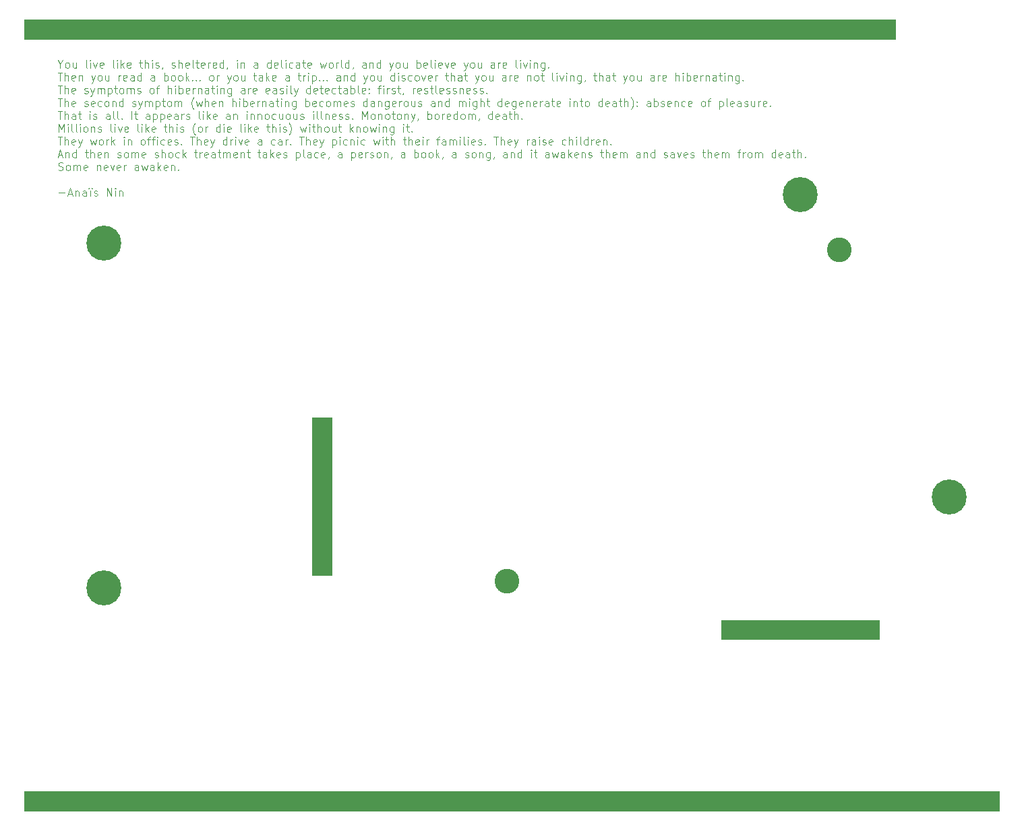
<source format=gbr>
%TF.GenerationSoftware,KiCad,Pcbnew,9.0.0*%
%TF.CreationDate,2025-04-28T22:50:06-04:00*%
%TF.ProjectId,Interposer_Board_JoneyTech,496e7465-7270-46f7-9365-725f426f6172,rev?*%
%TF.SameCoordinates,Original*%
%TF.FileFunction,Soldermask,Top*%
%TF.FilePolarity,Negative*%
%FSLAX46Y46*%
G04 Gerber Fmt 4.6, Leading zero omitted, Abs format (unit mm)*
G04 Created by KiCad (PCBNEW 9.0.0) date 2025-04-28 22:50:06*
%MOMM*%
%LPD*%
G01*
G04 APERTURE LIST*
%ADD10C,0.125000*%
%ADD11C,0.700000*%
%ADD12C,4.400000*%
%ADD13C,3.100000*%
G04 APERTURE END LIST*
G36*
X69776100Y-117378600D02*
G01*
X192276100Y-117378600D01*
X192276100Y-119878600D01*
X69776100Y-119878600D01*
X69776100Y-117378600D01*
G37*
G36*
X69776100Y-20378600D02*
G01*
X179276100Y-20378600D01*
X179276100Y-22878600D01*
X69776100Y-22878600D01*
X69776100Y-20378600D01*
G37*
D10*
X74286907Y-25943528D02*
X74286907Y-26419719D01*
X73953574Y-25419719D02*
X74286907Y-25943528D01*
X74286907Y-25943528D02*
X74620240Y-25419719D01*
X75096431Y-26419719D02*
X75001193Y-26372100D01*
X75001193Y-26372100D02*
X74953574Y-26324480D01*
X74953574Y-26324480D02*
X74905955Y-26229242D01*
X74905955Y-26229242D02*
X74905955Y-25943528D01*
X74905955Y-25943528D02*
X74953574Y-25848290D01*
X74953574Y-25848290D02*
X75001193Y-25800671D01*
X75001193Y-25800671D02*
X75096431Y-25753052D01*
X75096431Y-25753052D02*
X75239288Y-25753052D01*
X75239288Y-25753052D02*
X75334526Y-25800671D01*
X75334526Y-25800671D02*
X75382145Y-25848290D01*
X75382145Y-25848290D02*
X75429764Y-25943528D01*
X75429764Y-25943528D02*
X75429764Y-26229242D01*
X75429764Y-26229242D02*
X75382145Y-26324480D01*
X75382145Y-26324480D02*
X75334526Y-26372100D01*
X75334526Y-26372100D02*
X75239288Y-26419719D01*
X75239288Y-26419719D02*
X75096431Y-26419719D01*
X76286907Y-25753052D02*
X76286907Y-26419719D01*
X75858336Y-25753052D02*
X75858336Y-26276861D01*
X75858336Y-26276861D02*
X75905955Y-26372100D01*
X75905955Y-26372100D02*
X76001193Y-26419719D01*
X76001193Y-26419719D02*
X76144050Y-26419719D01*
X76144050Y-26419719D02*
X76239288Y-26372100D01*
X76239288Y-26372100D02*
X76286907Y-26324480D01*
X77667860Y-26419719D02*
X77572622Y-26372100D01*
X77572622Y-26372100D02*
X77525003Y-26276861D01*
X77525003Y-26276861D02*
X77525003Y-25419719D01*
X78048813Y-26419719D02*
X78048813Y-25753052D01*
X78048813Y-25419719D02*
X78001194Y-25467338D01*
X78001194Y-25467338D02*
X78048813Y-25514957D01*
X78048813Y-25514957D02*
X78096432Y-25467338D01*
X78096432Y-25467338D02*
X78048813Y-25419719D01*
X78048813Y-25419719D02*
X78048813Y-25514957D01*
X78429765Y-25753052D02*
X78667860Y-26419719D01*
X78667860Y-26419719D02*
X78905955Y-25753052D01*
X79667860Y-26372100D02*
X79572622Y-26419719D01*
X79572622Y-26419719D02*
X79382146Y-26419719D01*
X79382146Y-26419719D02*
X79286908Y-26372100D01*
X79286908Y-26372100D02*
X79239289Y-26276861D01*
X79239289Y-26276861D02*
X79239289Y-25895909D01*
X79239289Y-25895909D02*
X79286908Y-25800671D01*
X79286908Y-25800671D02*
X79382146Y-25753052D01*
X79382146Y-25753052D02*
X79572622Y-25753052D01*
X79572622Y-25753052D02*
X79667860Y-25800671D01*
X79667860Y-25800671D02*
X79715479Y-25895909D01*
X79715479Y-25895909D02*
X79715479Y-25991147D01*
X79715479Y-25991147D02*
X79239289Y-26086385D01*
X81048813Y-26419719D02*
X80953575Y-26372100D01*
X80953575Y-26372100D02*
X80905956Y-26276861D01*
X80905956Y-26276861D02*
X80905956Y-25419719D01*
X81429766Y-26419719D02*
X81429766Y-25753052D01*
X81429766Y-25419719D02*
X81382147Y-25467338D01*
X81382147Y-25467338D02*
X81429766Y-25514957D01*
X81429766Y-25514957D02*
X81477385Y-25467338D01*
X81477385Y-25467338D02*
X81429766Y-25419719D01*
X81429766Y-25419719D02*
X81429766Y-25514957D01*
X81905956Y-26419719D02*
X81905956Y-25419719D01*
X82001194Y-26038766D02*
X82286908Y-26419719D01*
X82286908Y-25753052D02*
X81905956Y-26134004D01*
X83096432Y-26372100D02*
X83001194Y-26419719D01*
X83001194Y-26419719D02*
X82810718Y-26419719D01*
X82810718Y-26419719D02*
X82715480Y-26372100D01*
X82715480Y-26372100D02*
X82667861Y-26276861D01*
X82667861Y-26276861D02*
X82667861Y-25895909D01*
X82667861Y-25895909D02*
X82715480Y-25800671D01*
X82715480Y-25800671D02*
X82810718Y-25753052D01*
X82810718Y-25753052D02*
X83001194Y-25753052D01*
X83001194Y-25753052D02*
X83096432Y-25800671D01*
X83096432Y-25800671D02*
X83144051Y-25895909D01*
X83144051Y-25895909D02*
X83144051Y-25991147D01*
X83144051Y-25991147D02*
X82667861Y-26086385D01*
X84191671Y-25753052D02*
X84572623Y-25753052D01*
X84334528Y-25419719D02*
X84334528Y-26276861D01*
X84334528Y-26276861D02*
X84382147Y-26372100D01*
X84382147Y-26372100D02*
X84477385Y-26419719D01*
X84477385Y-26419719D02*
X84572623Y-26419719D01*
X84905957Y-26419719D02*
X84905957Y-25419719D01*
X85334528Y-26419719D02*
X85334528Y-25895909D01*
X85334528Y-25895909D02*
X85286909Y-25800671D01*
X85286909Y-25800671D02*
X85191671Y-25753052D01*
X85191671Y-25753052D02*
X85048814Y-25753052D01*
X85048814Y-25753052D02*
X84953576Y-25800671D01*
X84953576Y-25800671D02*
X84905957Y-25848290D01*
X85810719Y-26419719D02*
X85810719Y-25753052D01*
X85810719Y-25419719D02*
X85763100Y-25467338D01*
X85763100Y-25467338D02*
X85810719Y-25514957D01*
X85810719Y-25514957D02*
X85858338Y-25467338D01*
X85858338Y-25467338D02*
X85810719Y-25419719D01*
X85810719Y-25419719D02*
X85810719Y-25514957D01*
X86239290Y-26372100D02*
X86334528Y-26419719D01*
X86334528Y-26419719D02*
X86525004Y-26419719D01*
X86525004Y-26419719D02*
X86620242Y-26372100D01*
X86620242Y-26372100D02*
X86667861Y-26276861D01*
X86667861Y-26276861D02*
X86667861Y-26229242D01*
X86667861Y-26229242D02*
X86620242Y-26134004D01*
X86620242Y-26134004D02*
X86525004Y-26086385D01*
X86525004Y-26086385D02*
X86382147Y-26086385D01*
X86382147Y-26086385D02*
X86286909Y-26038766D01*
X86286909Y-26038766D02*
X86239290Y-25943528D01*
X86239290Y-25943528D02*
X86239290Y-25895909D01*
X86239290Y-25895909D02*
X86286909Y-25800671D01*
X86286909Y-25800671D02*
X86382147Y-25753052D01*
X86382147Y-25753052D02*
X86525004Y-25753052D01*
X86525004Y-25753052D02*
X86620242Y-25800671D01*
X87144052Y-26372100D02*
X87144052Y-26419719D01*
X87144052Y-26419719D02*
X87096433Y-26514957D01*
X87096433Y-26514957D02*
X87048814Y-26562576D01*
X88286909Y-26372100D02*
X88382147Y-26419719D01*
X88382147Y-26419719D02*
X88572623Y-26419719D01*
X88572623Y-26419719D02*
X88667861Y-26372100D01*
X88667861Y-26372100D02*
X88715480Y-26276861D01*
X88715480Y-26276861D02*
X88715480Y-26229242D01*
X88715480Y-26229242D02*
X88667861Y-26134004D01*
X88667861Y-26134004D02*
X88572623Y-26086385D01*
X88572623Y-26086385D02*
X88429766Y-26086385D01*
X88429766Y-26086385D02*
X88334528Y-26038766D01*
X88334528Y-26038766D02*
X88286909Y-25943528D01*
X88286909Y-25943528D02*
X88286909Y-25895909D01*
X88286909Y-25895909D02*
X88334528Y-25800671D01*
X88334528Y-25800671D02*
X88429766Y-25753052D01*
X88429766Y-25753052D02*
X88572623Y-25753052D01*
X88572623Y-25753052D02*
X88667861Y-25800671D01*
X89144052Y-26419719D02*
X89144052Y-25419719D01*
X89572623Y-26419719D02*
X89572623Y-25895909D01*
X89572623Y-25895909D02*
X89525004Y-25800671D01*
X89525004Y-25800671D02*
X89429766Y-25753052D01*
X89429766Y-25753052D02*
X89286909Y-25753052D01*
X89286909Y-25753052D02*
X89191671Y-25800671D01*
X89191671Y-25800671D02*
X89144052Y-25848290D01*
X90429766Y-26372100D02*
X90334528Y-26419719D01*
X90334528Y-26419719D02*
X90144052Y-26419719D01*
X90144052Y-26419719D02*
X90048814Y-26372100D01*
X90048814Y-26372100D02*
X90001195Y-26276861D01*
X90001195Y-26276861D02*
X90001195Y-25895909D01*
X90001195Y-25895909D02*
X90048814Y-25800671D01*
X90048814Y-25800671D02*
X90144052Y-25753052D01*
X90144052Y-25753052D02*
X90334528Y-25753052D01*
X90334528Y-25753052D02*
X90429766Y-25800671D01*
X90429766Y-25800671D02*
X90477385Y-25895909D01*
X90477385Y-25895909D02*
X90477385Y-25991147D01*
X90477385Y-25991147D02*
X90001195Y-26086385D01*
X91048814Y-26419719D02*
X90953576Y-26372100D01*
X90953576Y-26372100D02*
X90905957Y-26276861D01*
X90905957Y-26276861D02*
X90905957Y-25419719D01*
X91286910Y-25753052D02*
X91667862Y-25753052D01*
X91429767Y-25419719D02*
X91429767Y-26276861D01*
X91429767Y-26276861D02*
X91477386Y-26372100D01*
X91477386Y-26372100D02*
X91572624Y-26419719D01*
X91572624Y-26419719D02*
X91667862Y-26419719D01*
X92382148Y-26372100D02*
X92286910Y-26419719D01*
X92286910Y-26419719D02*
X92096434Y-26419719D01*
X92096434Y-26419719D02*
X92001196Y-26372100D01*
X92001196Y-26372100D02*
X91953577Y-26276861D01*
X91953577Y-26276861D02*
X91953577Y-25895909D01*
X91953577Y-25895909D02*
X92001196Y-25800671D01*
X92001196Y-25800671D02*
X92096434Y-25753052D01*
X92096434Y-25753052D02*
X92286910Y-25753052D01*
X92286910Y-25753052D02*
X92382148Y-25800671D01*
X92382148Y-25800671D02*
X92429767Y-25895909D01*
X92429767Y-25895909D02*
X92429767Y-25991147D01*
X92429767Y-25991147D02*
X91953577Y-26086385D01*
X92858339Y-26419719D02*
X92858339Y-25753052D01*
X92858339Y-25943528D02*
X92905958Y-25848290D01*
X92905958Y-25848290D02*
X92953577Y-25800671D01*
X92953577Y-25800671D02*
X93048815Y-25753052D01*
X93048815Y-25753052D02*
X93144053Y-25753052D01*
X93858339Y-26372100D02*
X93763101Y-26419719D01*
X93763101Y-26419719D02*
X93572625Y-26419719D01*
X93572625Y-26419719D02*
X93477387Y-26372100D01*
X93477387Y-26372100D02*
X93429768Y-26276861D01*
X93429768Y-26276861D02*
X93429768Y-25895909D01*
X93429768Y-25895909D02*
X93477387Y-25800671D01*
X93477387Y-25800671D02*
X93572625Y-25753052D01*
X93572625Y-25753052D02*
X93763101Y-25753052D01*
X93763101Y-25753052D02*
X93858339Y-25800671D01*
X93858339Y-25800671D02*
X93905958Y-25895909D01*
X93905958Y-25895909D02*
X93905958Y-25991147D01*
X93905958Y-25991147D02*
X93429768Y-26086385D01*
X94763101Y-26419719D02*
X94763101Y-25419719D01*
X94763101Y-26372100D02*
X94667863Y-26419719D01*
X94667863Y-26419719D02*
X94477387Y-26419719D01*
X94477387Y-26419719D02*
X94382149Y-26372100D01*
X94382149Y-26372100D02*
X94334530Y-26324480D01*
X94334530Y-26324480D02*
X94286911Y-26229242D01*
X94286911Y-26229242D02*
X94286911Y-25943528D01*
X94286911Y-25943528D02*
X94334530Y-25848290D01*
X94334530Y-25848290D02*
X94382149Y-25800671D01*
X94382149Y-25800671D02*
X94477387Y-25753052D01*
X94477387Y-25753052D02*
X94667863Y-25753052D01*
X94667863Y-25753052D02*
X94763101Y-25800671D01*
X95286911Y-26372100D02*
X95286911Y-26419719D01*
X95286911Y-26419719D02*
X95239292Y-26514957D01*
X95239292Y-26514957D02*
X95191673Y-26562576D01*
X96477387Y-26419719D02*
X96477387Y-25753052D01*
X96477387Y-25419719D02*
X96429768Y-25467338D01*
X96429768Y-25467338D02*
X96477387Y-25514957D01*
X96477387Y-25514957D02*
X96525006Y-25467338D01*
X96525006Y-25467338D02*
X96477387Y-25419719D01*
X96477387Y-25419719D02*
X96477387Y-25514957D01*
X96953577Y-25753052D02*
X96953577Y-26419719D01*
X96953577Y-25848290D02*
X97001196Y-25800671D01*
X97001196Y-25800671D02*
X97096434Y-25753052D01*
X97096434Y-25753052D02*
X97239291Y-25753052D01*
X97239291Y-25753052D02*
X97334529Y-25800671D01*
X97334529Y-25800671D02*
X97382148Y-25895909D01*
X97382148Y-25895909D02*
X97382148Y-26419719D01*
X99048815Y-26419719D02*
X99048815Y-25895909D01*
X99048815Y-25895909D02*
X99001196Y-25800671D01*
X99001196Y-25800671D02*
X98905958Y-25753052D01*
X98905958Y-25753052D02*
X98715482Y-25753052D01*
X98715482Y-25753052D02*
X98620244Y-25800671D01*
X99048815Y-26372100D02*
X98953577Y-26419719D01*
X98953577Y-26419719D02*
X98715482Y-26419719D01*
X98715482Y-26419719D02*
X98620244Y-26372100D01*
X98620244Y-26372100D02*
X98572625Y-26276861D01*
X98572625Y-26276861D02*
X98572625Y-26181623D01*
X98572625Y-26181623D02*
X98620244Y-26086385D01*
X98620244Y-26086385D02*
X98715482Y-26038766D01*
X98715482Y-26038766D02*
X98953577Y-26038766D01*
X98953577Y-26038766D02*
X99048815Y-25991147D01*
X100715482Y-26419719D02*
X100715482Y-25419719D01*
X100715482Y-26372100D02*
X100620244Y-26419719D01*
X100620244Y-26419719D02*
X100429768Y-26419719D01*
X100429768Y-26419719D02*
X100334530Y-26372100D01*
X100334530Y-26372100D02*
X100286911Y-26324480D01*
X100286911Y-26324480D02*
X100239292Y-26229242D01*
X100239292Y-26229242D02*
X100239292Y-25943528D01*
X100239292Y-25943528D02*
X100286911Y-25848290D01*
X100286911Y-25848290D02*
X100334530Y-25800671D01*
X100334530Y-25800671D02*
X100429768Y-25753052D01*
X100429768Y-25753052D02*
X100620244Y-25753052D01*
X100620244Y-25753052D02*
X100715482Y-25800671D01*
X101572625Y-26372100D02*
X101477387Y-26419719D01*
X101477387Y-26419719D02*
X101286911Y-26419719D01*
X101286911Y-26419719D02*
X101191673Y-26372100D01*
X101191673Y-26372100D02*
X101144054Y-26276861D01*
X101144054Y-26276861D02*
X101144054Y-25895909D01*
X101144054Y-25895909D02*
X101191673Y-25800671D01*
X101191673Y-25800671D02*
X101286911Y-25753052D01*
X101286911Y-25753052D02*
X101477387Y-25753052D01*
X101477387Y-25753052D02*
X101572625Y-25800671D01*
X101572625Y-25800671D02*
X101620244Y-25895909D01*
X101620244Y-25895909D02*
X101620244Y-25991147D01*
X101620244Y-25991147D02*
X101144054Y-26086385D01*
X102191673Y-26419719D02*
X102096435Y-26372100D01*
X102096435Y-26372100D02*
X102048816Y-26276861D01*
X102048816Y-26276861D02*
X102048816Y-25419719D01*
X102572626Y-26419719D02*
X102572626Y-25753052D01*
X102572626Y-25419719D02*
X102525007Y-25467338D01*
X102525007Y-25467338D02*
X102572626Y-25514957D01*
X102572626Y-25514957D02*
X102620245Y-25467338D01*
X102620245Y-25467338D02*
X102572626Y-25419719D01*
X102572626Y-25419719D02*
X102572626Y-25514957D01*
X103477387Y-26372100D02*
X103382149Y-26419719D01*
X103382149Y-26419719D02*
X103191673Y-26419719D01*
X103191673Y-26419719D02*
X103096435Y-26372100D01*
X103096435Y-26372100D02*
X103048816Y-26324480D01*
X103048816Y-26324480D02*
X103001197Y-26229242D01*
X103001197Y-26229242D02*
X103001197Y-25943528D01*
X103001197Y-25943528D02*
X103048816Y-25848290D01*
X103048816Y-25848290D02*
X103096435Y-25800671D01*
X103096435Y-25800671D02*
X103191673Y-25753052D01*
X103191673Y-25753052D02*
X103382149Y-25753052D01*
X103382149Y-25753052D02*
X103477387Y-25800671D01*
X104334530Y-26419719D02*
X104334530Y-25895909D01*
X104334530Y-25895909D02*
X104286911Y-25800671D01*
X104286911Y-25800671D02*
X104191673Y-25753052D01*
X104191673Y-25753052D02*
X104001197Y-25753052D01*
X104001197Y-25753052D02*
X103905959Y-25800671D01*
X104334530Y-26372100D02*
X104239292Y-26419719D01*
X104239292Y-26419719D02*
X104001197Y-26419719D01*
X104001197Y-26419719D02*
X103905959Y-26372100D01*
X103905959Y-26372100D02*
X103858340Y-26276861D01*
X103858340Y-26276861D02*
X103858340Y-26181623D01*
X103858340Y-26181623D02*
X103905959Y-26086385D01*
X103905959Y-26086385D02*
X104001197Y-26038766D01*
X104001197Y-26038766D02*
X104239292Y-26038766D01*
X104239292Y-26038766D02*
X104334530Y-25991147D01*
X104667864Y-25753052D02*
X105048816Y-25753052D01*
X104810721Y-25419719D02*
X104810721Y-26276861D01*
X104810721Y-26276861D02*
X104858340Y-26372100D01*
X104858340Y-26372100D02*
X104953578Y-26419719D01*
X104953578Y-26419719D02*
X105048816Y-26419719D01*
X105763102Y-26372100D02*
X105667864Y-26419719D01*
X105667864Y-26419719D02*
X105477388Y-26419719D01*
X105477388Y-26419719D02*
X105382150Y-26372100D01*
X105382150Y-26372100D02*
X105334531Y-26276861D01*
X105334531Y-26276861D02*
X105334531Y-25895909D01*
X105334531Y-25895909D02*
X105382150Y-25800671D01*
X105382150Y-25800671D02*
X105477388Y-25753052D01*
X105477388Y-25753052D02*
X105667864Y-25753052D01*
X105667864Y-25753052D02*
X105763102Y-25800671D01*
X105763102Y-25800671D02*
X105810721Y-25895909D01*
X105810721Y-25895909D02*
X105810721Y-25991147D01*
X105810721Y-25991147D02*
X105334531Y-26086385D01*
X106905960Y-25753052D02*
X107096436Y-26419719D01*
X107096436Y-26419719D02*
X107286912Y-25943528D01*
X107286912Y-25943528D02*
X107477388Y-26419719D01*
X107477388Y-26419719D02*
X107667864Y-25753052D01*
X108191674Y-26419719D02*
X108096436Y-26372100D01*
X108096436Y-26372100D02*
X108048817Y-26324480D01*
X108048817Y-26324480D02*
X108001198Y-26229242D01*
X108001198Y-26229242D02*
X108001198Y-25943528D01*
X108001198Y-25943528D02*
X108048817Y-25848290D01*
X108048817Y-25848290D02*
X108096436Y-25800671D01*
X108096436Y-25800671D02*
X108191674Y-25753052D01*
X108191674Y-25753052D02*
X108334531Y-25753052D01*
X108334531Y-25753052D02*
X108429769Y-25800671D01*
X108429769Y-25800671D02*
X108477388Y-25848290D01*
X108477388Y-25848290D02*
X108525007Y-25943528D01*
X108525007Y-25943528D02*
X108525007Y-26229242D01*
X108525007Y-26229242D02*
X108477388Y-26324480D01*
X108477388Y-26324480D02*
X108429769Y-26372100D01*
X108429769Y-26372100D02*
X108334531Y-26419719D01*
X108334531Y-26419719D02*
X108191674Y-26419719D01*
X108953579Y-26419719D02*
X108953579Y-25753052D01*
X108953579Y-25943528D02*
X109001198Y-25848290D01*
X109001198Y-25848290D02*
X109048817Y-25800671D01*
X109048817Y-25800671D02*
X109144055Y-25753052D01*
X109144055Y-25753052D02*
X109239293Y-25753052D01*
X109715484Y-26419719D02*
X109620246Y-26372100D01*
X109620246Y-26372100D02*
X109572627Y-26276861D01*
X109572627Y-26276861D02*
X109572627Y-25419719D01*
X110525008Y-26419719D02*
X110525008Y-25419719D01*
X110525008Y-26372100D02*
X110429770Y-26419719D01*
X110429770Y-26419719D02*
X110239294Y-26419719D01*
X110239294Y-26419719D02*
X110144056Y-26372100D01*
X110144056Y-26372100D02*
X110096437Y-26324480D01*
X110096437Y-26324480D02*
X110048818Y-26229242D01*
X110048818Y-26229242D02*
X110048818Y-25943528D01*
X110048818Y-25943528D02*
X110096437Y-25848290D01*
X110096437Y-25848290D02*
X110144056Y-25800671D01*
X110144056Y-25800671D02*
X110239294Y-25753052D01*
X110239294Y-25753052D02*
X110429770Y-25753052D01*
X110429770Y-25753052D02*
X110525008Y-25800671D01*
X111048818Y-26372100D02*
X111048818Y-26419719D01*
X111048818Y-26419719D02*
X111001199Y-26514957D01*
X111001199Y-26514957D02*
X110953580Y-26562576D01*
X112667865Y-26419719D02*
X112667865Y-25895909D01*
X112667865Y-25895909D02*
X112620246Y-25800671D01*
X112620246Y-25800671D02*
X112525008Y-25753052D01*
X112525008Y-25753052D02*
X112334532Y-25753052D01*
X112334532Y-25753052D02*
X112239294Y-25800671D01*
X112667865Y-26372100D02*
X112572627Y-26419719D01*
X112572627Y-26419719D02*
X112334532Y-26419719D01*
X112334532Y-26419719D02*
X112239294Y-26372100D01*
X112239294Y-26372100D02*
X112191675Y-26276861D01*
X112191675Y-26276861D02*
X112191675Y-26181623D01*
X112191675Y-26181623D02*
X112239294Y-26086385D01*
X112239294Y-26086385D02*
X112334532Y-26038766D01*
X112334532Y-26038766D02*
X112572627Y-26038766D01*
X112572627Y-26038766D02*
X112667865Y-25991147D01*
X113144056Y-25753052D02*
X113144056Y-26419719D01*
X113144056Y-25848290D02*
X113191675Y-25800671D01*
X113191675Y-25800671D02*
X113286913Y-25753052D01*
X113286913Y-25753052D02*
X113429770Y-25753052D01*
X113429770Y-25753052D02*
X113525008Y-25800671D01*
X113525008Y-25800671D02*
X113572627Y-25895909D01*
X113572627Y-25895909D02*
X113572627Y-26419719D01*
X114477389Y-26419719D02*
X114477389Y-25419719D01*
X114477389Y-26372100D02*
X114382151Y-26419719D01*
X114382151Y-26419719D02*
X114191675Y-26419719D01*
X114191675Y-26419719D02*
X114096437Y-26372100D01*
X114096437Y-26372100D02*
X114048818Y-26324480D01*
X114048818Y-26324480D02*
X114001199Y-26229242D01*
X114001199Y-26229242D02*
X114001199Y-25943528D01*
X114001199Y-25943528D02*
X114048818Y-25848290D01*
X114048818Y-25848290D02*
X114096437Y-25800671D01*
X114096437Y-25800671D02*
X114191675Y-25753052D01*
X114191675Y-25753052D02*
X114382151Y-25753052D01*
X114382151Y-25753052D02*
X114477389Y-25800671D01*
X115620247Y-25753052D02*
X115858342Y-26419719D01*
X116096437Y-25753052D02*
X115858342Y-26419719D01*
X115858342Y-26419719D02*
X115763104Y-26657814D01*
X115763104Y-26657814D02*
X115715485Y-26705433D01*
X115715485Y-26705433D02*
X115620247Y-26753052D01*
X116620247Y-26419719D02*
X116525009Y-26372100D01*
X116525009Y-26372100D02*
X116477390Y-26324480D01*
X116477390Y-26324480D02*
X116429771Y-26229242D01*
X116429771Y-26229242D02*
X116429771Y-25943528D01*
X116429771Y-25943528D02*
X116477390Y-25848290D01*
X116477390Y-25848290D02*
X116525009Y-25800671D01*
X116525009Y-25800671D02*
X116620247Y-25753052D01*
X116620247Y-25753052D02*
X116763104Y-25753052D01*
X116763104Y-25753052D02*
X116858342Y-25800671D01*
X116858342Y-25800671D02*
X116905961Y-25848290D01*
X116905961Y-25848290D02*
X116953580Y-25943528D01*
X116953580Y-25943528D02*
X116953580Y-26229242D01*
X116953580Y-26229242D02*
X116905961Y-26324480D01*
X116905961Y-26324480D02*
X116858342Y-26372100D01*
X116858342Y-26372100D02*
X116763104Y-26419719D01*
X116763104Y-26419719D02*
X116620247Y-26419719D01*
X117810723Y-25753052D02*
X117810723Y-26419719D01*
X117382152Y-25753052D02*
X117382152Y-26276861D01*
X117382152Y-26276861D02*
X117429771Y-26372100D01*
X117429771Y-26372100D02*
X117525009Y-26419719D01*
X117525009Y-26419719D02*
X117667866Y-26419719D01*
X117667866Y-26419719D02*
X117763104Y-26372100D01*
X117763104Y-26372100D02*
X117810723Y-26324480D01*
X119048819Y-26419719D02*
X119048819Y-25419719D01*
X119048819Y-25800671D02*
X119144057Y-25753052D01*
X119144057Y-25753052D02*
X119334533Y-25753052D01*
X119334533Y-25753052D02*
X119429771Y-25800671D01*
X119429771Y-25800671D02*
X119477390Y-25848290D01*
X119477390Y-25848290D02*
X119525009Y-25943528D01*
X119525009Y-25943528D02*
X119525009Y-26229242D01*
X119525009Y-26229242D02*
X119477390Y-26324480D01*
X119477390Y-26324480D02*
X119429771Y-26372100D01*
X119429771Y-26372100D02*
X119334533Y-26419719D01*
X119334533Y-26419719D02*
X119144057Y-26419719D01*
X119144057Y-26419719D02*
X119048819Y-26372100D01*
X120334533Y-26372100D02*
X120239295Y-26419719D01*
X120239295Y-26419719D02*
X120048819Y-26419719D01*
X120048819Y-26419719D02*
X119953581Y-26372100D01*
X119953581Y-26372100D02*
X119905962Y-26276861D01*
X119905962Y-26276861D02*
X119905962Y-25895909D01*
X119905962Y-25895909D02*
X119953581Y-25800671D01*
X119953581Y-25800671D02*
X120048819Y-25753052D01*
X120048819Y-25753052D02*
X120239295Y-25753052D01*
X120239295Y-25753052D02*
X120334533Y-25800671D01*
X120334533Y-25800671D02*
X120382152Y-25895909D01*
X120382152Y-25895909D02*
X120382152Y-25991147D01*
X120382152Y-25991147D02*
X119905962Y-26086385D01*
X120953581Y-26419719D02*
X120858343Y-26372100D01*
X120858343Y-26372100D02*
X120810724Y-26276861D01*
X120810724Y-26276861D02*
X120810724Y-25419719D01*
X121334534Y-26419719D02*
X121334534Y-25753052D01*
X121334534Y-25419719D02*
X121286915Y-25467338D01*
X121286915Y-25467338D02*
X121334534Y-25514957D01*
X121334534Y-25514957D02*
X121382153Y-25467338D01*
X121382153Y-25467338D02*
X121334534Y-25419719D01*
X121334534Y-25419719D02*
X121334534Y-25514957D01*
X122191676Y-26372100D02*
X122096438Y-26419719D01*
X122096438Y-26419719D02*
X121905962Y-26419719D01*
X121905962Y-26419719D02*
X121810724Y-26372100D01*
X121810724Y-26372100D02*
X121763105Y-26276861D01*
X121763105Y-26276861D02*
X121763105Y-25895909D01*
X121763105Y-25895909D02*
X121810724Y-25800671D01*
X121810724Y-25800671D02*
X121905962Y-25753052D01*
X121905962Y-25753052D02*
X122096438Y-25753052D01*
X122096438Y-25753052D02*
X122191676Y-25800671D01*
X122191676Y-25800671D02*
X122239295Y-25895909D01*
X122239295Y-25895909D02*
X122239295Y-25991147D01*
X122239295Y-25991147D02*
X121763105Y-26086385D01*
X122572629Y-25753052D02*
X122810724Y-26419719D01*
X122810724Y-26419719D02*
X123048819Y-25753052D01*
X123810724Y-26372100D02*
X123715486Y-26419719D01*
X123715486Y-26419719D02*
X123525010Y-26419719D01*
X123525010Y-26419719D02*
X123429772Y-26372100D01*
X123429772Y-26372100D02*
X123382153Y-26276861D01*
X123382153Y-26276861D02*
X123382153Y-25895909D01*
X123382153Y-25895909D02*
X123429772Y-25800671D01*
X123429772Y-25800671D02*
X123525010Y-25753052D01*
X123525010Y-25753052D02*
X123715486Y-25753052D01*
X123715486Y-25753052D02*
X123810724Y-25800671D01*
X123810724Y-25800671D02*
X123858343Y-25895909D01*
X123858343Y-25895909D02*
X123858343Y-25991147D01*
X123858343Y-25991147D02*
X123382153Y-26086385D01*
X124953582Y-25753052D02*
X125191677Y-26419719D01*
X125429772Y-25753052D02*
X125191677Y-26419719D01*
X125191677Y-26419719D02*
X125096439Y-26657814D01*
X125096439Y-26657814D02*
X125048820Y-26705433D01*
X125048820Y-26705433D02*
X124953582Y-26753052D01*
X125953582Y-26419719D02*
X125858344Y-26372100D01*
X125858344Y-26372100D02*
X125810725Y-26324480D01*
X125810725Y-26324480D02*
X125763106Y-26229242D01*
X125763106Y-26229242D02*
X125763106Y-25943528D01*
X125763106Y-25943528D02*
X125810725Y-25848290D01*
X125810725Y-25848290D02*
X125858344Y-25800671D01*
X125858344Y-25800671D02*
X125953582Y-25753052D01*
X125953582Y-25753052D02*
X126096439Y-25753052D01*
X126096439Y-25753052D02*
X126191677Y-25800671D01*
X126191677Y-25800671D02*
X126239296Y-25848290D01*
X126239296Y-25848290D02*
X126286915Y-25943528D01*
X126286915Y-25943528D02*
X126286915Y-26229242D01*
X126286915Y-26229242D02*
X126239296Y-26324480D01*
X126239296Y-26324480D02*
X126191677Y-26372100D01*
X126191677Y-26372100D02*
X126096439Y-26419719D01*
X126096439Y-26419719D02*
X125953582Y-26419719D01*
X127144058Y-25753052D02*
X127144058Y-26419719D01*
X126715487Y-25753052D02*
X126715487Y-26276861D01*
X126715487Y-26276861D02*
X126763106Y-26372100D01*
X126763106Y-26372100D02*
X126858344Y-26419719D01*
X126858344Y-26419719D02*
X127001201Y-26419719D01*
X127001201Y-26419719D02*
X127096439Y-26372100D01*
X127096439Y-26372100D02*
X127144058Y-26324480D01*
X128810725Y-26419719D02*
X128810725Y-25895909D01*
X128810725Y-25895909D02*
X128763106Y-25800671D01*
X128763106Y-25800671D02*
X128667868Y-25753052D01*
X128667868Y-25753052D02*
X128477392Y-25753052D01*
X128477392Y-25753052D02*
X128382154Y-25800671D01*
X128810725Y-26372100D02*
X128715487Y-26419719D01*
X128715487Y-26419719D02*
X128477392Y-26419719D01*
X128477392Y-26419719D02*
X128382154Y-26372100D01*
X128382154Y-26372100D02*
X128334535Y-26276861D01*
X128334535Y-26276861D02*
X128334535Y-26181623D01*
X128334535Y-26181623D02*
X128382154Y-26086385D01*
X128382154Y-26086385D02*
X128477392Y-26038766D01*
X128477392Y-26038766D02*
X128715487Y-26038766D01*
X128715487Y-26038766D02*
X128810725Y-25991147D01*
X129286916Y-26419719D02*
X129286916Y-25753052D01*
X129286916Y-25943528D02*
X129334535Y-25848290D01*
X129334535Y-25848290D02*
X129382154Y-25800671D01*
X129382154Y-25800671D02*
X129477392Y-25753052D01*
X129477392Y-25753052D02*
X129572630Y-25753052D01*
X130286916Y-26372100D02*
X130191678Y-26419719D01*
X130191678Y-26419719D02*
X130001202Y-26419719D01*
X130001202Y-26419719D02*
X129905964Y-26372100D01*
X129905964Y-26372100D02*
X129858345Y-26276861D01*
X129858345Y-26276861D02*
X129858345Y-25895909D01*
X129858345Y-25895909D02*
X129905964Y-25800671D01*
X129905964Y-25800671D02*
X130001202Y-25753052D01*
X130001202Y-25753052D02*
X130191678Y-25753052D01*
X130191678Y-25753052D02*
X130286916Y-25800671D01*
X130286916Y-25800671D02*
X130334535Y-25895909D01*
X130334535Y-25895909D02*
X130334535Y-25991147D01*
X130334535Y-25991147D02*
X129858345Y-26086385D01*
X131667869Y-26419719D02*
X131572631Y-26372100D01*
X131572631Y-26372100D02*
X131525012Y-26276861D01*
X131525012Y-26276861D02*
X131525012Y-25419719D01*
X132048822Y-26419719D02*
X132048822Y-25753052D01*
X132048822Y-25419719D02*
X132001203Y-25467338D01*
X132001203Y-25467338D02*
X132048822Y-25514957D01*
X132048822Y-25514957D02*
X132096441Y-25467338D01*
X132096441Y-25467338D02*
X132048822Y-25419719D01*
X132048822Y-25419719D02*
X132048822Y-25514957D01*
X132429774Y-25753052D02*
X132667869Y-26419719D01*
X132667869Y-26419719D02*
X132905964Y-25753052D01*
X133286917Y-26419719D02*
X133286917Y-25753052D01*
X133286917Y-25419719D02*
X133239298Y-25467338D01*
X133239298Y-25467338D02*
X133286917Y-25514957D01*
X133286917Y-25514957D02*
X133334536Y-25467338D01*
X133334536Y-25467338D02*
X133286917Y-25419719D01*
X133286917Y-25419719D02*
X133286917Y-25514957D01*
X133763107Y-25753052D02*
X133763107Y-26419719D01*
X133763107Y-25848290D02*
X133810726Y-25800671D01*
X133810726Y-25800671D02*
X133905964Y-25753052D01*
X133905964Y-25753052D02*
X134048821Y-25753052D01*
X134048821Y-25753052D02*
X134144059Y-25800671D01*
X134144059Y-25800671D02*
X134191678Y-25895909D01*
X134191678Y-25895909D02*
X134191678Y-26419719D01*
X135096440Y-25753052D02*
X135096440Y-26562576D01*
X135096440Y-26562576D02*
X135048821Y-26657814D01*
X135048821Y-26657814D02*
X135001202Y-26705433D01*
X135001202Y-26705433D02*
X134905964Y-26753052D01*
X134905964Y-26753052D02*
X134763107Y-26753052D01*
X134763107Y-26753052D02*
X134667869Y-26705433D01*
X135096440Y-26372100D02*
X135001202Y-26419719D01*
X135001202Y-26419719D02*
X134810726Y-26419719D01*
X134810726Y-26419719D02*
X134715488Y-26372100D01*
X134715488Y-26372100D02*
X134667869Y-26324480D01*
X134667869Y-26324480D02*
X134620250Y-26229242D01*
X134620250Y-26229242D02*
X134620250Y-25943528D01*
X134620250Y-25943528D02*
X134667869Y-25848290D01*
X134667869Y-25848290D02*
X134715488Y-25800671D01*
X134715488Y-25800671D02*
X134810726Y-25753052D01*
X134810726Y-25753052D02*
X135001202Y-25753052D01*
X135001202Y-25753052D02*
X135096440Y-25800671D01*
X135572631Y-26324480D02*
X135620250Y-26372100D01*
X135620250Y-26372100D02*
X135572631Y-26419719D01*
X135572631Y-26419719D02*
X135525012Y-26372100D01*
X135525012Y-26372100D02*
X135572631Y-26324480D01*
X135572631Y-26324480D02*
X135572631Y-26419719D01*
X73953574Y-27029663D02*
X74525002Y-27029663D01*
X74239288Y-28029663D02*
X74239288Y-27029663D01*
X74858336Y-28029663D02*
X74858336Y-27029663D01*
X75286907Y-28029663D02*
X75286907Y-27505853D01*
X75286907Y-27505853D02*
X75239288Y-27410615D01*
X75239288Y-27410615D02*
X75144050Y-27362996D01*
X75144050Y-27362996D02*
X75001193Y-27362996D01*
X75001193Y-27362996D02*
X74905955Y-27410615D01*
X74905955Y-27410615D02*
X74858336Y-27458234D01*
X76144050Y-27982044D02*
X76048812Y-28029663D01*
X76048812Y-28029663D02*
X75858336Y-28029663D01*
X75858336Y-28029663D02*
X75763098Y-27982044D01*
X75763098Y-27982044D02*
X75715479Y-27886805D01*
X75715479Y-27886805D02*
X75715479Y-27505853D01*
X75715479Y-27505853D02*
X75763098Y-27410615D01*
X75763098Y-27410615D02*
X75858336Y-27362996D01*
X75858336Y-27362996D02*
X76048812Y-27362996D01*
X76048812Y-27362996D02*
X76144050Y-27410615D01*
X76144050Y-27410615D02*
X76191669Y-27505853D01*
X76191669Y-27505853D02*
X76191669Y-27601091D01*
X76191669Y-27601091D02*
X75715479Y-27696329D01*
X76620241Y-27362996D02*
X76620241Y-28029663D01*
X76620241Y-27458234D02*
X76667860Y-27410615D01*
X76667860Y-27410615D02*
X76763098Y-27362996D01*
X76763098Y-27362996D02*
X76905955Y-27362996D01*
X76905955Y-27362996D02*
X77001193Y-27410615D01*
X77001193Y-27410615D02*
X77048812Y-27505853D01*
X77048812Y-27505853D02*
X77048812Y-28029663D01*
X78191670Y-27362996D02*
X78429765Y-28029663D01*
X78667860Y-27362996D02*
X78429765Y-28029663D01*
X78429765Y-28029663D02*
X78334527Y-28267758D01*
X78334527Y-28267758D02*
X78286908Y-28315377D01*
X78286908Y-28315377D02*
X78191670Y-28362996D01*
X79191670Y-28029663D02*
X79096432Y-27982044D01*
X79096432Y-27982044D02*
X79048813Y-27934424D01*
X79048813Y-27934424D02*
X79001194Y-27839186D01*
X79001194Y-27839186D02*
X79001194Y-27553472D01*
X79001194Y-27553472D02*
X79048813Y-27458234D01*
X79048813Y-27458234D02*
X79096432Y-27410615D01*
X79096432Y-27410615D02*
X79191670Y-27362996D01*
X79191670Y-27362996D02*
X79334527Y-27362996D01*
X79334527Y-27362996D02*
X79429765Y-27410615D01*
X79429765Y-27410615D02*
X79477384Y-27458234D01*
X79477384Y-27458234D02*
X79525003Y-27553472D01*
X79525003Y-27553472D02*
X79525003Y-27839186D01*
X79525003Y-27839186D02*
X79477384Y-27934424D01*
X79477384Y-27934424D02*
X79429765Y-27982044D01*
X79429765Y-27982044D02*
X79334527Y-28029663D01*
X79334527Y-28029663D02*
X79191670Y-28029663D01*
X80382146Y-27362996D02*
X80382146Y-28029663D01*
X79953575Y-27362996D02*
X79953575Y-27886805D01*
X79953575Y-27886805D02*
X80001194Y-27982044D01*
X80001194Y-27982044D02*
X80096432Y-28029663D01*
X80096432Y-28029663D02*
X80239289Y-28029663D01*
X80239289Y-28029663D02*
X80334527Y-27982044D01*
X80334527Y-27982044D02*
X80382146Y-27934424D01*
X81620242Y-28029663D02*
X81620242Y-27362996D01*
X81620242Y-27553472D02*
X81667861Y-27458234D01*
X81667861Y-27458234D02*
X81715480Y-27410615D01*
X81715480Y-27410615D02*
X81810718Y-27362996D01*
X81810718Y-27362996D02*
X81905956Y-27362996D01*
X82620242Y-27982044D02*
X82525004Y-28029663D01*
X82525004Y-28029663D02*
X82334528Y-28029663D01*
X82334528Y-28029663D02*
X82239290Y-27982044D01*
X82239290Y-27982044D02*
X82191671Y-27886805D01*
X82191671Y-27886805D02*
X82191671Y-27505853D01*
X82191671Y-27505853D02*
X82239290Y-27410615D01*
X82239290Y-27410615D02*
X82334528Y-27362996D01*
X82334528Y-27362996D02*
X82525004Y-27362996D01*
X82525004Y-27362996D02*
X82620242Y-27410615D01*
X82620242Y-27410615D02*
X82667861Y-27505853D01*
X82667861Y-27505853D02*
X82667861Y-27601091D01*
X82667861Y-27601091D02*
X82191671Y-27696329D01*
X83525004Y-28029663D02*
X83525004Y-27505853D01*
X83525004Y-27505853D02*
X83477385Y-27410615D01*
X83477385Y-27410615D02*
X83382147Y-27362996D01*
X83382147Y-27362996D02*
X83191671Y-27362996D01*
X83191671Y-27362996D02*
X83096433Y-27410615D01*
X83525004Y-27982044D02*
X83429766Y-28029663D01*
X83429766Y-28029663D02*
X83191671Y-28029663D01*
X83191671Y-28029663D02*
X83096433Y-27982044D01*
X83096433Y-27982044D02*
X83048814Y-27886805D01*
X83048814Y-27886805D02*
X83048814Y-27791567D01*
X83048814Y-27791567D02*
X83096433Y-27696329D01*
X83096433Y-27696329D02*
X83191671Y-27648710D01*
X83191671Y-27648710D02*
X83429766Y-27648710D01*
X83429766Y-27648710D02*
X83525004Y-27601091D01*
X84429766Y-28029663D02*
X84429766Y-27029663D01*
X84429766Y-27982044D02*
X84334528Y-28029663D01*
X84334528Y-28029663D02*
X84144052Y-28029663D01*
X84144052Y-28029663D02*
X84048814Y-27982044D01*
X84048814Y-27982044D02*
X84001195Y-27934424D01*
X84001195Y-27934424D02*
X83953576Y-27839186D01*
X83953576Y-27839186D02*
X83953576Y-27553472D01*
X83953576Y-27553472D02*
X84001195Y-27458234D01*
X84001195Y-27458234D02*
X84048814Y-27410615D01*
X84048814Y-27410615D02*
X84144052Y-27362996D01*
X84144052Y-27362996D02*
X84334528Y-27362996D01*
X84334528Y-27362996D02*
X84429766Y-27410615D01*
X86096433Y-28029663D02*
X86096433Y-27505853D01*
X86096433Y-27505853D02*
X86048814Y-27410615D01*
X86048814Y-27410615D02*
X85953576Y-27362996D01*
X85953576Y-27362996D02*
X85763100Y-27362996D01*
X85763100Y-27362996D02*
X85667862Y-27410615D01*
X86096433Y-27982044D02*
X86001195Y-28029663D01*
X86001195Y-28029663D02*
X85763100Y-28029663D01*
X85763100Y-28029663D02*
X85667862Y-27982044D01*
X85667862Y-27982044D02*
X85620243Y-27886805D01*
X85620243Y-27886805D02*
X85620243Y-27791567D01*
X85620243Y-27791567D02*
X85667862Y-27696329D01*
X85667862Y-27696329D02*
X85763100Y-27648710D01*
X85763100Y-27648710D02*
X86001195Y-27648710D01*
X86001195Y-27648710D02*
X86096433Y-27601091D01*
X87334529Y-28029663D02*
X87334529Y-27029663D01*
X87334529Y-27410615D02*
X87429767Y-27362996D01*
X87429767Y-27362996D02*
X87620243Y-27362996D01*
X87620243Y-27362996D02*
X87715481Y-27410615D01*
X87715481Y-27410615D02*
X87763100Y-27458234D01*
X87763100Y-27458234D02*
X87810719Y-27553472D01*
X87810719Y-27553472D02*
X87810719Y-27839186D01*
X87810719Y-27839186D02*
X87763100Y-27934424D01*
X87763100Y-27934424D02*
X87715481Y-27982044D01*
X87715481Y-27982044D02*
X87620243Y-28029663D01*
X87620243Y-28029663D02*
X87429767Y-28029663D01*
X87429767Y-28029663D02*
X87334529Y-27982044D01*
X88382148Y-28029663D02*
X88286910Y-27982044D01*
X88286910Y-27982044D02*
X88239291Y-27934424D01*
X88239291Y-27934424D02*
X88191672Y-27839186D01*
X88191672Y-27839186D02*
X88191672Y-27553472D01*
X88191672Y-27553472D02*
X88239291Y-27458234D01*
X88239291Y-27458234D02*
X88286910Y-27410615D01*
X88286910Y-27410615D02*
X88382148Y-27362996D01*
X88382148Y-27362996D02*
X88525005Y-27362996D01*
X88525005Y-27362996D02*
X88620243Y-27410615D01*
X88620243Y-27410615D02*
X88667862Y-27458234D01*
X88667862Y-27458234D02*
X88715481Y-27553472D01*
X88715481Y-27553472D02*
X88715481Y-27839186D01*
X88715481Y-27839186D02*
X88667862Y-27934424D01*
X88667862Y-27934424D02*
X88620243Y-27982044D01*
X88620243Y-27982044D02*
X88525005Y-28029663D01*
X88525005Y-28029663D02*
X88382148Y-28029663D01*
X89286910Y-28029663D02*
X89191672Y-27982044D01*
X89191672Y-27982044D02*
X89144053Y-27934424D01*
X89144053Y-27934424D02*
X89096434Y-27839186D01*
X89096434Y-27839186D02*
X89096434Y-27553472D01*
X89096434Y-27553472D02*
X89144053Y-27458234D01*
X89144053Y-27458234D02*
X89191672Y-27410615D01*
X89191672Y-27410615D02*
X89286910Y-27362996D01*
X89286910Y-27362996D02*
X89429767Y-27362996D01*
X89429767Y-27362996D02*
X89525005Y-27410615D01*
X89525005Y-27410615D02*
X89572624Y-27458234D01*
X89572624Y-27458234D02*
X89620243Y-27553472D01*
X89620243Y-27553472D02*
X89620243Y-27839186D01*
X89620243Y-27839186D02*
X89572624Y-27934424D01*
X89572624Y-27934424D02*
X89525005Y-27982044D01*
X89525005Y-27982044D02*
X89429767Y-28029663D01*
X89429767Y-28029663D02*
X89286910Y-28029663D01*
X90048815Y-28029663D02*
X90048815Y-27029663D01*
X90144053Y-27648710D02*
X90429767Y-28029663D01*
X90429767Y-27362996D02*
X90048815Y-27743948D01*
X90858339Y-27934424D02*
X90905958Y-27982044D01*
X90905958Y-27982044D02*
X90858339Y-28029663D01*
X90858339Y-28029663D02*
X90810720Y-27982044D01*
X90810720Y-27982044D02*
X90858339Y-27934424D01*
X90858339Y-27934424D02*
X90858339Y-28029663D01*
X91334529Y-27934424D02*
X91382148Y-27982044D01*
X91382148Y-27982044D02*
X91334529Y-28029663D01*
X91334529Y-28029663D02*
X91286910Y-27982044D01*
X91286910Y-27982044D02*
X91334529Y-27934424D01*
X91334529Y-27934424D02*
X91334529Y-28029663D01*
X91810720Y-27934424D02*
X91858339Y-27982044D01*
X91858339Y-27982044D02*
X91810720Y-28029663D01*
X91810720Y-28029663D02*
X91763101Y-27982044D01*
X91763101Y-27982044D02*
X91810720Y-27934424D01*
X91810720Y-27934424D02*
X91810720Y-28029663D01*
X93191672Y-28029663D02*
X93096434Y-27982044D01*
X93096434Y-27982044D02*
X93048815Y-27934424D01*
X93048815Y-27934424D02*
X93001196Y-27839186D01*
X93001196Y-27839186D02*
X93001196Y-27553472D01*
X93001196Y-27553472D02*
X93048815Y-27458234D01*
X93048815Y-27458234D02*
X93096434Y-27410615D01*
X93096434Y-27410615D02*
X93191672Y-27362996D01*
X93191672Y-27362996D02*
X93334529Y-27362996D01*
X93334529Y-27362996D02*
X93429767Y-27410615D01*
X93429767Y-27410615D02*
X93477386Y-27458234D01*
X93477386Y-27458234D02*
X93525005Y-27553472D01*
X93525005Y-27553472D02*
X93525005Y-27839186D01*
X93525005Y-27839186D02*
X93477386Y-27934424D01*
X93477386Y-27934424D02*
X93429767Y-27982044D01*
X93429767Y-27982044D02*
X93334529Y-28029663D01*
X93334529Y-28029663D02*
X93191672Y-28029663D01*
X93953577Y-28029663D02*
X93953577Y-27362996D01*
X93953577Y-27553472D02*
X94001196Y-27458234D01*
X94001196Y-27458234D02*
X94048815Y-27410615D01*
X94048815Y-27410615D02*
X94144053Y-27362996D01*
X94144053Y-27362996D02*
X94239291Y-27362996D01*
X95239292Y-27362996D02*
X95477387Y-28029663D01*
X95715482Y-27362996D02*
X95477387Y-28029663D01*
X95477387Y-28029663D02*
X95382149Y-28267758D01*
X95382149Y-28267758D02*
X95334530Y-28315377D01*
X95334530Y-28315377D02*
X95239292Y-28362996D01*
X96239292Y-28029663D02*
X96144054Y-27982044D01*
X96144054Y-27982044D02*
X96096435Y-27934424D01*
X96096435Y-27934424D02*
X96048816Y-27839186D01*
X96048816Y-27839186D02*
X96048816Y-27553472D01*
X96048816Y-27553472D02*
X96096435Y-27458234D01*
X96096435Y-27458234D02*
X96144054Y-27410615D01*
X96144054Y-27410615D02*
X96239292Y-27362996D01*
X96239292Y-27362996D02*
X96382149Y-27362996D01*
X96382149Y-27362996D02*
X96477387Y-27410615D01*
X96477387Y-27410615D02*
X96525006Y-27458234D01*
X96525006Y-27458234D02*
X96572625Y-27553472D01*
X96572625Y-27553472D02*
X96572625Y-27839186D01*
X96572625Y-27839186D02*
X96525006Y-27934424D01*
X96525006Y-27934424D02*
X96477387Y-27982044D01*
X96477387Y-27982044D02*
X96382149Y-28029663D01*
X96382149Y-28029663D02*
X96239292Y-28029663D01*
X97429768Y-27362996D02*
X97429768Y-28029663D01*
X97001197Y-27362996D02*
X97001197Y-27886805D01*
X97001197Y-27886805D02*
X97048816Y-27982044D01*
X97048816Y-27982044D02*
X97144054Y-28029663D01*
X97144054Y-28029663D02*
X97286911Y-28029663D01*
X97286911Y-28029663D02*
X97382149Y-27982044D01*
X97382149Y-27982044D02*
X97429768Y-27934424D01*
X98525007Y-27362996D02*
X98905959Y-27362996D01*
X98667864Y-27029663D02*
X98667864Y-27886805D01*
X98667864Y-27886805D02*
X98715483Y-27982044D01*
X98715483Y-27982044D02*
X98810721Y-28029663D01*
X98810721Y-28029663D02*
X98905959Y-28029663D01*
X99667864Y-28029663D02*
X99667864Y-27505853D01*
X99667864Y-27505853D02*
X99620245Y-27410615D01*
X99620245Y-27410615D02*
X99525007Y-27362996D01*
X99525007Y-27362996D02*
X99334531Y-27362996D01*
X99334531Y-27362996D02*
X99239293Y-27410615D01*
X99667864Y-27982044D02*
X99572626Y-28029663D01*
X99572626Y-28029663D02*
X99334531Y-28029663D01*
X99334531Y-28029663D02*
X99239293Y-27982044D01*
X99239293Y-27982044D02*
X99191674Y-27886805D01*
X99191674Y-27886805D02*
X99191674Y-27791567D01*
X99191674Y-27791567D02*
X99239293Y-27696329D01*
X99239293Y-27696329D02*
X99334531Y-27648710D01*
X99334531Y-27648710D02*
X99572626Y-27648710D01*
X99572626Y-27648710D02*
X99667864Y-27601091D01*
X100144055Y-28029663D02*
X100144055Y-27029663D01*
X100239293Y-27648710D02*
X100525007Y-28029663D01*
X100525007Y-27362996D02*
X100144055Y-27743948D01*
X101334531Y-27982044D02*
X101239293Y-28029663D01*
X101239293Y-28029663D02*
X101048817Y-28029663D01*
X101048817Y-28029663D02*
X100953579Y-27982044D01*
X100953579Y-27982044D02*
X100905960Y-27886805D01*
X100905960Y-27886805D02*
X100905960Y-27505853D01*
X100905960Y-27505853D02*
X100953579Y-27410615D01*
X100953579Y-27410615D02*
X101048817Y-27362996D01*
X101048817Y-27362996D02*
X101239293Y-27362996D01*
X101239293Y-27362996D02*
X101334531Y-27410615D01*
X101334531Y-27410615D02*
X101382150Y-27505853D01*
X101382150Y-27505853D02*
X101382150Y-27601091D01*
X101382150Y-27601091D02*
X100905960Y-27696329D01*
X103001198Y-28029663D02*
X103001198Y-27505853D01*
X103001198Y-27505853D02*
X102953579Y-27410615D01*
X102953579Y-27410615D02*
X102858341Y-27362996D01*
X102858341Y-27362996D02*
X102667865Y-27362996D01*
X102667865Y-27362996D02*
X102572627Y-27410615D01*
X103001198Y-27982044D02*
X102905960Y-28029663D01*
X102905960Y-28029663D02*
X102667865Y-28029663D01*
X102667865Y-28029663D02*
X102572627Y-27982044D01*
X102572627Y-27982044D02*
X102525008Y-27886805D01*
X102525008Y-27886805D02*
X102525008Y-27791567D01*
X102525008Y-27791567D02*
X102572627Y-27696329D01*
X102572627Y-27696329D02*
X102667865Y-27648710D01*
X102667865Y-27648710D02*
X102905960Y-27648710D01*
X102905960Y-27648710D02*
X103001198Y-27601091D01*
X104096437Y-27362996D02*
X104477389Y-27362996D01*
X104239294Y-27029663D02*
X104239294Y-27886805D01*
X104239294Y-27886805D02*
X104286913Y-27982044D01*
X104286913Y-27982044D02*
X104382151Y-28029663D01*
X104382151Y-28029663D02*
X104477389Y-28029663D01*
X104810723Y-28029663D02*
X104810723Y-27362996D01*
X104810723Y-27553472D02*
X104858342Y-27458234D01*
X104858342Y-27458234D02*
X104905961Y-27410615D01*
X104905961Y-27410615D02*
X105001199Y-27362996D01*
X105001199Y-27362996D02*
X105096437Y-27362996D01*
X105429771Y-28029663D02*
X105429771Y-27362996D01*
X105429771Y-27029663D02*
X105382152Y-27077282D01*
X105382152Y-27077282D02*
X105429771Y-27124901D01*
X105429771Y-27124901D02*
X105477390Y-27077282D01*
X105477390Y-27077282D02*
X105429771Y-27029663D01*
X105429771Y-27029663D02*
X105429771Y-27124901D01*
X105905961Y-27362996D02*
X105905961Y-28362996D01*
X105905961Y-27410615D02*
X106001199Y-27362996D01*
X106001199Y-27362996D02*
X106191675Y-27362996D01*
X106191675Y-27362996D02*
X106286913Y-27410615D01*
X106286913Y-27410615D02*
X106334532Y-27458234D01*
X106334532Y-27458234D02*
X106382151Y-27553472D01*
X106382151Y-27553472D02*
X106382151Y-27839186D01*
X106382151Y-27839186D02*
X106334532Y-27934424D01*
X106334532Y-27934424D02*
X106286913Y-27982044D01*
X106286913Y-27982044D02*
X106191675Y-28029663D01*
X106191675Y-28029663D02*
X106001199Y-28029663D01*
X106001199Y-28029663D02*
X105905961Y-27982044D01*
X106810723Y-27934424D02*
X106858342Y-27982044D01*
X106858342Y-27982044D02*
X106810723Y-28029663D01*
X106810723Y-28029663D02*
X106763104Y-27982044D01*
X106763104Y-27982044D02*
X106810723Y-27934424D01*
X106810723Y-27934424D02*
X106810723Y-28029663D01*
X107286913Y-27934424D02*
X107334532Y-27982044D01*
X107334532Y-27982044D02*
X107286913Y-28029663D01*
X107286913Y-28029663D02*
X107239294Y-27982044D01*
X107239294Y-27982044D02*
X107286913Y-27934424D01*
X107286913Y-27934424D02*
X107286913Y-28029663D01*
X107763104Y-27934424D02*
X107810723Y-27982044D01*
X107810723Y-27982044D02*
X107763104Y-28029663D01*
X107763104Y-28029663D02*
X107715485Y-27982044D01*
X107715485Y-27982044D02*
X107763104Y-27934424D01*
X107763104Y-27934424D02*
X107763104Y-28029663D01*
X109429770Y-28029663D02*
X109429770Y-27505853D01*
X109429770Y-27505853D02*
X109382151Y-27410615D01*
X109382151Y-27410615D02*
X109286913Y-27362996D01*
X109286913Y-27362996D02*
X109096437Y-27362996D01*
X109096437Y-27362996D02*
X109001199Y-27410615D01*
X109429770Y-27982044D02*
X109334532Y-28029663D01*
X109334532Y-28029663D02*
X109096437Y-28029663D01*
X109096437Y-28029663D02*
X109001199Y-27982044D01*
X109001199Y-27982044D02*
X108953580Y-27886805D01*
X108953580Y-27886805D02*
X108953580Y-27791567D01*
X108953580Y-27791567D02*
X109001199Y-27696329D01*
X109001199Y-27696329D02*
X109096437Y-27648710D01*
X109096437Y-27648710D02*
X109334532Y-27648710D01*
X109334532Y-27648710D02*
X109429770Y-27601091D01*
X109905961Y-27362996D02*
X109905961Y-28029663D01*
X109905961Y-27458234D02*
X109953580Y-27410615D01*
X109953580Y-27410615D02*
X110048818Y-27362996D01*
X110048818Y-27362996D02*
X110191675Y-27362996D01*
X110191675Y-27362996D02*
X110286913Y-27410615D01*
X110286913Y-27410615D02*
X110334532Y-27505853D01*
X110334532Y-27505853D02*
X110334532Y-28029663D01*
X111239294Y-28029663D02*
X111239294Y-27029663D01*
X111239294Y-27982044D02*
X111144056Y-28029663D01*
X111144056Y-28029663D02*
X110953580Y-28029663D01*
X110953580Y-28029663D02*
X110858342Y-27982044D01*
X110858342Y-27982044D02*
X110810723Y-27934424D01*
X110810723Y-27934424D02*
X110763104Y-27839186D01*
X110763104Y-27839186D02*
X110763104Y-27553472D01*
X110763104Y-27553472D02*
X110810723Y-27458234D01*
X110810723Y-27458234D02*
X110858342Y-27410615D01*
X110858342Y-27410615D02*
X110953580Y-27362996D01*
X110953580Y-27362996D02*
X111144056Y-27362996D01*
X111144056Y-27362996D02*
X111239294Y-27410615D01*
X112382152Y-27362996D02*
X112620247Y-28029663D01*
X112858342Y-27362996D02*
X112620247Y-28029663D01*
X112620247Y-28029663D02*
X112525009Y-28267758D01*
X112525009Y-28267758D02*
X112477390Y-28315377D01*
X112477390Y-28315377D02*
X112382152Y-28362996D01*
X113382152Y-28029663D02*
X113286914Y-27982044D01*
X113286914Y-27982044D02*
X113239295Y-27934424D01*
X113239295Y-27934424D02*
X113191676Y-27839186D01*
X113191676Y-27839186D02*
X113191676Y-27553472D01*
X113191676Y-27553472D02*
X113239295Y-27458234D01*
X113239295Y-27458234D02*
X113286914Y-27410615D01*
X113286914Y-27410615D02*
X113382152Y-27362996D01*
X113382152Y-27362996D02*
X113525009Y-27362996D01*
X113525009Y-27362996D02*
X113620247Y-27410615D01*
X113620247Y-27410615D02*
X113667866Y-27458234D01*
X113667866Y-27458234D02*
X113715485Y-27553472D01*
X113715485Y-27553472D02*
X113715485Y-27839186D01*
X113715485Y-27839186D02*
X113667866Y-27934424D01*
X113667866Y-27934424D02*
X113620247Y-27982044D01*
X113620247Y-27982044D02*
X113525009Y-28029663D01*
X113525009Y-28029663D02*
X113382152Y-28029663D01*
X114572628Y-27362996D02*
X114572628Y-28029663D01*
X114144057Y-27362996D02*
X114144057Y-27886805D01*
X114144057Y-27886805D02*
X114191676Y-27982044D01*
X114191676Y-27982044D02*
X114286914Y-28029663D01*
X114286914Y-28029663D02*
X114429771Y-28029663D01*
X114429771Y-28029663D02*
X114525009Y-27982044D01*
X114525009Y-27982044D02*
X114572628Y-27934424D01*
X116239295Y-28029663D02*
X116239295Y-27029663D01*
X116239295Y-27982044D02*
X116144057Y-28029663D01*
X116144057Y-28029663D02*
X115953581Y-28029663D01*
X115953581Y-28029663D02*
X115858343Y-27982044D01*
X115858343Y-27982044D02*
X115810724Y-27934424D01*
X115810724Y-27934424D02*
X115763105Y-27839186D01*
X115763105Y-27839186D02*
X115763105Y-27553472D01*
X115763105Y-27553472D02*
X115810724Y-27458234D01*
X115810724Y-27458234D02*
X115858343Y-27410615D01*
X115858343Y-27410615D02*
X115953581Y-27362996D01*
X115953581Y-27362996D02*
X116144057Y-27362996D01*
X116144057Y-27362996D02*
X116239295Y-27410615D01*
X116715486Y-28029663D02*
X116715486Y-27362996D01*
X116715486Y-27029663D02*
X116667867Y-27077282D01*
X116667867Y-27077282D02*
X116715486Y-27124901D01*
X116715486Y-27124901D02*
X116763105Y-27077282D01*
X116763105Y-27077282D02*
X116715486Y-27029663D01*
X116715486Y-27029663D02*
X116715486Y-27124901D01*
X117144057Y-27982044D02*
X117239295Y-28029663D01*
X117239295Y-28029663D02*
X117429771Y-28029663D01*
X117429771Y-28029663D02*
X117525009Y-27982044D01*
X117525009Y-27982044D02*
X117572628Y-27886805D01*
X117572628Y-27886805D02*
X117572628Y-27839186D01*
X117572628Y-27839186D02*
X117525009Y-27743948D01*
X117525009Y-27743948D02*
X117429771Y-27696329D01*
X117429771Y-27696329D02*
X117286914Y-27696329D01*
X117286914Y-27696329D02*
X117191676Y-27648710D01*
X117191676Y-27648710D02*
X117144057Y-27553472D01*
X117144057Y-27553472D02*
X117144057Y-27505853D01*
X117144057Y-27505853D02*
X117191676Y-27410615D01*
X117191676Y-27410615D02*
X117286914Y-27362996D01*
X117286914Y-27362996D02*
X117429771Y-27362996D01*
X117429771Y-27362996D02*
X117525009Y-27410615D01*
X118429771Y-27982044D02*
X118334533Y-28029663D01*
X118334533Y-28029663D02*
X118144057Y-28029663D01*
X118144057Y-28029663D02*
X118048819Y-27982044D01*
X118048819Y-27982044D02*
X118001200Y-27934424D01*
X118001200Y-27934424D02*
X117953581Y-27839186D01*
X117953581Y-27839186D02*
X117953581Y-27553472D01*
X117953581Y-27553472D02*
X118001200Y-27458234D01*
X118001200Y-27458234D02*
X118048819Y-27410615D01*
X118048819Y-27410615D02*
X118144057Y-27362996D01*
X118144057Y-27362996D02*
X118334533Y-27362996D01*
X118334533Y-27362996D02*
X118429771Y-27410615D01*
X119001200Y-28029663D02*
X118905962Y-27982044D01*
X118905962Y-27982044D02*
X118858343Y-27934424D01*
X118858343Y-27934424D02*
X118810724Y-27839186D01*
X118810724Y-27839186D02*
X118810724Y-27553472D01*
X118810724Y-27553472D02*
X118858343Y-27458234D01*
X118858343Y-27458234D02*
X118905962Y-27410615D01*
X118905962Y-27410615D02*
X119001200Y-27362996D01*
X119001200Y-27362996D02*
X119144057Y-27362996D01*
X119144057Y-27362996D02*
X119239295Y-27410615D01*
X119239295Y-27410615D02*
X119286914Y-27458234D01*
X119286914Y-27458234D02*
X119334533Y-27553472D01*
X119334533Y-27553472D02*
X119334533Y-27839186D01*
X119334533Y-27839186D02*
X119286914Y-27934424D01*
X119286914Y-27934424D02*
X119239295Y-27982044D01*
X119239295Y-27982044D02*
X119144057Y-28029663D01*
X119144057Y-28029663D02*
X119001200Y-28029663D01*
X119667867Y-27362996D02*
X119905962Y-28029663D01*
X119905962Y-28029663D02*
X120144057Y-27362996D01*
X120905962Y-27982044D02*
X120810724Y-28029663D01*
X120810724Y-28029663D02*
X120620248Y-28029663D01*
X120620248Y-28029663D02*
X120525010Y-27982044D01*
X120525010Y-27982044D02*
X120477391Y-27886805D01*
X120477391Y-27886805D02*
X120477391Y-27505853D01*
X120477391Y-27505853D02*
X120525010Y-27410615D01*
X120525010Y-27410615D02*
X120620248Y-27362996D01*
X120620248Y-27362996D02*
X120810724Y-27362996D01*
X120810724Y-27362996D02*
X120905962Y-27410615D01*
X120905962Y-27410615D02*
X120953581Y-27505853D01*
X120953581Y-27505853D02*
X120953581Y-27601091D01*
X120953581Y-27601091D02*
X120477391Y-27696329D01*
X121382153Y-28029663D02*
X121382153Y-27362996D01*
X121382153Y-27553472D02*
X121429772Y-27458234D01*
X121429772Y-27458234D02*
X121477391Y-27410615D01*
X121477391Y-27410615D02*
X121572629Y-27362996D01*
X121572629Y-27362996D02*
X121667867Y-27362996D01*
X122620249Y-27362996D02*
X123001201Y-27362996D01*
X122763106Y-27029663D02*
X122763106Y-27886805D01*
X122763106Y-27886805D02*
X122810725Y-27982044D01*
X122810725Y-27982044D02*
X122905963Y-28029663D01*
X122905963Y-28029663D02*
X123001201Y-28029663D01*
X123334535Y-28029663D02*
X123334535Y-27029663D01*
X123763106Y-28029663D02*
X123763106Y-27505853D01*
X123763106Y-27505853D02*
X123715487Y-27410615D01*
X123715487Y-27410615D02*
X123620249Y-27362996D01*
X123620249Y-27362996D02*
X123477392Y-27362996D01*
X123477392Y-27362996D02*
X123382154Y-27410615D01*
X123382154Y-27410615D02*
X123334535Y-27458234D01*
X124667868Y-28029663D02*
X124667868Y-27505853D01*
X124667868Y-27505853D02*
X124620249Y-27410615D01*
X124620249Y-27410615D02*
X124525011Y-27362996D01*
X124525011Y-27362996D02*
X124334535Y-27362996D01*
X124334535Y-27362996D02*
X124239297Y-27410615D01*
X124667868Y-27982044D02*
X124572630Y-28029663D01*
X124572630Y-28029663D02*
X124334535Y-28029663D01*
X124334535Y-28029663D02*
X124239297Y-27982044D01*
X124239297Y-27982044D02*
X124191678Y-27886805D01*
X124191678Y-27886805D02*
X124191678Y-27791567D01*
X124191678Y-27791567D02*
X124239297Y-27696329D01*
X124239297Y-27696329D02*
X124334535Y-27648710D01*
X124334535Y-27648710D02*
X124572630Y-27648710D01*
X124572630Y-27648710D02*
X124667868Y-27601091D01*
X125001202Y-27362996D02*
X125382154Y-27362996D01*
X125144059Y-27029663D02*
X125144059Y-27886805D01*
X125144059Y-27886805D02*
X125191678Y-27982044D01*
X125191678Y-27982044D02*
X125286916Y-28029663D01*
X125286916Y-28029663D02*
X125382154Y-28029663D01*
X126382155Y-27362996D02*
X126620250Y-28029663D01*
X126858345Y-27362996D02*
X126620250Y-28029663D01*
X126620250Y-28029663D02*
X126525012Y-28267758D01*
X126525012Y-28267758D02*
X126477393Y-28315377D01*
X126477393Y-28315377D02*
X126382155Y-28362996D01*
X127382155Y-28029663D02*
X127286917Y-27982044D01*
X127286917Y-27982044D02*
X127239298Y-27934424D01*
X127239298Y-27934424D02*
X127191679Y-27839186D01*
X127191679Y-27839186D02*
X127191679Y-27553472D01*
X127191679Y-27553472D02*
X127239298Y-27458234D01*
X127239298Y-27458234D02*
X127286917Y-27410615D01*
X127286917Y-27410615D02*
X127382155Y-27362996D01*
X127382155Y-27362996D02*
X127525012Y-27362996D01*
X127525012Y-27362996D02*
X127620250Y-27410615D01*
X127620250Y-27410615D02*
X127667869Y-27458234D01*
X127667869Y-27458234D02*
X127715488Y-27553472D01*
X127715488Y-27553472D02*
X127715488Y-27839186D01*
X127715488Y-27839186D02*
X127667869Y-27934424D01*
X127667869Y-27934424D02*
X127620250Y-27982044D01*
X127620250Y-27982044D02*
X127525012Y-28029663D01*
X127525012Y-28029663D02*
X127382155Y-28029663D01*
X128572631Y-27362996D02*
X128572631Y-28029663D01*
X128144060Y-27362996D02*
X128144060Y-27886805D01*
X128144060Y-27886805D02*
X128191679Y-27982044D01*
X128191679Y-27982044D02*
X128286917Y-28029663D01*
X128286917Y-28029663D02*
X128429774Y-28029663D01*
X128429774Y-28029663D02*
X128525012Y-27982044D01*
X128525012Y-27982044D02*
X128572631Y-27934424D01*
X130239298Y-28029663D02*
X130239298Y-27505853D01*
X130239298Y-27505853D02*
X130191679Y-27410615D01*
X130191679Y-27410615D02*
X130096441Y-27362996D01*
X130096441Y-27362996D02*
X129905965Y-27362996D01*
X129905965Y-27362996D02*
X129810727Y-27410615D01*
X130239298Y-27982044D02*
X130144060Y-28029663D01*
X130144060Y-28029663D02*
X129905965Y-28029663D01*
X129905965Y-28029663D02*
X129810727Y-27982044D01*
X129810727Y-27982044D02*
X129763108Y-27886805D01*
X129763108Y-27886805D02*
X129763108Y-27791567D01*
X129763108Y-27791567D02*
X129810727Y-27696329D01*
X129810727Y-27696329D02*
X129905965Y-27648710D01*
X129905965Y-27648710D02*
X130144060Y-27648710D01*
X130144060Y-27648710D02*
X130239298Y-27601091D01*
X130715489Y-28029663D02*
X130715489Y-27362996D01*
X130715489Y-27553472D02*
X130763108Y-27458234D01*
X130763108Y-27458234D02*
X130810727Y-27410615D01*
X130810727Y-27410615D02*
X130905965Y-27362996D01*
X130905965Y-27362996D02*
X131001203Y-27362996D01*
X131715489Y-27982044D02*
X131620251Y-28029663D01*
X131620251Y-28029663D02*
X131429775Y-28029663D01*
X131429775Y-28029663D02*
X131334537Y-27982044D01*
X131334537Y-27982044D02*
X131286918Y-27886805D01*
X131286918Y-27886805D02*
X131286918Y-27505853D01*
X131286918Y-27505853D02*
X131334537Y-27410615D01*
X131334537Y-27410615D02*
X131429775Y-27362996D01*
X131429775Y-27362996D02*
X131620251Y-27362996D01*
X131620251Y-27362996D02*
X131715489Y-27410615D01*
X131715489Y-27410615D02*
X131763108Y-27505853D01*
X131763108Y-27505853D02*
X131763108Y-27601091D01*
X131763108Y-27601091D02*
X131286918Y-27696329D01*
X132953585Y-27362996D02*
X132953585Y-28029663D01*
X132953585Y-27458234D02*
X133001204Y-27410615D01*
X133001204Y-27410615D02*
X133096442Y-27362996D01*
X133096442Y-27362996D02*
X133239299Y-27362996D01*
X133239299Y-27362996D02*
X133334537Y-27410615D01*
X133334537Y-27410615D02*
X133382156Y-27505853D01*
X133382156Y-27505853D02*
X133382156Y-28029663D01*
X134001204Y-28029663D02*
X133905966Y-27982044D01*
X133905966Y-27982044D02*
X133858347Y-27934424D01*
X133858347Y-27934424D02*
X133810728Y-27839186D01*
X133810728Y-27839186D02*
X133810728Y-27553472D01*
X133810728Y-27553472D02*
X133858347Y-27458234D01*
X133858347Y-27458234D02*
X133905966Y-27410615D01*
X133905966Y-27410615D02*
X134001204Y-27362996D01*
X134001204Y-27362996D02*
X134144061Y-27362996D01*
X134144061Y-27362996D02*
X134239299Y-27410615D01*
X134239299Y-27410615D02*
X134286918Y-27458234D01*
X134286918Y-27458234D02*
X134334537Y-27553472D01*
X134334537Y-27553472D02*
X134334537Y-27839186D01*
X134334537Y-27839186D02*
X134286918Y-27934424D01*
X134286918Y-27934424D02*
X134239299Y-27982044D01*
X134239299Y-27982044D02*
X134144061Y-28029663D01*
X134144061Y-28029663D02*
X134001204Y-28029663D01*
X134620252Y-27362996D02*
X135001204Y-27362996D01*
X134763109Y-27029663D02*
X134763109Y-27886805D01*
X134763109Y-27886805D02*
X134810728Y-27982044D01*
X134810728Y-27982044D02*
X134905966Y-28029663D01*
X134905966Y-28029663D02*
X135001204Y-28029663D01*
X136239300Y-28029663D02*
X136144062Y-27982044D01*
X136144062Y-27982044D02*
X136096443Y-27886805D01*
X136096443Y-27886805D02*
X136096443Y-27029663D01*
X136620253Y-28029663D02*
X136620253Y-27362996D01*
X136620253Y-27029663D02*
X136572634Y-27077282D01*
X136572634Y-27077282D02*
X136620253Y-27124901D01*
X136620253Y-27124901D02*
X136667872Y-27077282D01*
X136667872Y-27077282D02*
X136620253Y-27029663D01*
X136620253Y-27029663D02*
X136620253Y-27124901D01*
X137001205Y-27362996D02*
X137239300Y-28029663D01*
X137239300Y-28029663D02*
X137477395Y-27362996D01*
X137858348Y-28029663D02*
X137858348Y-27362996D01*
X137858348Y-27029663D02*
X137810729Y-27077282D01*
X137810729Y-27077282D02*
X137858348Y-27124901D01*
X137858348Y-27124901D02*
X137905967Y-27077282D01*
X137905967Y-27077282D02*
X137858348Y-27029663D01*
X137858348Y-27029663D02*
X137858348Y-27124901D01*
X138334538Y-27362996D02*
X138334538Y-28029663D01*
X138334538Y-27458234D02*
X138382157Y-27410615D01*
X138382157Y-27410615D02*
X138477395Y-27362996D01*
X138477395Y-27362996D02*
X138620252Y-27362996D01*
X138620252Y-27362996D02*
X138715490Y-27410615D01*
X138715490Y-27410615D02*
X138763109Y-27505853D01*
X138763109Y-27505853D02*
X138763109Y-28029663D01*
X139667871Y-27362996D02*
X139667871Y-28172520D01*
X139667871Y-28172520D02*
X139620252Y-28267758D01*
X139620252Y-28267758D02*
X139572633Y-28315377D01*
X139572633Y-28315377D02*
X139477395Y-28362996D01*
X139477395Y-28362996D02*
X139334538Y-28362996D01*
X139334538Y-28362996D02*
X139239300Y-28315377D01*
X139667871Y-27982044D02*
X139572633Y-28029663D01*
X139572633Y-28029663D02*
X139382157Y-28029663D01*
X139382157Y-28029663D02*
X139286919Y-27982044D01*
X139286919Y-27982044D02*
X139239300Y-27934424D01*
X139239300Y-27934424D02*
X139191681Y-27839186D01*
X139191681Y-27839186D02*
X139191681Y-27553472D01*
X139191681Y-27553472D02*
X139239300Y-27458234D01*
X139239300Y-27458234D02*
X139286919Y-27410615D01*
X139286919Y-27410615D02*
X139382157Y-27362996D01*
X139382157Y-27362996D02*
X139572633Y-27362996D01*
X139572633Y-27362996D02*
X139667871Y-27410615D01*
X140191681Y-27982044D02*
X140191681Y-28029663D01*
X140191681Y-28029663D02*
X140144062Y-28124901D01*
X140144062Y-28124901D02*
X140096443Y-28172520D01*
X141239300Y-27362996D02*
X141620252Y-27362996D01*
X141382157Y-27029663D02*
X141382157Y-27886805D01*
X141382157Y-27886805D02*
X141429776Y-27982044D01*
X141429776Y-27982044D02*
X141525014Y-28029663D01*
X141525014Y-28029663D02*
X141620252Y-28029663D01*
X141953586Y-28029663D02*
X141953586Y-27029663D01*
X142382157Y-28029663D02*
X142382157Y-27505853D01*
X142382157Y-27505853D02*
X142334538Y-27410615D01*
X142334538Y-27410615D02*
X142239300Y-27362996D01*
X142239300Y-27362996D02*
X142096443Y-27362996D01*
X142096443Y-27362996D02*
X142001205Y-27410615D01*
X142001205Y-27410615D02*
X141953586Y-27458234D01*
X143286919Y-28029663D02*
X143286919Y-27505853D01*
X143286919Y-27505853D02*
X143239300Y-27410615D01*
X143239300Y-27410615D02*
X143144062Y-27362996D01*
X143144062Y-27362996D02*
X142953586Y-27362996D01*
X142953586Y-27362996D02*
X142858348Y-27410615D01*
X143286919Y-27982044D02*
X143191681Y-28029663D01*
X143191681Y-28029663D02*
X142953586Y-28029663D01*
X142953586Y-28029663D02*
X142858348Y-27982044D01*
X142858348Y-27982044D02*
X142810729Y-27886805D01*
X142810729Y-27886805D02*
X142810729Y-27791567D01*
X142810729Y-27791567D02*
X142858348Y-27696329D01*
X142858348Y-27696329D02*
X142953586Y-27648710D01*
X142953586Y-27648710D02*
X143191681Y-27648710D01*
X143191681Y-27648710D02*
X143286919Y-27601091D01*
X143620253Y-27362996D02*
X144001205Y-27362996D01*
X143763110Y-27029663D02*
X143763110Y-27886805D01*
X143763110Y-27886805D02*
X143810729Y-27982044D01*
X143810729Y-27982044D02*
X143905967Y-28029663D01*
X143905967Y-28029663D02*
X144001205Y-28029663D01*
X145001206Y-27362996D02*
X145239301Y-28029663D01*
X145477396Y-27362996D02*
X145239301Y-28029663D01*
X145239301Y-28029663D02*
X145144063Y-28267758D01*
X145144063Y-28267758D02*
X145096444Y-28315377D01*
X145096444Y-28315377D02*
X145001206Y-28362996D01*
X146001206Y-28029663D02*
X145905968Y-27982044D01*
X145905968Y-27982044D02*
X145858349Y-27934424D01*
X145858349Y-27934424D02*
X145810730Y-27839186D01*
X145810730Y-27839186D02*
X145810730Y-27553472D01*
X145810730Y-27553472D02*
X145858349Y-27458234D01*
X145858349Y-27458234D02*
X145905968Y-27410615D01*
X145905968Y-27410615D02*
X146001206Y-27362996D01*
X146001206Y-27362996D02*
X146144063Y-27362996D01*
X146144063Y-27362996D02*
X146239301Y-27410615D01*
X146239301Y-27410615D02*
X146286920Y-27458234D01*
X146286920Y-27458234D02*
X146334539Y-27553472D01*
X146334539Y-27553472D02*
X146334539Y-27839186D01*
X146334539Y-27839186D02*
X146286920Y-27934424D01*
X146286920Y-27934424D02*
X146239301Y-27982044D01*
X146239301Y-27982044D02*
X146144063Y-28029663D01*
X146144063Y-28029663D02*
X146001206Y-28029663D01*
X147191682Y-27362996D02*
X147191682Y-28029663D01*
X146763111Y-27362996D02*
X146763111Y-27886805D01*
X146763111Y-27886805D02*
X146810730Y-27982044D01*
X146810730Y-27982044D02*
X146905968Y-28029663D01*
X146905968Y-28029663D02*
X147048825Y-28029663D01*
X147048825Y-28029663D02*
X147144063Y-27982044D01*
X147144063Y-27982044D02*
X147191682Y-27934424D01*
X148858349Y-28029663D02*
X148858349Y-27505853D01*
X148858349Y-27505853D02*
X148810730Y-27410615D01*
X148810730Y-27410615D02*
X148715492Y-27362996D01*
X148715492Y-27362996D02*
X148525016Y-27362996D01*
X148525016Y-27362996D02*
X148429778Y-27410615D01*
X148858349Y-27982044D02*
X148763111Y-28029663D01*
X148763111Y-28029663D02*
X148525016Y-28029663D01*
X148525016Y-28029663D02*
X148429778Y-27982044D01*
X148429778Y-27982044D02*
X148382159Y-27886805D01*
X148382159Y-27886805D02*
X148382159Y-27791567D01*
X148382159Y-27791567D02*
X148429778Y-27696329D01*
X148429778Y-27696329D02*
X148525016Y-27648710D01*
X148525016Y-27648710D02*
X148763111Y-27648710D01*
X148763111Y-27648710D02*
X148858349Y-27601091D01*
X149334540Y-28029663D02*
X149334540Y-27362996D01*
X149334540Y-27553472D02*
X149382159Y-27458234D01*
X149382159Y-27458234D02*
X149429778Y-27410615D01*
X149429778Y-27410615D02*
X149525016Y-27362996D01*
X149525016Y-27362996D02*
X149620254Y-27362996D01*
X150334540Y-27982044D02*
X150239302Y-28029663D01*
X150239302Y-28029663D02*
X150048826Y-28029663D01*
X150048826Y-28029663D02*
X149953588Y-27982044D01*
X149953588Y-27982044D02*
X149905969Y-27886805D01*
X149905969Y-27886805D02*
X149905969Y-27505853D01*
X149905969Y-27505853D02*
X149953588Y-27410615D01*
X149953588Y-27410615D02*
X150048826Y-27362996D01*
X150048826Y-27362996D02*
X150239302Y-27362996D01*
X150239302Y-27362996D02*
X150334540Y-27410615D01*
X150334540Y-27410615D02*
X150382159Y-27505853D01*
X150382159Y-27505853D02*
X150382159Y-27601091D01*
X150382159Y-27601091D02*
X149905969Y-27696329D01*
X151572636Y-28029663D02*
X151572636Y-27029663D01*
X152001207Y-28029663D02*
X152001207Y-27505853D01*
X152001207Y-27505853D02*
X151953588Y-27410615D01*
X151953588Y-27410615D02*
X151858350Y-27362996D01*
X151858350Y-27362996D02*
X151715493Y-27362996D01*
X151715493Y-27362996D02*
X151620255Y-27410615D01*
X151620255Y-27410615D02*
X151572636Y-27458234D01*
X152477398Y-28029663D02*
X152477398Y-27362996D01*
X152477398Y-27029663D02*
X152429779Y-27077282D01*
X152429779Y-27077282D02*
X152477398Y-27124901D01*
X152477398Y-27124901D02*
X152525017Y-27077282D01*
X152525017Y-27077282D02*
X152477398Y-27029663D01*
X152477398Y-27029663D02*
X152477398Y-27124901D01*
X152953588Y-28029663D02*
X152953588Y-27029663D01*
X152953588Y-27410615D02*
X153048826Y-27362996D01*
X153048826Y-27362996D02*
X153239302Y-27362996D01*
X153239302Y-27362996D02*
X153334540Y-27410615D01*
X153334540Y-27410615D02*
X153382159Y-27458234D01*
X153382159Y-27458234D02*
X153429778Y-27553472D01*
X153429778Y-27553472D02*
X153429778Y-27839186D01*
X153429778Y-27839186D02*
X153382159Y-27934424D01*
X153382159Y-27934424D02*
X153334540Y-27982044D01*
X153334540Y-27982044D02*
X153239302Y-28029663D01*
X153239302Y-28029663D02*
X153048826Y-28029663D01*
X153048826Y-28029663D02*
X152953588Y-27982044D01*
X154239302Y-27982044D02*
X154144064Y-28029663D01*
X154144064Y-28029663D02*
X153953588Y-28029663D01*
X153953588Y-28029663D02*
X153858350Y-27982044D01*
X153858350Y-27982044D02*
X153810731Y-27886805D01*
X153810731Y-27886805D02*
X153810731Y-27505853D01*
X153810731Y-27505853D02*
X153858350Y-27410615D01*
X153858350Y-27410615D02*
X153953588Y-27362996D01*
X153953588Y-27362996D02*
X154144064Y-27362996D01*
X154144064Y-27362996D02*
X154239302Y-27410615D01*
X154239302Y-27410615D02*
X154286921Y-27505853D01*
X154286921Y-27505853D02*
X154286921Y-27601091D01*
X154286921Y-27601091D02*
X153810731Y-27696329D01*
X154715493Y-28029663D02*
X154715493Y-27362996D01*
X154715493Y-27553472D02*
X154763112Y-27458234D01*
X154763112Y-27458234D02*
X154810731Y-27410615D01*
X154810731Y-27410615D02*
X154905969Y-27362996D01*
X154905969Y-27362996D02*
X155001207Y-27362996D01*
X155334541Y-27362996D02*
X155334541Y-28029663D01*
X155334541Y-27458234D02*
X155382160Y-27410615D01*
X155382160Y-27410615D02*
X155477398Y-27362996D01*
X155477398Y-27362996D02*
X155620255Y-27362996D01*
X155620255Y-27362996D02*
X155715493Y-27410615D01*
X155715493Y-27410615D02*
X155763112Y-27505853D01*
X155763112Y-27505853D02*
X155763112Y-28029663D01*
X156667874Y-28029663D02*
X156667874Y-27505853D01*
X156667874Y-27505853D02*
X156620255Y-27410615D01*
X156620255Y-27410615D02*
X156525017Y-27362996D01*
X156525017Y-27362996D02*
X156334541Y-27362996D01*
X156334541Y-27362996D02*
X156239303Y-27410615D01*
X156667874Y-27982044D02*
X156572636Y-28029663D01*
X156572636Y-28029663D02*
X156334541Y-28029663D01*
X156334541Y-28029663D02*
X156239303Y-27982044D01*
X156239303Y-27982044D02*
X156191684Y-27886805D01*
X156191684Y-27886805D02*
X156191684Y-27791567D01*
X156191684Y-27791567D02*
X156239303Y-27696329D01*
X156239303Y-27696329D02*
X156334541Y-27648710D01*
X156334541Y-27648710D02*
X156572636Y-27648710D01*
X156572636Y-27648710D02*
X156667874Y-27601091D01*
X157001208Y-27362996D02*
X157382160Y-27362996D01*
X157144065Y-27029663D02*
X157144065Y-27886805D01*
X157144065Y-27886805D02*
X157191684Y-27982044D01*
X157191684Y-27982044D02*
X157286922Y-28029663D01*
X157286922Y-28029663D02*
X157382160Y-28029663D01*
X157715494Y-28029663D02*
X157715494Y-27362996D01*
X157715494Y-27029663D02*
X157667875Y-27077282D01*
X157667875Y-27077282D02*
X157715494Y-27124901D01*
X157715494Y-27124901D02*
X157763113Y-27077282D01*
X157763113Y-27077282D02*
X157715494Y-27029663D01*
X157715494Y-27029663D02*
X157715494Y-27124901D01*
X158191684Y-27362996D02*
X158191684Y-28029663D01*
X158191684Y-27458234D02*
X158239303Y-27410615D01*
X158239303Y-27410615D02*
X158334541Y-27362996D01*
X158334541Y-27362996D02*
X158477398Y-27362996D01*
X158477398Y-27362996D02*
X158572636Y-27410615D01*
X158572636Y-27410615D02*
X158620255Y-27505853D01*
X158620255Y-27505853D02*
X158620255Y-28029663D01*
X159525017Y-27362996D02*
X159525017Y-28172520D01*
X159525017Y-28172520D02*
X159477398Y-28267758D01*
X159477398Y-28267758D02*
X159429779Y-28315377D01*
X159429779Y-28315377D02*
X159334541Y-28362996D01*
X159334541Y-28362996D02*
X159191684Y-28362996D01*
X159191684Y-28362996D02*
X159096446Y-28315377D01*
X159525017Y-27982044D02*
X159429779Y-28029663D01*
X159429779Y-28029663D02*
X159239303Y-28029663D01*
X159239303Y-28029663D02*
X159144065Y-27982044D01*
X159144065Y-27982044D02*
X159096446Y-27934424D01*
X159096446Y-27934424D02*
X159048827Y-27839186D01*
X159048827Y-27839186D02*
X159048827Y-27553472D01*
X159048827Y-27553472D02*
X159096446Y-27458234D01*
X159096446Y-27458234D02*
X159144065Y-27410615D01*
X159144065Y-27410615D02*
X159239303Y-27362996D01*
X159239303Y-27362996D02*
X159429779Y-27362996D01*
X159429779Y-27362996D02*
X159525017Y-27410615D01*
X160001208Y-27934424D02*
X160048827Y-27982044D01*
X160048827Y-27982044D02*
X160001208Y-28029663D01*
X160001208Y-28029663D02*
X159953589Y-27982044D01*
X159953589Y-27982044D02*
X160001208Y-27934424D01*
X160001208Y-27934424D02*
X160001208Y-28029663D01*
X73953574Y-28639607D02*
X74525002Y-28639607D01*
X74239288Y-29639607D02*
X74239288Y-28639607D01*
X74858336Y-29639607D02*
X74858336Y-28639607D01*
X75286907Y-29639607D02*
X75286907Y-29115797D01*
X75286907Y-29115797D02*
X75239288Y-29020559D01*
X75239288Y-29020559D02*
X75144050Y-28972940D01*
X75144050Y-28972940D02*
X75001193Y-28972940D01*
X75001193Y-28972940D02*
X74905955Y-29020559D01*
X74905955Y-29020559D02*
X74858336Y-29068178D01*
X76144050Y-29591988D02*
X76048812Y-29639607D01*
X76048812Y-29639607D02*
X75858336Y-29639607D01*
X75858336Y-29639607D02*
X75763098Y-29591988D01*
X75763098Y-29591988D02*
X75715479Y-29496749D01*
X75715479Y-29496749D02*
X75715479Y-29115797D01*
X75715479Y-29115797D02*
X75763098Y-29020559D01*
X75763098Y-29020559D02*
X75858336Y-28972940D01*
X75858336Y-28972940D02*
X76048812Y-28972940D01*
X76048812Y-28972940D02*
X76144050Y-29020559D01*
X76144050Y-29020559D02*
X76191669Y-29115797D01*
X76191669Y-29115797D02*
X76191669Y-29211035D01*
X76191669Y-29211035D02*
X75715479Y-29306273D01*
X77334527Y-29591988D02*
X77429765Y-29639607D01*
X77429765Y-29639607D02*
X77620241Y-29639607D01*
X77620241Y-29639607D02*
X77715479Y-29591988D01*
X77715479Y-29591988D02*
X77763098Y-29496749D01*
X77763098Y-29496749D02*
X77763098Y-29449130D01*
X77763098Y-29449130D02*
X77715479Y-29353892D01*
X77715479Y-29353892D02*
X77620241Y-29306273D01*
X77620241Y-29306273D02*
X77477384Y-29306273D01*
X77477384Y-29306273D02*
X77382146Y-29258654D01*
X77382146Y-29258654D02*
X77334527Y-29163416D01*
X77334527Y-29163416D02*
X77334527Y-29115797D01*
X77334527Y-29115797D02*
X77382146Y-29020559D01*
X77382146Y-29020559D02*
X77477384Y-28972940D01*
X77477384Y-28972940D02*
X77620241Y-28972940D01*
X77620241Y-28972940D02*
X77715479Y-29020559D01*
X78096432Y-28972940D02*
X78334527Y-29639607D01*
X78572622Y-28972940D02*
X78334527Y-29639607D01*
X78334527Y-29639607D02*
X78239289Y-29877702D01*
X78239289Y-29877702D02*
X78191670Y-29925321D01*
X78191670Y-29925321D02*
X78096432Y-29972940D01*
X78953575Y-29639607D02*
X78953575Y-28972940D01*
X78953575Y-29068178D02*
X79001194Y-29020559D01*
X79001194Y-29020559D02*
X79096432Y-28972940D01*
X79096432Y-28972940D02*
X79239289Y-28972940D01*
X79239289Y-28972940D02*
X79334527Y-29020559D01*
X79334527Y-29020559D02*
X79382146Y-29115797D01*
X79382146Y-29115797D02*
X79382146Y-29639607D01*
X79382146Y-29115797D02*
X79429765Y-29020559D01*
X79429765Y-29020559D02*
X79525003Y-28972940D01*
X79525003Y-28972940D02*
X79667860Y-28972940D01*
X79667860Y-28972940D02*
X79763099Y-29020559D01*
X79763099Y-29020559D02*
X79810718Y-29115797D01*
X79810718Y-29115797D02*
X79810718Y-29639607D01*
X80286908Y-28972940D02*
X80286908Y-29972940D01*
X80286908Y-29020559D02*
X80382146Y-28972940D01*
X80382146Y-28972940D02*
X80572622Y-28972940D01*
X80572622Y-28972940D02*
X80667860Y-29020559D01*
X80667860Y-29020559D02*
X80715479Y-29068178D01*
X80715479Y-29068178D02*
X80763098Y-29163416D01*
X80763098Y-29163416D02*
X80763098Y-29449130D01*
X80763098Y-29449130D02*
X80715479Y-29544368D01*
X80715479Y-29544368D02*
X80667860Y-29591988D01*
X80667860Y-29591988D02*
X80572622Y-29639607D01*
X80572622Y-29639607D02*
X80382146Y-29639607D01*
X80382146Y-29639607D02*
X80286908Y-29591988D01*
X81048813Y-28972940D02*
X81429765Y-28972940D01*
X81191670Y-28639607D02*
X81191670Y-29496749D01*
X81191670Y-29496749D02*
X81239289Y-29591988D01*
X81239289Y-29591988D02*
X81334527Y-29639607D01*
X81334527Y-29639607D02*
X81429765Y-29639607D01*
X81905956Y-29639607D02*
X81810718Y-29591988D01*
X81810718Y-29591988D02*
X81763099Y-29544368D01*
X81763099Y-29544368D02*
X81715480Y-29449130D01*
X81715480Y-29449130D02*
X81715480Y-29163416D01*
X81715480Y-29163416D02*
X81763099Y-29068178D01*
X81763099Y-29068178D02*
X81810718Y-29020559D01*
X81810718Y-29020559D02*
X81905956Y-28972940D01*
X81905956Y-28972940D02*
X82048813Y-28972940D01*
X82048813Y-28972940D02*
X82144051Y-29020559D01*
X82144051Y-29020559D02*
X82191670Y-29068178D01*
X82191670Y-29068178D02*
X82239289Y-29163416D01*
X82239289Y-29163416D02*
X82239289Y-29449130D01*
X82239289Y-29449130D02*
X82191670Y-29544368D01*
X82191670Y-29544368D02*
X82144051Y-29591988D01*
X82144051Y-29591988D02*
X82048813Y-29639607D01*
X82048813Y-29639607D02*
X81905956Y-29639607D01*
X82667861Y-29639607D02*
X82667861Y-28972940D01*
X82667861Y-29068178D02*
X82715480Y-29020559D01*
X82715480Y-29020559D02*
X82810718Y-28972940D01*
X82810718Y-28972940D02*
X82953575Y-28972940D01*
X82953575Y-28972940D02*
X83048813Y-29020559D01*
X83048813Y-29020559D02*
X83096432Y-29115797D01*
X83096432Y-29115797D02*
X83096432Y-29639607D01*
X83096432Y-29115797D02*
X83144051Y-29020559D01*
X83144051Y-29020559D02*
X83239289Y-28972940D01*
X83239289Y-28972940D02*
X83382146Y-28972940D01*
X83382146Y-28972940D02*
X83477385Y-29020559D01*
X83477385Y-29020559D02*
X83525004Y-29115797D01*
X83525004Y-29115797D02*
X83525004Y-29639607D01*
X83953575Y-29591988D02*
X84048813Y-29639607D01*
X84048813Y-29639607D02*
X84239289Y-29639607D01*
X84239289Y-29639607D02*
X84334527Y-29591988D01*
X84334527Y-29591988D02*
X84382146Y-29496749D01*
X84382146Y-29496749D02*
X84382146Y-29449130D01*
X84382146Y-29449130D02*
X84334527Y-29353892D01*
X84334527Y-29353892D02*
X84239289Y-29306273D01*
X84239289Y-29306273D02*
X84096432Y-29306273D01*
X84096432Y-29306273D02*
X84001194Y-29258654D01*
X84001194Y-29258654D02*
X83953575Y-29163416D01*
X83953575Y-29163416D02*
X83953575Y-29115797D01*
X83953575Y-29115797D02*
X84001194Y-29020559D01*
X84001194Y-29020559D02*
X84096432Y-28972940D01*
X84096432Y-28972940D02*
X84239289Y-28972940D01*
X84239289Y-28972940D02*
X84334527Y-29020559D01*
X85715480Y-29639607D02*
X85620242Y-29591988D01*
X85620242Y-29591988D02*
X85572623Y-29544368D01*
X85572623Y-29544368D02*
X85525004Y-29449130D01*
X85525004Y-29449130D02*
X85525004Y-29163416D01*
X85525004Y-29163416D02*
X85572623Y-29068178D01*
X85572623Y-29068178D02*
X85620242Y-29020559D01*
X85620242Y-29020559D02*
X85715480Y-28972940D01*
X85715480Y-28972940D02*
X85858337Y-28972940D01*
X85858337Y-28972940D02*
X85953575Y-29020559D01*
X85953575Y-29020559D02*
X86001194Y-29068178D01*
X86001194Y-29068178D02*
X86048813Y-29163416D01*
X86048813Y-29163416D02*
X86048813Y-29449130D01*
X86048813Y-29449130D02*
X86001194Y-29544368D01*
X86001194Y-29544368D02*
X85953575Y-29591988D01*
X85953575Y-29591988D02*
X85858337Y-29639607D01*
X85858337Y-29639607D02*
X85715480Y-29639607D01*
X86334528Y-28972940D02*
X86715480Y-28972940D01*
X86477385Y-29639607D02*
X86477385Y-28782464D01*
X86477385Y-28782464D02*
X86525004Y-28687226D01*
X86525004Y-28687226D02*
X86620242Y-28639607D01*
X86620242Y-28639607D02*
X86715480Y-28639607D01*
X87810719Y-29639607D02*
X87810719Y-28639607D01*
X88239290Y-29639607D02*
X88239290Y-29115797D01*
X88239290Y-29115797D02*
X88191671Y-29020559D01*
X88191671Y-29020559D02*
X88096433Y-28972940D01*
X88096433Y-28972940D02*
X87953576Y-28972940D01*
X87953576Y-28972940D02*
X87858338Y-29020559D01*
X87858338Y-29020559D02*
X87810719Y-29068178D01*
X88715481Y-29639607D02*
X88715481Y-28972940D01*
X88715481Y-28639607D02*
X88667862Y-28687226D01*
X88667862Y-28687226D02*
X88715481Y-28734845D01*
X88715481Y-28734845D02*
X88763100Y-28687226D01*
X88763100Y-28687226D02*
X88715481Y-28639607D01*
X88715481Y-28639607D02*
X88715481Y-28734845D01*
X89191671Y-29639607D02*
X89191671Y-28639607D01*
X89191671Y-29020559D02*
X89286909Y-28972940D01*
X89286909Y-28972940D02*
X89477385Y-28972940D01*
X89477385Y-28972940D02*
X89572623Y-29020559D01*
X89572623Y-29020559D02*
X89620242Y-29068178D01*
X89620242Y-29068178D02*
X89667861Y-29163416D01*
X89667861Y-29163416D02*
X89667861Y-29449130D01*
X89667861Y-29449130D02*
X89620242Y-29544368D01*
X89620242Y-29544368D02*
X89572623Y-29591988D01*
X89572623Y-29591988D02*
X89477385Y-29639607D01*
X89477385Y-29639607D02*
X89286909Y-29639607D01*
X89286909Y-29639607D02*
X89191671Y-29591988D01*
X90477385Y-29591988D02*
X90382147Y-29639607D01*
X90382147Y-29639607D02*
X90191671Y-29639607D01*
X90191671Y-29639607D02*
X90096433Y-29591988D01*
X90096433Y-29591988D02*
X90048814Y-29496749D01*
X90048814Y-29496749D02*
X90048814Y-29115797D01*
X90048814Y-29115797D02*
X90096433Y-29020559D01*
X90096433Y-29020559D02*
X90191671Y-28972940D01*
X90191671Y-28972940D02*
X90382147Y-28972940D01*
X90382147Y-28972940D02*
X90477385Y-29020559D01*
X90477385Y-29020559D02*
X90525004Y-29115797D01*
X90525004Y-29115797D02*
X90525004Y-29211035D01*
X90525004Y-29211035D02*
X90048814Y-29306273D01*
X90953576Y-29639607D02*
X90953576Y-28972940D01*
X90953576Y-29163416D02*
X91001195Y-29068178D01*
X91001195Y-29068178D02*
X91048814Y-29020559D01*
X91048814Y-29020559D02*
X91144052Y-28972940D01*
X91144052Y-28972940D02*
X91239290Y-28972940D01*
X91572624Y-28972940D02*
X91572624Y-29639607D01*
X91572624Y-29068178D02*
X91620243Y-29020559D01*
X91620243Y-29020559D02*
X91715481Y-28972940D01*
X91715481Y-28972940D02*
X91858338Y-28972940D01*
X91858338Y-28972940D02*
X91953576Y-29020559D01*
X91953576Y-29020559D02*
X92001195Y-29115797D01*
X92001195Y-29115797D02*
X92001195Y-29639607D01*
X92905957Y-29639607D02*
X92905957Y-29115797D01*
X92905957Y-29115797D02*
X92858338Y-29020559D01*
X92858338Y-29020559D02*
X92763100Y-28972940D01*
X92763100Y-28972940D02*
X92572624Y-28972940D01*
X92572624Y-28972940D02*
X92477386Y-29020559D01*
X92905957Y-29591988D02*
X92810719Y-29639607D01*
X92810719Y-29639607D02*
X92572624Y-29639607D01*
X92572624Y-29639607D02*
X92477386Y-29591988D01*
X92477386Y-29591988D02*
X92429767Y-29496749D01*
X92429767Y-29496749D02*
X92429767Y-29401511D01*
X92429767Y-29401511D02*
X92477386Y-29306273D01*
X92477386Y-29306273D02*
X92572624Y-29258654D01*
X92572624Y-29258654D02*
X92810719Y-29258654D01*
X92810719Y-29258654D02*
X92905957Y-29211035D01*
X93239291Y-28972940D02*
X93620243Y-28972940D01*
X93382148Y-28639607D02*
X93382148Y-29496749D01*
X93382148Y-29496749D02*
X93429767Y-29591988D01*
X93429767Y-29591988D02*
X93525005Y-29639607D01*
X93525005Y-29639607D02*
X93620243Y-29639607D01*
X93953577Y-29639607D02*
X93953577Y-28972940D01*
X93953577Y-28639607D02*
X93905958Y-28687226D01*
X93905958Y-28687226D02*
X93953577Y-28734845D01*
X93953577Y-28734845D02*
X94001196Y-28687226D01*
X94001196Y-28687226D02*
X93953577Y-28639607D01*
X93953577Y-28639607D02*
X93953577Y-28734845D01*
X94429767Y-28972940D02*
X94429767Y-29639607D01*
X94429767Y-29068178D02*
X94477386Y-29020559D01*
X94477386Y-29020559D02*
X94572624Y-28972940D01*
X94572624Y-28972940D02*
X94715481Y-28972940D01*
X94715481Y-28972940D02*
X94810719Y-29020559D01*
X94810719Y-29020559D02*
X94858338Y-29115797D01*
X94858338Y-29115797D02*
X94858338Y-29639607D01*
X95763100Y-28972940D02*
X95763100Y-29782464D01*
X95763100Y-29782464D02*
X95715481Y-29877702D01*
X95715481Y-29877702D02*
X95667862Y-29925321D01*
X95667862Y-29925321D02*
X95572624Y-29972940D01*
X95572624Y-29972940D02*
X95429767Y-29972940D01*
X95429767Y-29972940D02*
X95334529Y-29925321D01*
X95763100Y-29591988D02*
X95667862Y-29639607D01*
X95667862Y-29639607D02*
X95477386Y-29639607D01*
X95477386Y-29639607D02*
X95382148Y-29591988D01*
X95382148Y-29591988D02*
X95334529Y-29544368D01*
X95334529Y-29544368D02*
X95286910Y-29449130D01*
X95286910Y-29449130D02*
X95286910Y-29163416D01*
X95286910Y-29163416D02*
X95334529Y-29068178D01*
X95334529Y-29068178D02*
X95382148Y-29020559D01*
X95382148Y-29020559D02*
X95477386Y-28972940D01*
X95477386Y-28972940D02*
X95667862Y-28972940D01*
X95667862Y-28972940D02*
X95763100Y-29020559D01*
X97429767Y-29639607D02*
X97429767Y-29115797D01*
X97429767Y-29115797D02*
X97382148Y-29020559D01*
X97382148Y-29020559D02*
X97286910Y-28972940D01*
X97286910Y-28972940D02*
X97096434Y-28972940D01*
X97096434Y-28972940D02*
X97001196Y-29020559D01*
X97429767Y-29591988D02*
X97334529Y-29639607D01*
X97334529Y-29639607D02*
X97096434Y-29639607D01*
X97096434Y-29639607D02*
X97001196Y-29591988D01*
X97001196Y-29591988D02*
X96953577Y-29496749D01*
X96953577Y-29496749D02*
X96953577Y-29401511D01*
X96953577Y-29401511D02*
X97001196Y-29306273D01*
X97001196Y-29306273D02*
X97096434Y-29258654D01*
X97096434Y-29258654D02*
X97334529Y-29258654D01*
X97334529Y-29258654D02*
X97429767Y-29211035D01*
X97905958Y-29639607D02*
X97905958Y-28972940D01*
X97905958Y-29163416D02*
X97953577Y-29068178D01*
X97953577Y-29068178D02*
X98001196Y-29020559D01*
X98001196Y-29020559D02*
X98096434Y-28972940D01*
X98096434Y-28972940D02*
X98191672Y-28972940D01*
X98905958Y-29591988D02*
X98810720Y-29639607D01*
X98810720Y-29639607D02*
X98620244Y-29639607D01*
X98620244Y-29639607D02*
X98525006Y-29591988D01*
X98525006Y-29591988D02*
X98477387Y-29496749D01*
X98477387Y-29496749D02*
X98477387Y-29115797D01*
X98477387Y-29115797D02*
X98525006Y-29020559D01*
X98525006Y-29020559D02*
X98620244Y-28972940D01*
X98620244Y-28972940D02*
X98810720Y-28972940D01*
X98810720Y-28972940D02*
X98905958Y-29020559D01*
X98905958Y-29020559D02*
X98953577Y-29115797D01*
X98953577Y-29115797D02*
X98953577Y-29211035D01*
X98953577Y-29211035D02*
X98477387Y-29306273D01*
X100525006Y-29591988D02*
X100429768Y-29639607D01*
X100429768Y-29639607D02*
X100239292Y-29639607D01*
X100239292Y-29639607D02*
X100144054Y-29591988D01*
X100144054Y-29591988D02*
X100096435Y-29496749D01*
X100096435Y-29496749D02*
X100096435Y-29115797D01*
X100096435Y-29115797D02*
X100144054Y-29020559D01*
X100144054Y-29020559D02*
X100239292Y-28972940D01*
X100239292Y-28972940D02*
X100429768Y-28972940D01*
X100429768Y-28972940D02*
X100525006Y-29020559D01*
X100525006Y-29020559D02*
X100572625Y-29115797D01*
X100572625Y-29115797D02*
X100572625Y-29211035D01*
X100572625Y-29211035D02*
X100096435Y-29306273D01*
X101429768Y-29639607D02*
X101429768Y-29115797D01*
X101429768Y-29115797D02*
X101382149Y-29020559D01*
X101382149Y-29020559D02*
X101286911Y-28972940D01*
X101286911Y-28972940D02*
X101096435Y-28972940D01*
X101096435Y-28972940D02*
X101001197Y-29020559D01*
X101429768Y-29591988D02*
X101334530Y-29639607D01*
X101334530Y-29639607D02*
X101096435Y-29639607D01*
X101096435Y-29639607D02*
X101001197Y-29591988D01*
X101001197Y-29591988D02*
X100953578Y-29496749D01*
X100953578Y-29496749D02*
X100953578Y-29401511D01*
X100953578Y-29401511D02*
X101001197Y-29306273D01*
X101001197Y-29306273D02*
X101096435Y-29258654D01*
X101096435Y-29258654D02*
X101334530Y-29258654D01*
X101334530Y-29258654D02*
X101429768Y-29211035D01*
X101858340Y-29591988D02*
X101953578Y-29639607D01*
X101953578Y-29639607D02*
X102144054Y-29639607D01*
X102144054Y-29639607D02*
X102239292Y-29591988D01*
X102239292Y-29591988D02*
X102286911Y-29496749D01*
X102286911Y-29496749D02*
X102286911Y-29449130D01*
X102286911Y-29449130D02*
X102239292Y-29353892D01*
X102239292Y-29353892D02*
X102144054Y-29306273D01*
X102144054Y-29306273D02*
X102001197Y-29306273D01*
X102001197Y-29306273D02*
X101905959Y-29258654D01*
X101905959Y-29258654D02*
X101858340Y-29163416D01*
X101858340Y-29163416D02*
X101858340Y-29115797D01*
X101858340Y-29115797D02*
X101905959Y-29020559D01*
X101905959Y-29020559D02*
X102001197Y-28972940D01*
X102001197Y-28972940D02*
X102144054Y-28972940D01*
X102144054Y-28972940D02*
X102239292Y-29020559D01*
X102715483Y-29639607D02*
X102715483Y-28972940D01*
X102715483Y-28639607D02*
X102667864Y-28687226D01*
X102667864Y-28687226D02*
X102715483Y-28734845D01*
X102715483Y-28734845D02*
X102763102Y-28687226D01*
X102763102Y-28687226D02*
X102715483Y-28639607D01*
X102715483Y-28639607D02*
X102715483Y-28734845D01*
X103334530Y-29639607D02*
X103239292Y-29591988D01*
X103239292Y-29591988D02*
X103191673Y-29496749D01*
X103191673Y-29496749D02*
X103191673Y-28639607D01*
X103620245Y-28972940D02*
X103858340Y-29639607D01*
X104096435Y-28972940D02*
X103858340Y-29639607D01*
X103858340Y-29639607D02*
X103763102Y-29877702D01*
X103763102Y-29877702D02*
X103715483Y-29925321D01*
X103715483Y-29925321D02*
X103620245Y-29972940D01*
X105667864Y-29639607D02*
X105667864Y-28639607D01*
X105667864Y-29591988D02*
X105572626Y-29639607D01*
X105572626Y-29639607D02*
X105382150Y-29639607D01*
X105382150Y-29639607D02*
X105286912Y-29591988D01*
X105286912Y-29591988D02*
X105239293Y-29544368D01*
X105239293Y-29544368D02*
X105191674Y-29449130D01*
X105191674Y-29449130D02*
X105191674Y-29163416D01*
X105191674Y-29163416D02*
X105239293Y-29068178D01*
X105239293Y-29068178D02*
X105286912Y-29020559D01*
X105286912Y-29020559D02*
X105382150Y-28972940D01*
X105382150Y-28972940D02*
X105572626Y-28972940D01*
X105572626Y-28972940D02*
X105667864Y-29020559D01*
X106525007Y-29591988D02*
X106429769Y-29639607D01*
X106429769Y-29639607D02*
X106239293Y-29639607D01*
X106239293Y-29639607D02*
X106144055Y-29591988D01*
X106144055Y-29591988D02*
X106096436Y-29496749D01*
X106096436Y-29496749D02*
X106096436Y-29115797D01*
X106096436Y-29115797D02*
X106144055Y-29020559D01*
X106144055Y-29020559D02*
X106239293Y-28972940D01*
X106239293Y-28972940D02*
X106429769Y-28972940D01*
X106429769Y-28972940D02*
X106525007Y-29020559D01*
X106525007Y-29020559D02*
X106572626Y-29115797D01*
X106572626Y-29115797D02*
X106572626Y-29211035D01*
X106572626Y-29211035D02*
X106096436Y-29306273D01*
X106858341Y-28972940D02*
X107239293Y-28972940D01*
X107001198Y-28639607D02*
X107001198Y-29496749D01*
X107001198Y-29496749D02*
X107048817Y-29591988D01*
X107048817Y-29591988D02*
X107144055Y-29639607D01*
X107144055Y-29639607D02*
X107239293Y-29639607D01*
X107953579Y-29591988D02*
X107858341Y-29639607D01*
X107858341Y-29639607D02*
X107667865Y-29639607D01*
X107667865Y-29639607D02*
X107572627Y-29591988D01*
X107572627Y-29591988D02*
X107525008Y-29496749D01*
X107525008Y-29496749D02*
X107525008Y-29115797D01*
X107525008Y-29115797D02*
X107572627Y-29020559D01*
X107572627Y-29020559D02*
X107667865Y-28972940D01*
X107667865Y-28972940D02*
X107858341Y-28972940D01*
X107858341Y-28972940D02*
X107953579Y-29020559D01*
X107953579Y-29020559D02*
X108001198Y-29115797D01*
X108001198Y-29115797D02*
X108001198Y-29211035D01*
X108001198Y-29211035D02*
X107525008Y-29306273D01*
X108858341Y-29591988D02*
X108763103Y-29639607D01*
X108763103Y-29639607D02*
X108572627Y-29639607D01*
X108572627Y-29639607D02*
X108477389Y-29591988D01*
X108477389Y-29591988D02*
X108429770Y-29544368D01*
X108429770Y-29544368D02*
X108382151Y-29449130D01*
X108382151Y-29449130D02*
X108382151Y-29163416D01*
X108382151Y-29163416D02*
X108429770Y-29068178D01*
X108429770Y-29068178D02*
X108477389Y-29020559D01*
X108477389Y-29020559D02*
X108572627Y-28972940D01*
X108572627Y-28972940D02*
X108763103Y-28972940D01*
X108763103Y-28972940D02*
X108858341Y-29020559D01*
X109144056Y-28972940D02*
X109525008Y-28972940D01*
X109286913Y-28639607D02*
X109286913Y-29496749D01*
X109286913Y-29496749D02*
X109334532Y-29591988D01*
X109334532Y-29591988D02*
X109429770Y-29639607D01*
X109429770Y-29639607D02*
X109525008Y-29639607D01*
X110286913Y-29639607D02*
X110286913Y-29115797D01*
X110286913Y-29115797D02*
X110239294Y-29020559D01*
X110239294Y-29020559D02*
X110144056Y-28972940D01*
X110144056Y-28972940D02*
X109953580Y-28972940D01*
X109953580Y-28972940D02*
X109858342Y-29020559D01*
X110286913Y-29591988D02*
X110191675Y-29639607D01*
X110191675Y-29639607D02*
X109953580Y-29639607D01*
X109953580Y-29639607D02*
X109858342Y-29591988D01*
X109858342Y-29591988D02*
X109810723Y-29496749D01*
X109810723Y-29496749D02*
X109810723Y-29401511D01*
X109810723Y-29401511D02*
X109858342Y-29306273D01*
X109858342Y-29306273D02*
X109953580Y-29258654D01*
X109953580Y-29258654D02*
X110191675Y-29258654D01*
X110191675Y-29258654D02*
X110286913Y-29211035D01*
X110763104Y-29639607D02*
X110763104Y-28639607D01*
X110763104Y-29020559D02*
X110858342Y-28972940D01*
X110858342Y-28972940D02*
X111048818Y-28972940D01*
X111048818Y-28972940D02*
X111144056Y-29020559D01*
X111144056Y-29020559D02*
X111191675Y-29068178D01*
X111191675Y-29068178D02*
X111239294Y-29163416D01*
X111239294Y-29163416D02*
X111239294Y-29449130D01*
X111239294Y-29449130D02*
X111191675Y-29544368D01*
X111191675Y-29544368D02*
X111144056Y-29591988D01*
X111144056Y-29591988D02*
X111048818Y-29639607D01*
X111048818Y-29639607D02*
X110858342Y-29639607D01*
X110858342Y-29639607D02*
X110763104Y-29591988D01*
X111810723Y-29639607D02*
X111715485Y-29591988D01*
X111715485Y-29591988D02*
X111667866Y-29496749D01*
X111667866Y-29496749D02*
X111667866Y-28639607D01*
X112572628Y-29591988D02*
X112477390Y-29639607D01*
X112477390Y-29639607D02*
X112286914Y-29639607D01*
X112286914Y-29639607D02*
X112191676Y-29591988D01*
X112191676Y-29591988D02*
X112144057Y-29496749D01*
X112144057Y-29496749D02*
X112144057Y-29115797D01*
X112144057Y-29115797D02*
X112191676Y-29020559D01*
X112191676Y-29020559D02*
X112286914Y-28972940D01*
X112286914Y-28972940D02*
X112477390Y-28972940D01*
X112477390Y-28972940D02*
X112572628Y-29020559D01*
X112572628Y-29020559D02*
X112620247Y-29115797D01*
X112620247Y-29115797D02*
X112620247Y-29211035D01*
X112620247Y-29211035D02*
X112144057Y-29306273D01*
X113048819Y-29544368D02*
X113096438Y-29591988D01*
X113096438Y-29591988D02*
X113048819Y-29639607D01*
X113048819Y-29639607D02*
X113001200Y-29591988D01*
X113001200Y-29591988D02*
X113048819Y-29544368D01*
X113048819Y-29544368D02*
X113048819Y-29639607D01*
X113048819Y-29020559D02*
X113096438Y-29068178D01*
X113096438Y-29068178D02*
X113048819Y-29115797D01*
X113048819Y-29115797D02*
X113001200Y-29068178D01*
X113001200Y-29068178D02*
X113048819Y-29020559D01*
X113048819Y-29020559D02*
X113048819Y-29115797D01*
X114144057Y-28972940D02*
X114525009Y-28972940D01*
X114286914Y-29639607D02*
X114286914Y-28782464D01*
X114286914Y-28782464D02*
X114334533Y-28687226D01*
X114334533Y-28687226D02*
X114429771Y-28639607D01*
X114429771Y-28639607D02*
X114525009Y-28639607D01*
X114858343Y-29639607D02*
X114858343Y-28972940D01*
X114858343Y-28639607D02*
X114810724Y-28687226D01*
X114810724Y-28687226D02*
X114858343Y-28734845D01*
X114858343Y-28734845D02*
X114905962Y-28687226D01*
X114905962Y-28687226D02*
X114858343Y-28639607D01*
X114858343Y-28639607D02*
X114858343Y-28734845D01*
X115334533Y-29639607D02*
X115334533Y-28972940D01*
X115334533Y-29163416D02*
X115382152Y-29068178D01*
X115382152Y-29068178D02*
X115429771Y-29020559D01*
X115429771Y-29020559D02*
X115525009Y-28972940D01*
X115525009Y-28972940D02*
X115620247Y-28972940D01*
X115905962Y-29591988D02*
X116001200Y-29639607D01*
X116001200Y-29639607D02*
X116191676Y-29639607D01*
X116191676Y-29639607D02*
X116286914Y-29591988D01*
X116286914Y-29591988D02*
X116334533Y-29496749D01*
X116334533Y-29496749D02*
X116334533Y-29449130D01*
X116334533Y-29449130D02*
X116286914Y-29353892D01*
X116286914Y-29353892D02*
X116191676Y-29306273D01*
X116191676Y-29306273D02*
X116048819Y-29306273D01*
X116048819Y-29306273D02*
X115953581Y-29258654D01*
X115953581Y-29258654D02*
X115905962Y-29163416D01*
X115905962Y-29163416D02*
X115905962Y-29115797D01*
X115905962Y-29115797D02*
X115953581Y-29020559D01*
X115953581Y-29020559D02*
X116048819Y-28972940D01*
X116048819Y-28972940D02*
X116191676Y-28972940D01*
X116191676Y-28972940D02*
X116286914Y-29020559D01*
X116620248Y-28972940D02*
X117001200Y-28972940D01*
X116763105Y-28639607D02*
X116763105Y-29496749D01*
X116763105Y-29496749D02*
X116810724Y-29591988D01*
X116810724Y-29591988D02*
X116905962Y-29639607D01*
X116905962Y-29639607D02*
X117001200Y-29639607D01*
X117382153Y-29591988D02*
X117382153Y-29639607D01*
X117382153Y-29639607D02*
X117334534Y-29734845D01*
X117334534Y-29734845D02*
X117286915Y-29782464D01*
X118572629Y-29639607D02*
X118572629Y-28972940D01*
X118572629Y-29163416D02*
X118620248Y-29068178D01*
X118620248Y-29068178D02*
X118667867Y-29020559D01*
X118667867Y-29020559D02*
X118763105Y-28972940D01*
X118763105Y-28972940D02*
X118858343Y-28972940D01*
X119572629Y-29591988D02*
X119477391Y-29639607D01*
X119477391Y-29639607D02*
X119286915Y-29639607D01*
X119286915Y-29639607D02*
X119191677Y-29591988D01*
X119191677Y-29591988D02*
X119144058Y-29496749D01*
X119144058Y-29496749D02*
X119144058Y-29115797D01*
X119144058Y-29115797D02*
X119191677Y-29020559D01*
X119191677Y-29020559D02*
X119286915Y-28972940D01*
X119286915Y-28972940D02*
X119477391Y-28972940D01*
X119477391Y-28972940D02*
X119572629Y-29020559D01*
X119572629Y-29020559D02*
X119620248Y-29115797D01*
X119620248Y-29115797D02*
X119620248Y-29211035D01*
X119620248Y-29211035D02*
X119144058Y-29306273D01*
X120001201Y-29591988D02*
X120096439Y-29639607D01*
X120096439Y-29639607D02*
X120286915Y-29639607D01*
X120286915Y-29639607D02*
X120382153Y-29591988D01*
X120382153Y-29591988D02*
X120429772Y-29496749D01*
X120429772Y-29496749D02*
X120429772Y-29449130D01*
X120429772Y-29449130D02*
X120382153Y-29353892D01*
X120382153Y-29353892D02*
X120286915Y-29306273D01*
X120286915Y-29306273D02*
X120144058Y-29306273D01*
X120144058Y-29306273D02*
X120048820Y-29258654D01*
X120048820Y-29258654D02*
X120001201Y-29163416D01*
X120001201Y-29163416D02*
X120001201Y-29115797D01*
X120001201Y-29115797D02*
X120048820Y-29020559D01*
X120048820Y-29020559D02*
X120144058Y-28972940D01*
X120144058Y-28972940D02*
X120286915Y-28972940D01*
X120286915Y-28972940D02*
X120382153Y-29020559D01*
X120715487Y-28972940D02*
X121096439Y-28972940D01*
X120858344Y-28639607D02*
X120858344Y-29496749D01*
X120858344Y-29496749D02*
X120905963Y-29591988D01*
X120905963Y-29591988D02*
X121001201Y-29639607D01*
X121001201Y-29639607D02*
X121096439Y-29639607D01*
X121572630Y-29639607D02*
X121477392Y-29591988D01*
X121477392Y-29591988D02*
X121429773Y-29496749D01*
X121429773Y-29496749D02*
X121429773Y-28639607D01*
X122334535Y-29591988D02*
X122239297Y-29639607D01*
X122239297Y-29639607D02*
X122048821Y-29639607D01*
X122048821Y-29639607D02*
X121953583Y-29591988D01*
X121953583Y-29591988D02*
X121905964Y-29496749D01*
X121905964Y-29496749D02*
X121905964Y-29115797D01*
X121905964Y-29115797D02*
X121953583Y-29020559D01*
X121953583Y-29020559D02*
X122048821Y-28972940D01*
X122048821Y-28972940D02*
X122239297Y-28972940D01*
X122239297Y-28972940D02*
X122334535Y-29020559D01*
X122334535Y-29020559D02*
X122382154Y-29115797D01*
X122382154Y-29115797D02*
X122382154Y-29211035D01*
X122382154Y-29211035D02*
X121905964Y-29306273D01*
X122763107Y-29591988D02*
X122858345Y-29639607D01*
X122858345Y-29639607D02*
X123048821Y-29639607D01*
X123048821Y-29639607D02*
X123144059Y-29591988D01*
X123144059Y-29591988D02*
X123191678Y-29496749D01*
X123191678Y-29496749D02*
X123191678Y-29449130D01*
X123191678Y-29449130D02*
X123144059Y-29353892D01*
X123144059Y-29353892D02*
X123048821Y-29306273D01*
X123048821Y-29306273D02*
X122905964Y-29306273D01*
X122905964Y-29306273D02*
X122810726Y-29258654D01*
X122810726Y-29258654D02*
X122763107Y-29163416D01*
X122763107Y-29163416D02*
X122763107Y-29115797D01*
X122763107Y-29115797D02*
X122810726Y-29020559D01*
X122810726Y-29020559D02*
X122905964Y-28972940D01*
X122905964Y-28972940D02*
X123048821Y-28972940D01*
X123048821Y-28972940D02*
X123144059Y-29020559D01*
X123572631Y-29591988D02*
X123667869Y-29639607D01*
X123667869Y-29639607D02*
X123858345Y-29639607D01*
X123858345Y-29639607D02*
X123953583Y-29591988D01*
X123953583Y-29591988D02*
X124001202Y-29496749D01*
X124001202Y-29496749D02*
X124001202Y-29449130D01*
X124001202Y-29449130D02*
X123953583Y-29353892D01*
X123953583Y-29353892D02*
X123858345Y-29306273D01*
X123858345Y-29306273D02*
X123715488Y-29306273D01*
X123715488Y-29306273D02*
X123620250Y-29258654D01*
X123620250Y-29258654D02*
X123572631Y-29163416D01*
X123572631Y-29163416D02*
X123572631Y-29115797D01*
X123572631Y-29115797D02*
X123620250Y-29020559D01*
X123620250Y-29020559D02*
X123715488Y-28972940D01*
X123715488Y-28972940D02*
X123858345Y-28972940D01*
X123858345Y-28972940D02*
X123953583Y-29020559D01*
X124429774Y-28972940D02*
X124429774Y-29639607D01*
X124429774Y-29068178D02*
X124477393Y-29020559D01*
X124477393Y-29020559D02*
X124572631Y-28972940D01*
X124572631Y-28972940D02*
X124715488Y-28972940D01*
X124715488Y-28972940D02*
X124810726Y-29020559D01*
X124810726Y-29020559D02*
X124858345Y-29115797D01*
X124858345Y-29115797D02*
X124858345Y-29639607D01*
X125715488Y-29591988D02*
X125620250Y-29639607D01*
X125620250Y-29639607D02*
X125429774Y-29639607D01*
X125429774Y-29639607D02*
X125334536Y-29591988D01*
X125334536Y-29591988D02*
X125286917Y-29496749D01*
X125286917Y-29496749D02*
X125286917Y-29115797D01*
X125286917Y-29115797D02*
X125334536Y-29020559D01*
X125334536Y-29020559D02*
X125429774Y-28972940D01*
X125429774Y-28972940D02*
X125620250Y-28972940D01*
X125620250Y-28972940D02*
X125715488Y-29020559D01*
X125715488Y-29020559D02*
X125763107Y-29115797D01*
X125763107Y-29115797D02*
X125763107Y-29211035D01*
X125763107Y-29211035D02*
X125286917Y-29306273D01*
X126144060Y-29591988D02*
X126239298Y-29639607D01*
X126239298Y-29639607D02*
X126429774Y-29639607D01*
X126429774Y-29639607D02*
X126525012Y-29591988D01*
X126525012Y-29591988D02*
X126572631Y-29496749D01*
X126572631Y-29496749D02*
X126572631Y-29449130D01*
X126572631Y-29449130D02*
X126525012Y-29353892D01*
X126525012Y-29353892D02*
X126429774Y-29306273D01*
X126429774Y-29306273D02*
X126286917Y-29306273D01*
X126286917Y-29306273D02*
X126191679Y-29258654D01*
X126191679Y-29258654D02*
X126144060Y-29163416D01*
X126144060Y-29163416D02*
X126144060Y-29115797D01*
X126144060Y-29115797D02*
X126191679Y-29020559D01*
X126191679Y-29020559D02*
X126286917Y-28972940D01*
X126286917Y-28972940D02*
X126429774Y-28972940D01*
X126429774Y-28972940D02*
X126525012Y-29020559D01*
X126953584Y-29591988D02*
X127048822Y-29639607D01*
X127048822Y-29639607D02*
X127239298Y-29639607D01*
X127239298Y-29639607D02*
X127334536Y-29591988D01*
X127334536Y-29591988D02*
X127382155Y-29496749D01*
X127382155Y-29496749D02*
X127382155Y-29449130D01*
X127382155Y-29449130D02*
X127334536Y-29353892D01*
X127334536Y-29353892D02*
X127239298Y-29306273D01*
X127239298Y-29306273D02*
X127096441Y-29306273D01*
X127096441Y-29306273D02*
X127001203Y-29258654D01*
X127001203Y-29258654D02*
X126953584Y-29163416D01*
X126953584Y-29163416D02*
X126953584Y-29115797D01*
X126953584Y-29115797D02*
X127001203Y-29020559D01*
X127001203Y-29020559D02*
X127096441Y-28972940D01*
X127096441Y-28972940D02*
X127239298Y-28972940D01*
X127239298Y-28972940D02*
X127334536Y-29020559D01*
X127810727Y-29544368D02*
X127858346Y-29591988D01*
X127858346Y-29591988D02*
X127810727Y-29639607D01*
X127810727Y-29639607D02*
X127763108Y-29591988D01*
X127763108Y-29591988D02*
X127810727Y-29544368D01*
X127810727Y-29544368D02*
X127810727Y-29639607D01*
X73953574Y-30249551D02*
X74525002Y-30249551D01*
X74239288Y-31249551D02*
X74239288Y-30249551D01*
X74858336Y-31249551D02*
X74858336Y-30249551D01*
X75286907Y-31249551D02*
X75286907Y-30725741D01*
X75286907Y-30725741D02*
X75239288Y-30630503D01*
X75239288Y-30630503D02*
X75144050Y-30582884D01*
X75144050Y-30582884D02*
X75001193Y-30582884D01*
X75001193Y-30582884D02*
X74905955Y-30630503D01*
X74905955Y-30630503D02*
X74858336Y-30678122D01*
X76144050Y-31201932D02*
X76048812Y-31249551D01*
X76048812Y-31249551D02*
X75858336Y-31249551D01*
X75858336Y-31249551D02*
X75763098Y-31201932D01*
X75763098Y-31201932D02*
X75715479Y-31106693D01*
X75715479Y-31106693D02*
X75715479Y-30725741D01*
X75715479Y-30725741D02*
X75763098Y-30630503D01*
X75763098Y-30630503D02*
X75858336Y-30582884D01*
X75858336Y-30582884D02*
X76048812Y-30582884D01*
X76048812Y-30582884D02*
X76144050Y-30630503D01*
X76144050Y-30630503D02*
X76191669Y-30725741D01*
X76191669Y-30725741D02*
X76191669Y-30820979D01*
X76191669Y-30820979D02*
X75715479Y-30916217D01*
X77334527Y-31201932D02*
X77429765Y-31249551D01*
X77429765Y-31249551D02*
X77620241Y-31249551D01*
X77620241Y-31249551D02*
X77715479Y-31201932D01*
X77715479Y-31201932D02*
X77763098Y-31106693D01*
X77763098Y-31106693D02*
X77763098Y-31059074D01*
X77763098Y-31059074D02*
X77715479Y-30963836D01*
X77715479Y-30963836D02*
X77620241Y-30916217D01*
X77620241Y-30916217D02*
X77477384Y-30916217D01*
X77477384Y-30916217D02*
X77382146Y-30868598D01*
X77382146Y-30868598D02*
X77334527Y-30773360D01*
X77334527Y-30773360D02*
X77334527Y-30725741D01*
X77334527Y-30725741D02*
X77382146Y-30630503D01*
X77382146Y-30630503D02*
X77477384Y-30582884D01*
X77477384Y-30582884D02*
X77620241Y-30582884D01*
X77620241Y-30582884D02*
X77715479Y-30630503D01*
X78572622Y-31201932D02*
X78477384Y-31249551D01*
X78477384Y-31249551D02*
X78286908Y-31249551D01*
X78286908Y-31249551D02*
X78191670Y-31201932D01*
X78191670Y-31201932D02*
X78144051Y-31106693D01*
X78144051Y-31106693D02*
X78144051Y-30725741D01*
X78144051Y-30725741D02*
X78191670Y-30630503D01*
X78191670Y-30630503D02*
X78286908Y-30582884D01*
X78286908Y-30582884D02*
X78477384Y-30582884D01*
X78477384Y-30582884D02*
X78572622Y-30630503D01*
X78572622Y-30630503D02*
X78620241Y-30725741D01*
X78620241Y-30725741D02*
X78620241Y-30820979D01*
X78620241Y-30820979D02*
X78144051Y-30916217D01*
X79477384Y-31201932D02*
X79382146Y-31249551D01*
X79382146Y-31249551D02*
X79191670Y-31249551D01*
X79191670Y-31249551D02*
X79096432Y-31201932D01*
X79096432Y-31201932D02*
X79048813Y-31154312D01*
X79048813Y-31154312D02*
X79001194Y-31059074D01*
X79001194Y-31059074D02*
X79001194Y-30773360D01*
X79001194Y-30773360D02*
X79048813Y-30678122D01*
X79048813Y-30678122D02*
X79096432Y-30630503D01*
X79096432Y-30630503D02*
X79191670Y-30582884D01*
X79191670Y-30582884D02*
X79382146Y-30582884D01*
X79382146Y-30582884D02*
X79477384Y-30630503D01*
X80048813Y-31249551D02*
X79953575Y-31201932D01*
X79953575Y-31201932D02*
X79905956Y-31154312D01*
X79905956Y-31154312D02*
X79858337Y-31059074D01*
X79858337Y-31059074D02*
X79858337Y-30773360D01*
X79858337Y-30773360D02*
X79905956Y-30678122D01*
X79905956Y-30678122D02*
X79953575Y-30630503D01*
X79953575Y-30630503D02*
X80048813Y-30582884D01*
X80048813Y-30582884D02*
X80191670Y-30582884D01*
X80191670Y-30582884D02*
X80286908Y-30630503D01*
X80286908Y-30630503D02*
X80334527Y-30678122D01*
X80334527Y-30678122D02*
X80382146Y-30773360D01*
X80382146Y-30773360D02*
X80382146Y-31059074D01*
X80382146Y-31059074D02*
X80334527Y-31154312D01*
X80334527Y-31154312D02*
X80286908Y-31201932D01*
X80286908Y-31201932D02*
X80191670Y-31249551D01*
X80191670Y-31249551D02*
X80048813Y-31249551D01*
X80810718Y-30582884D02*
X80810718Y-31249551D01*
X80810718Y-30678122D02*
X80858337Y-30630503D01*
X80858337Y-30630503D02*
X80953575Y-30582884D01*
X80953575Y-30582884D02*
X81096432Y-30582884D01*
X81096432Y-30582884D02*
X81191670Y-30630503D01*
X81191670Y-30630503D02*
X81239289Y-30725741D01*
X81239289Y-30725741D02*
X81239289Y-31249551D01*
X82144051Y-31249551D02*
X82144051Y-30249551D01*
X82144051Y-31201932D02*
X82048813Y-31249551D01*
X82048813Y-31249551D02*
X81858337Y-31249551D01*
X81858337Y-31249551D02*
X81763099Y-31201932D01*
X81763099Y-31201932D02*
X81715480Y-31154312D01*
X81715480Y-31154312D02*
X81667861Y-31059074D01*
X81667861Y-31059074D02*
X81667861Y-30773360D01*
X81667861Y-30773360D02*
X81715480Y-30678122D01*
X81715480Y-30678122D02*
X81763099Y-30630503D01*
X81763099Y-30630503D02*
X81858337Y-30582884D01*
X81858337Y-30582884D02*
X82048813Y-30582884D01*
X82048813Y-30582884D02*
X82144051Y-30630503D01*
X83334528Y-31201932D02*
X83429766Y-31249551D01*
X83429766Y-31249551D02*
X83620242Y-31249551D01*
X83620242Y-31249551D02*
X83715480Y-31201932D01*
X83715480Y-31201932D02*
X83763099Y-31106693D01*
X83763099Y-31106693D02*
X83763099Y-31059074D01*
X83763099Y-31059074D02*
X83715480Y-30963836D01*
X83715480Y-30963836D02*
X83620242Y-30916217D01*
X83620242Y-30916217D02*
X83477385Y-30916217D01*
X83477385Y-30916217D02*
X83382147Y-30868598D01*
X83382147Y-30868598D02*
X83334528Y-30773360D01*
X83334528Y-30773360D02*
X83334528Y-30725741D01*
X83334528Y-30725741D02*
X83382147Y-30630503D01*
X83382147Y-30630503D02*
X83477385Y-30582884D01*
X83477385Y-30582884D02*
X83620242Y-30582884D01*
X83620242Y-30582884D02*
X83715480Y-30630503D01*
X84096433Y-30582884D02*
X84334528Y-31249551D01*
X84572623Y-30582884D02*
X84334528Y-31249551D01*
X84334528Y-31249551D02*
X84239290Y-31487646D01*
X84239290Y-31487646D02*
X84191671Y-31535265D01*
X84191671Y-31535265D02*
X84096433Y-31582884D01*
X84953576Y-31249551D02*
X84953576Y-30582884D01*
X84953576Y-30678122D02*
X85001195Y-30630503D01*
X85001195Y-30630503D02*
X85096433Y-30582884D01*
X85096433Y-30582884D02*
X85239290Y-30582884D01*
X85239290Y-30582884D02*
X85334528Y-30630503D01*
X85334528Y-30630503D02*
X85382147Y-30725741D01*
X85382147Y-30725741D02*
X85382147Y-31249551D01*
X85382147Y-30725741D02*
X85429766Y-30630503D01*
X85429766Y-30630503D02*
X85525004Y-30582884D01*
X85525004Y-30582884D02*
X85667861Y-30582884D01*
X85667861Y-30582884D02*
X85763100Y-30630503D01*
X85763100Y-30630503D02*
X85810719Y-30725741D01*
X85810719Y-30725741D02*
X85810719Y-31249551D01*
X86286909Y-30582884D02*
X86286909Y-31582884D01*
X86286909Y-30630503D02*
X86382147Y-30582884D01*
X86382147Y-30582884D02*
X86572623Y-30582884D01*
X86572623Y-30582884D02*
X86667861Y-30630503D01*
X86667861Y-30630503D02*
X86715480Y-30678122D01*
X86715480Y-30678122D02*
X86763099Y-30773360D01*
X86763099Y-30773360D02*
X86763099Y-31059074D01*
X86763099Y-31059074D02*
X86715480Y-31154312D01*
X86715480Y-31154312D02*
X86667861Y-31201932D01*
X86667861Y-31201932D02*
X86572623Y-31249551D01*
X86572623Y-31249551D02*
X86382147Y-31249551D01*
X86382147Y-31249551D02*
X86286909Y-31201932D01*
X87048814Y-30582884D02*
X87429766Y-30582884D01*
X87191671Y-30249551D02*
X87191671Y-31106693D01*
X87191671Y-31106693D02*
X87239290Y-31201932D01*
X87239290Y-31201932D02*
X87334528Y-31249551D01*
X87334528Y-31249551D02*
X87429766Y-31249551D01*
X87905957Y-31249551D02*
X87810719Y-31201932D01*
X87810719Y-31201932D02*
X87763100Y-31154312D01*
X87763100Y-31154312D02*
X87715481Y-31059074D01*
X87715481Y-31059074D02*
X87715481Y-30773360D01*
X87715481Y-30773360D02*
X87763100Y-30678122D01*
X87763100Y-30678122D02*
X87810719Y-30630503D01*
X87810719Y-30630503D02*
X87905957Y-30582884D01*
X87905957Y-30582884D02*
X88048814Y-30582884D01*
X88048814Y-30582884D02*
X88144052Y-30630503D01*
X88144052Y-30630503D02*
X88191671Y-30678122D01*
X88191671Y-30678122D02*
X88239290Y-30773360D01*
X88239290Y-30773360D02*
X88239290Y-31059074D01*
X88239290Y-31059074D02*
X88191671Y-31154312D01*
X88191671Y-31154312D02*
X88144052Y-31201932D01*
X88144052Y-31201932D02*
X88048814Y-31249551D01*
X88048814Y-31249551D02*
X87905957Y-31249551D01*
X88667862Y-31249551D02*
X88667862Y-30582884D01*
X88667862Y-30678122D02*
X88715481Y-30630503D01*
X88715481Y-30630503D02*
X88810719Y-30582884D01*
X88810719Y-30582884D02*
X88953576Y-30582884D01*
X88953576Y-30582884D02*
X89048814Y-30630503D01*
X89048814Y-30630503D02*
X89096433Y-30725741D01*
X89096433Y-30725741D02*
X89096433Y-31249551D01*
X89096433Y-30725741D02*
X89144052Y-30630503D01*
X89144052Y-30630503D02*
X89239290Y-30582884D01*
X89239290Y-30582884D02*
X89382147Y-30582884D01*
X89382147Y-30582884D02*
X89477386Y-30630503D01*
X89477386Y-30630503D02*
X89525005Y-30725741D01*
X89525005Y-30725741D02*
X89525005Y-31249551D01*
X91048814Y-31630503D02*
X91001195Y-31582884D01*
X91001195Y-31582884D02*
X90905957Y-31440027D01*
X90905957Y-31440027D02*
X90858338Y-31344789D01*
X90858338Y-31344789D02*
X90810719Y-31201932D01*
X90810719Y-31201932D02*
X90763100Y-30963836D01*
X90763100Y-30963836D02*
X90763100Y-30773360D01*
X90763100Y-30773360D02*
X90810719Y-30535265D01*
X90810719Y-30535265D02*
X90858338Y-30392408D01*
X90858338Y-30392408D02*
X90905957Y-30297170D01*
X90905957Y-30297170D02*
X91001195Y-30154312D01*
X91001195Y-30154312D02*
X91048814Y-30106693D01*
X91334529Y-30582884D02*
X91525005Y-31249551D01*
X91525005Y-31249551D02*
X91715481Y-30773360D01*
X91715481Y-30773360D02*
X91905957Y-31249551D01*
X91905957Y-31249551D02*
X92096433Y-30582884D01*
X92477386Y-31249551D02*
X92477386Y-30249551D01*
X92905957Y-31249551D02*
X92905957Y-30725741D01*
X92905957Y-30725741D02*
X92858338Y-30630503D01*
X92858338Y-30630503D02*
X92763100Y-30582884D01*
X92763100Y-30582884D02*
X92620243Y-30582884D01*
X92620243Y-30582884D02*
X92525005Y-30630503D01*
X92525005Y-30630503D02*
X92477386Y-30678122D01*
X93763100Y-31201932D02*
X93667862Y-31249551D01*
X93667862Y-31249551D02*
X93477386Y-31249551D01*
X93477386Y-31249551D02*
X93382148Y-31201932D01*
X93382148Y-31201932D02*
X93334529Y-31106693D01*
X93334529Y-31106693D02*
X93334529Y-30725741D01*
X93334529Y-30725741D02*
X93382148Y-30630503D01*
X93382148Y-30630503D02*
X93477386Y-30582884D01*
X93477386Y-30582884D02*
X93667862Y-30582884D01*
X93667862Y-30582884D02*
X93763100Y-30630503D01*
X93763100Y-30630503D02*
X93810719Y-30725741D01*
X93810719Y-30725741D02*
X93810719Y-30820979D01*
X93810719Y-30820979D02*
X93334529Y-30916217D01*
X94239291Y-30582884D02*
X94239291Y-31249551D01*
X94239291Y-30678122D02*
X94286910Y-30630503D01*
X94286910Y-30630503D02*
X94382148Y-30582884D01*
X94382148Y-30582884D02*
X94525005Y-30582884D01*
X94525005Y-30582884D02*
X94620243Y-30630503D01*
X94620243Y-30630503D02*
X94667862Y-30725741D01*
X94667862Y-30725741D02*
X94667862Y-31249551D01*
X95905958Y-31249551D02*
X95905958Y-30249551D01*
X96334529Y-31249551D02*
X96334529Y-30725741D01*
X96334529Y-30725741D02*
X96286910Y-30630503D01*
X96286910Y-30630503D02*
X96191672Y-30582884D01*
X96191672Y-30582884D02*
X96048815Y-30582884D01*
X96048815Y-30582884D02*
X95953577Y-30630503D01*
X95953577Y-30630503D02*
X95905958Y-30678122D01*
X96810720Y-31249551D02*
X96810720Y-30582884D01*
X96810720Y-30249551D02*
X96763101Y-30297170D01*
X96763101Y-30297170D02*
X96810720Y-30344789D01*
X96810720Y-30344789D02*
X96858339Y-30297170D01*
X96858339Y-30297170D02*
X96810720Y-30249551D01*
X96810720Y-30249551D02*
X96810720Y-30344789D01*
X97286910Y-31249551D02*
X97286910Y-30249551D01*
X97286910Y-30630503D02*
X97382148Y-30582884D01*
X97382148Y-30582884D02*
X97572624Y-30582884D01*
X97572624Y-30582884D02*
X97667862Y-30630503D01*
X97667862Y-30630503D02*
X97715481Y-30678122D01*
X97715481Y-30678122D02*
X97763100Y-30773360D01*
X97763100Y-30773360D02*
X97763100Y-31059074D01*
X97763100Y-31059074D02*
X97715481Y-31154312D01*
X97715481Y-31154312D02*
X97667862Y-31201932D01*
X97667862Y-31201932D02*
X97572624Y-31249551D01*
X97572624Y-31249551D02*
X97382148Y-31249551D01*
X97382148Y-31249551D02*
X97286910Y-31201932D01*
X98572624Y-31201932D02*
X98477386Y-31249551D01*
X98477386Y-31249551D02*
X98286910Y-31249551D01*
X98286910Y-31249551D02*
X98191672Y-31201932D01*
X98191672Y-31201932D02*
X98144053Y-31106693D01*
X98144053Y-31106693D02*
X98144053Y-30725741D01*
X98144053Y-30725741D02*
X98191672Y-30630503D01*
X98191672Y-30630503D02*
X98286910Y-30582884D01*
X98286910Y-30582884D02*
X98477386Y-30582884D01*
X98477386Y-30582884D02*
X98572624Y-30630503D01*
X98572624Y-30630503D02*
X98620243Y-30725741D01*
X98620243Y-30725741D02*
X98620243Y-30820979D01*
X98620243Y-30820979D02*
X98144053Y-30916217D01*
X99048815Y-31249551D02*
X99048815Y-30582884D01*
X99048815Y-30773360D02*
X99096434Y-30678122D01*
X99096434Y-30678122D02*
X99144053Y-30630503D01*
X99144053Y-30630503D02*
X99239291Y-30582884D01*
X99239291Y-30582884D02*
X99334529Y-30582884D01*
X99667863Y-30582884D02*
X99667863Y-31249551D01*
X99667863Y-30678122D02*
X99715482Y-30630503D01*
X99715482Y-30630503D02*
X99810720Y-30582884D01*
X99810720Y-30582884D02*
X99953577Y-30582884D01*
X99953577Y-30582884D02*
X100048815Y-30630503D01*
X100048815Y-30630503D02*
X100096434Y-30725741D01*
X100096434Y-30725741D02*
X100096434Y-31249551D01*
X101001196Y-31249551D02*
X101001196Y-30725741D01*
X101001196Y-30725741D02*
X100953577Y-30630503D01*
X100953577Y-30630503D02*
X100858339Y-30582884D01*
X100858339Y-30582884D02*
X100667863Y-30582884D01*
X100667863Y-30582884D02*
X100572625Y-30630503D01*
X101001196Y-31201932D02*
X100905958Y-31249551D01*
X100905958Y-31249551D02*
X100667863Y-31249551D01*
X100667863Y-31249551D02*
X100572625Y-31201932D01*
X100572625Y-31201932D02*
X100525006Y-31106693D01*
X100525006Y-31106693D02*
X100525006Y-31011455D01*
X100525006Y-31011455D02*
X100572625Y-30916217D01*
X100572625Y-30916217D02*
X100667863Y-30868598D01*
X100667863Y-30868598D02*
X100905958Y-30868598D01*
X100905958Y-30868598D02*
X101001196Y-30820979D01*
X101334530Y-30582884D02*
X101715482Y-30582884D01*
X101477387Y-30249551D02*
X101477387Y-31106693D01*
X101477387Y-31106693D02*
X101525006Y-31201932D01*
X101525006Y-31201932D02*
X101620244Y-31249551D01*
X101620244Y-31249551D02*
X101715482Y-31249551D01*
X102048816Y-31249551D02*
X102048816Y-30582884D01*
X102048816Y-30249551D02*
X102001197Y-30297170D01*
X102001197Y-30297170D02*
X102048816Y-30344789D01*
X102048816Y-30344789D02*
X102096435Y-30297170D01*
X102096435Y-30297170D02*
X102048816Y-30249551D01*
X102048816Y-30249551D02*
X102048816Y-30344789D01*
X102525006Y-30582884D02*
X102525006Y-31249551D01*
X102525006Y-30678122D02*
X102572625Y-30630503D01*
X102572625Y-30630503D02*
X102667863Y-30582884D01*
X102667863Y-30582884D02*
X102810720Y-30582884D01*
X102810720Y-30582884D02*
X102905958Y-30630503D01*
X102905958Y-30630503D02*
X102953577Y-30725741D01*
X102953577Y-30725741D02*
X102953577Y-31249551D01*
X103858339Y-30582884D02*
X103858339Y-31392408D01*
X103858339Y-31392408D02*
X103810720Y-31487646D01*
X103810720Y-31487646D02*
X103763101Y-31535265D01*
X103763101Y-31535265D02*
X103667863Y-31582884D01*
X103667863Y-31582884D02*
X103525006Y-31582884D01*
X103525006Y-31582884D02*
X103429768Y-31535265D01*
X103858339Y-31201932D02*
X103763101Y-31249551D01*
X103763101Y-31249551D02*
X103572625Y-31249551D01*
X103572625Y-31249551D02*
X103477387Y-31201932D01*
X103477387Y-31201932D02*
X103429768Y-31154312D01*
X103429768Y-31154312D02*
X103382149Y-31059074D01*
X103382149Y-31059074D02*
X103382149Y-30773360D01*
X103382149Y-30773360D02*
X103429768Y-30678122D01*
X103429768Y-30678122D02*
X103477387Y-30630503D01*
X103477387Y-30630503D02*
X103572625Y-30582884D01*
X103572625Y-30582884D02*
X103763101Y-30582884D01*
X103763101Y-30582884D02*
X103858339Y-30630503D01*
X105096435Y-31249551D02*
X105096435Y-30249551D01*
X105096435Y-30630503D02*
X105191673Y-30582884D01*
X105191673Y-30582884D02*
X105382149Y-30582884D01*
X105382149Y-30582884D02*
X105477387Y-30630503D01*
X105477387Y-30630503D02*
X105525006Y-30678122D01*
X105525006Y-30678122D02*
X105572625Y-30773360D01*
X105572625Y-30773360D02*
X105572625Y-31059074D01*
X105572625Y-31059074D02*
X105525006Y-31154312D01*
X105525006Y-31154312D02*
X105477387Y-31201932D01*
X105477387Y-31201932D02*
X105382149Y-31249551D01*
X105382149Y-31249551D02*
X105191673Y-31249551D01*
X105191673Y-31249551D02*
X105096435Y-31201932D01*
X106382149Y-31201932D02*
X106286911Y-31249551D01*
X106286911Y-31249551D02*
X106096435Y-31249551D01*
X106096435Y-31249551D02*
X106001197Y-31201932D01*
X106001197Y-31201932D02*
X105953578Y-31106693D01*
X105953578Y-31106693D02*
X105953578Y-30725741D01*
X105953578Y-30725741D02*
X106001197Y-30630503D01*
X106001197Y-30630503D02*
X106096435Y-30582884D01*
X106096435Y-30582884D02*
X106286911Y-30582884D01*
X106286911Y-30582884D02*
X106382149Y-30630503D01*
X106382149Y-30630503D02*
X106429768Y-30725741D01*
X106429768Y-30725741D02*
X106429768Y-30820979D01*
X106429768Y-30820979D02*
X105953578Y-30916217D01*
X107286911Y-31201932D02*
X107191673Y-31249551D01*
X107191673Y-31249551D02*
X107001197Y-31249551D01*
X107001197Y-31249551D02*
X106905959Y-31201932D01*
X106905959Y-31201932D02*
X106858340Y-31154312D01*
X106858340Y-31154312D02*
X106810721Y-31059074D01*
X106810721Y-31059074D02*
X106810721Y-30773360D01*
X106810721Y-30773360D02*
X106858340Y-30678122D01*
X106858340Y-30678122D02*
X106905959Y-30630503D01*
X106905959Y-30630503D02*
X107001197Y-30582884D01*
X107001197Y-30582884D02*
X107191673Y-30582884D01*
X107191673Y-30582884D02*
X107286911Y-30630503D01*
X107858340Y-31249551D02*
X107763102Y-31201932D01*
X107763102Y-31201932D02*
X107715483Y-31154312D01*
X107715483Y-31154312D02*
X107667864Y-31059074D01*
X107667864Y-31059074D02*
X107667864Y-30773360D01*
X107667864Y-30773360D02*
X107715483Y-30678122D01*
X107715483Y-30678122D02*
X107763102Y-30630503D01*
X107763102Y-30630503D02*
X107858340Y-30582884D01*
X107858340Y-30582884D02*
X108001197Y-30582884D01*
X108001197Y-30582884D02*
X108096435Y-30630503D01*
X108096435Y-30630503D02*
X108144054Y-30678122D01*
X108144054Y-30678122D02*
X108191673Y-30773360D01*
X108191673Y-30773360D02*
X108191673Y-31059074D01*
X108191673Y-31059074D02*
X108144054Y-31154312D01*
X108144054Y-31154312D02*
X108096435Y-31201932D01*
X108096435Y-31201932D02*
X108001197Y-31249551D01*
X108001197Y-31249551D02*
X107858340Y-31249551D01*
X108620245Y-31249551D02*
X108620245Y-30582884D01*
X108620245Y-30678122D02*
X108667864Y-30630503D01*
X108667864Y-30630503D02*
X108763102Y-30582884D01*
X108763102Y-30582884D02*
X108905959Y-30582884D01*
X108905959Y-30582884D02*
X109001197Y-30630503D01*
X109001197Y-30630503D02*
X109048816Y-30725741D01*
X109048816Y-30725741D02*
X109048816Y-31249551D01*
X109048816Y-30725741D02*
X109096435Y-30630503D01*
X109096435Y-30630503D02*
X109191673Y-30582884D01*
X109191673Y-30582884D02*
X109334530Y-30582884D01*
X109334530Y-30582884D02*
X109429769Y-30630503D01*
X109429769Y-30630503D02*
X109477388Y-30725741D01*
X109477388Y-30725741D02*
X109477388Y-31249551D01*
X110334530Y-31201932D02*
X110239292Y-31249551D01*
X110239292Y-31249551D02*
X110048816Y-31249551D01*
X110048816Y-31249551D02*
X109953578Y-31201932D01*
X109953578Y-31201932D02*
X109905959Y-31106693D01*
X109905959Y-31106693D02*
X109905959Y-30725741D01*
X109905959Y-30725741D02*
X109953578Y-30630503D01*
X109953578Y-30630503D02*
X110048816Y-30582884D01*
X110048816Y-30582884D02*
X110239292Y-30582884D01*
X110239292Y-30582884D02*
X110334530Y-30630503D01*
X110334530Y-30630503D02*
X110382149Y-30725741D01*
X110382149Y-30725741D02*
X110382149Y-30820979D01*
X110382149Y-30820979D02*
X109905959Y-30916217D01*
X110763102Y-31201932D02*
X110858340Y-31249551D01*
X110858340Y-31249551D02*
X111048816Y-31249551D01*
X111048816Y-31249551D02*
X111144054Y-31201932D01*
X111144054Y-31201932D02*
X111191673Y-31106693D01*
X111191673Y-31106693D02*
X111191673Y-31059074D01*
X111191673Y-31059074D02*
X111144054Y-30963836D01*
X111144054Y-30963836D02*
X111048816Y-30916217D01*
X111048816Y-30916217D02*
X110905959Y-30916217D01*
X110905959Y-30916217D02*
X110810721Y-30868598D01*
X110810721Y-30868598D02*
X110763102Y-30773360D01*
X110763102Y-30773360D02*
X110763102Y-30725741D01*
X110763102Y-30725741D02*
X110810721Y-30630503D01*
X110810721Y-30630503D02*
X110905959Y-30582884D01*
X110905959Y-30582884D02*
X111048816Y-30582884D01*
X111048816Y-30582884D02*
X111144054Y-30630503D01*
X112810721Y-31249551D02*
X112810721Y-30249551D01*
X112810721Y-31201932D02*
X112715483Y-31249551D01*
X112715483Y-31249551D02*
X112525007Y-31249551D01*
X112525007Y-31249551D02*
X112429769Y-31201932D01*
X112429769Y-31201932D02*
X112382150Y-31154312D01*
X112382150Y-31154312D02*
X112334531Y-31059074D01*
X112334531Y-31059074D02*
X112334531Y-30773360D01*
X112334531Y-30773360D02*
X112382150Y-30678122D01*
X112382150Y-30678122D02*
X112429769Y-30630503D01*
X112429769Y-30630503D02*
X112525007Y-30582884D01*
X112525007Y-30582884D02*
X112715483Y-30582884D01*
X112715483Y-30582884D02*
X112810721Y-30630503D01*
X113715483Y-31249551D02*
X113715483Y-30725741D01*
X113715483Y-30725741D02*
X113667864Y-30630503D01*
X113667864Y-30630503D02*
X113572626Y-30582884D01*
X113572626Y-30582884D02*
X113382150Y-30582884D01*
X113382150Y-30582884D02*
X113286912Y-30630503D01*
X113715483Y-31201932D02*
X113620245Y-31249551D01*
X113620245Y-31249551D02*
X113382150Y-31249551D01*
X113382150Y-31249551D02*
X113286912Y-31201932D01*
X113286912Y-31201932D02*
X113239293Y-31106693D01*
X113239293Y-31106693D02*
X113239293Y-31011455D01*
X113239293Y-31011455D02*
X113286912Y-30916217D01*
X113286912Y-30916217D02*
X113382150Y-30868598D01*
X113382150Y-30868598D02*
X113620245Y-30868598D01*
X113620245Y-30868598D02*
X113715483Y-30820979D01*
X114191674Y-30582884D02*
X114191674Y-31249551D01*
X114191674Y-30678122D02*
X114239293Y-30630503D01*
X114239293Y-30630503D02*
X114334531Y-30582884D01*
X114334531Y-30582884D02*
X114477388Y-30582884D01*
X114477388Y-30582884D02*
X114572626Y-30630503D01*
X114572626Y-30630503D02*
X114620245Y-30725741D01*
X114620245Y-30725741D02*
X114620245Y-31249551D01*
X115525007Y-30582884D02*
X115525007Y-31392408D01*
X115525007Y-31392408D02*
X115477388Y-31487646D01*
X115477388Y-31487646D02*
X115429769Y-31535265D01*
X115429769Y-31535265D02*
X115334531Y-31582884D01*
X115334531Y-31582884D02*
X115191674Y-31582884D01*
X115191674Y-31582884D02*
X115096436Y-31535265D01*
X115525007Y-31201932D02*
X115429769Y-31249551D01*
X115429769Y-31249551D02*
X115239293Y-31249551D01*
X115239293Y-31249551D02*
X115144055Y-31201932D01*
X115144055Y-31201932D02*
X115096436Y-31154312D01*
X115096436Y-31154312D02*
X115048817Y-31059074D01*
X115048817Y-31059074D02*
X115048817Y-30773360D01*
X115048817Y-30773360D02*
X115096436Y-30678122D01*
X115096436Y-30678122D02*
X115144055Y-30630503D01*
X115144055Y-30630503D02*
X115239293Y-30582884D01*
X115239293Y-30582884D02*
X115429769Y-30582884D01*
X115429769Y-30582884D02*
X115525007Y-30630503D01*
X116382150Y-31201932D02*
X116286912Y-31249551D01*
X116286912Y-31249551D02*
X116096436Y-31249551D01*
X116096436Y-31249551D02*
X116001198Y-31201932D01*
X116001198Y-31201932D02*
X115953579Y-31106693D01*
X115953579Y-31106693D02*
X115953579Y-30725741D01*
X115953579Y-30725741D02*
X116001198Y-30630503D01*
X116001198Y-30630503D02*
X116096436Y-30582884D01*
X116096436Y-30582884D02*
X116286912Y-30582884D01*
X116286912Y-30582884D02*
X116382150Y-30630503D01*
X116382150Y-30630503D02*
X116429769Y-30725741D01*
X116429769Y-30725741D02*
X116429769Y-30820979D01*
X116429769Y-30820979D02*
X115953579Y-30916217D01*
X116858341Y-31249551D02*
X116858341Y-30582884D01*
X116858341Y-30773360D02*
X116905960Y-30678122D01*
X116905960Y-30678122D02*
X116953579Y-30630503D01*
X116953579Y-30630503D02*
X117048817Y-30582884D01*
X117048817Y-30582884D02*
X117144055Y-30582884D01*
X117620246Y-31249551D02*
X117525008Y-31201932D01*
X117525008Y-31201932D02*
X117477389Y-31154312D01*
X117477389Y-31154312D02*
X117429770Y-31059074D01*
X117429770Y-31059074D02*
X117429770Y-30773360D01*
X117429770Y-30773360D02*
X117477389Y-30678122D01*
X117477389Y-30678122D02*
X117525008Y-30630503D01*
X117525008Y-30630503D02*
X117620246Y-30582884D01*
X117620246Y-30582884D02*
X117763103Y-30582884D01*
X117763103Y-30582884D02*
X117858341Y-30630503D01*
X117858341Y-30630503D02*
X117905960Y-30678122D01*
X117905960Y-30678122D02*
X117953579Y-30773360D01*
X117953579Y-30773360D02*
X117953579Y-31059074D01*
X117953579Y-31059074D02*
X117905960Y-31154312D01*
X117905960Y-31154312D02*
X117858341Y-31201932D01*
X117858341Y-31201932D02*
X117763103Y-31249551D01*
X117763103Y-31249551D02*
X117620246Y-31249551D01*
X118810722Y-30582884D02*
X118810722Y-31249551D01*
X118382151Y-30582884D02*
X118382151Y-31106693D01*
X118382151Y-31106693D02*
X118429770Y-31201932D01*
X118429770Y-31201932D02*
X118525008Y-31249551D01*
X118525008Y-31249551D02*
X118667865Y-31249551D01*
X118667865Y-31249551D02*
X118763103Y-31201932D01*
X118763103Y-31201932D02*
X118810722Y-31154312D01*
X119239294Y-31201932D02*
X119334532Y-31249551D01*
X119334532Y-31249551D02*
X119525008Y-31249551D01*
X119525008Y-31249551D02*
X119620246Y-31201932D01*
X119620246Y-31201932D02*
X119667865Y-31106693D01*
X119667865Y-31106693D02*
X119667865Y-31059074D01*
X119667865Y-31059074D02*
X119620246Y-30963836D01*
X119620246Y-30963836D02*
X119525008Y-30916217D01*
X119525008Y-30916217D02*
X119382151Y-30916217D01*
X119382151Y-30916217D02*
X119286913Y-30868598D01*
X119286913Y-30868598D02*
X119239294Y-30773360D01*
X119239294Y-30773360D02*
X119239294Y-30725741D01*
X119239294Y-30725741D02*
X119286913Y-30630503D01*
X119286913Y-30630503D02*
X119382151Y-30582884D01*
X119382151Y-30582884D02*
X119525008Y-30582884D01*
X119525008Y-30582884D02*
X119620246Y-30630503D01*
X121286913Y-31249551D02*
X121286913Y-30725741D01*
X121286913Y-30725741D02*
X121239294Y-30630503D01*
X121239294Y-30630503D02*
X121144056Y-30582884D01*
X121144056Y-30582884D02*
X120953580Y-30582884D01*
X120953580Y-30582884D02*
X120858342Y-30630503D01*
X121286913Y-31201932D02*
X121191675Y-31249551D01*
X121191675Y-31249551D02*
X120953580Y-31249551D01*
X120953580Y-31249551D02*
X120858342Y-31201932D01*
X120858342Y-31201932D02*
X120810723Y-31106693D01*
X120810723Y-31106693D02*
X120810723Y-31011455D01*
X120810723Y-31011455D02*
X120858342Y-30916217D01*
X120858342Y-30916217D02*
X120953580Y-30868598D01*
X120953580Y-30868598D02*
X121191675Y-30868598D01*
X121191675Y-30868598D02*
X121286913Y-30820979D01*
X121763104Y-30582884D02*
X121763104Y-31249551D01*
X121763104Y-30678122D02*
X121810723Y-30630503D01*
X121810723Y-30630503D02*
X121905961Y-30582884D01*
X121905961Y-30582884D02*
X122048818Y-30582884D01*
X122048818Y-30582884D02*
X122144056Y-30630503D01*
X122144056Y-30630503D02*
X122191675Y-30725741D01*
X122191675Y-30725741D02*
X122191675Y-31249551D01*
X123096437Y-31249551D02*
X123096437Y-30249551D01*
X123096437Y-31201932D02*
X123001199Y-31249551D01*
X123001199Y-31249551D02*
X122810723Y-31249551D01*
X122810723Y-31249551D02*
X122715485Y-31201932D01*
X122715485Y-31201932D02*
X122667866Y-31154312D01*
X122667866Y-31154312D02*
X122620247Y-31059074D01*
X122620247Y-31059074D02*
X122620247Y-30773360D01*
X122620247Y-30773360D02*
X122667866Y-30678122D01*
X122667866Y-30678122D02*
X122715485Y-30630503D01*
X122715485Y-30630503D02*
X122810723Y-30582884D01*
X122810723Y-30582884D02*
X123001199Y-30582884D01*
X123001199Y-30582884D02*
X123096437Y-30630503D01*
X124334533Y-31249551D02*
X124334533Y-30582884D01*
X124334533Y-30678122D02*
X124382152Y-30630503D01*
X124382152Y-30630503D02*
X124477390Y-30582884D01*
X124477390Y-30582884D02*
X124620247Y-30582884D01*
X124620247Y-30582884D02*
X124715485Y-30630503D01*
X124715485Y-30630503D02*
X124763104Y-30725741D01*
X124763104Y-30725741D02*
X124763104Y-31249551D01*
X124763104Y-30725741D02*
X124810723Y-30630503D01*
X124810723Y-30630503D02*
X124905961Y-30582884D01*
X124905961Y-30582884D02*
X125048818Y-30582884D01*
X125048818Y-30582884D02*
X125144057Y-30630503D01*
X125144057Y-30630503D02*
X125191676Y-30725741D01*
X125191676Y-30725741D02*
X125191676Y-31249551D01*
X125667866Y-31249551D02*
X125667866Y-30582884D01*
X125667866Y-30249551D02*
X125620247Y-30297170D01*
X125620247Y-30297170D02*
X125667866Y-30344789D01*
X125667866Y-30344789D02*
X125715485Y-30297170D01*
X125715485Y-30297170D02*
X125667866Y-30249551D01*
X125667866Y-30249551D02*
X125667866Y-30344789D01*
X126572627Y-30582884D02*
X126572627Y-31392408D01*
X126572627Y-31392408D02*
X126525008Y-31487646D01*
X126525008Y-31487646D02*
X126477389Y-31535265D01*
X126477389Y-31535265D02*
X126382151Y-31582884D01*
X126382151Y-31582884D02*
X126239294Y-31582884D01*
X126239294Y-31582884D02*
X126144056Y-31535265D01*
X126572627Y-31201932D02*
X126477389Y-31249551D01*
X126477389Y-31249551D02*
X126286913Y-31249551D01*
X126286913Y-31249551D02*
X126191675Y-31201932D01*
X126191675Y-31201932D02*
X126144056Y-31154312D01*
X126144056Y-31154312D02*
X126096437Y-31059074D01*
X126096437Y-31059074D02*
X126096437Y-30773360D01*
X126096437Y-30773360D02*
X126144056Y-30678122D01*
X126144056Y-30678122D02*
X126191675Y-30630503D01*
X126191675Y-30630503D02*
X126286913Y-30582884D01*
X126286913Y-30582884D02*
X126477389Y-30582884D01*
X126477389Y-30582884D02*
X126572627Y-30630503D01*
X127048818Y-31249551D02*
X127048818Y-30249551D01*
X127477389Y-31249551D02*
X127477389Y-30725741D01*
X127477389Y-30725741D02*
X127429770Y-30630503D01*
X127429770Y-30630503D02*
X127334532Y-30582884D01*
X127334532Y-30582884D02*
X127191675Y-30582884D01*
X127191675Y-30582884D02*
X127096437Y-30630503D01*
X127096437Y-30630503D02*
X127048818Y-30678122D01*
X127810723Y-30582884D02*
X128191675Y-30582884D01*
X127953580Y-30249551D02*
X127953580Y-31106693D01*
X127953580Y-31106693D02*
X128001199Y-31201932D01*
X128001199Y-31201932D02*
X128096437Y-31249551D01*
X128096437Y-31249551D02*
X128191675Y-31249551D01*
X129715485Y-31249551D02*
X129715485Y-30249551D01*
X129715485Y-31201932D02*
X129620247Y-31249551D01*
X129620247Y-31249551D02*
X129429771Y-31249551D01*
X129429771Y-31249551D02*
X129334533Y-31201932D01*
X129334533Y-31201932D02*
X129286914Y-31154312D01*
X129286914Y-31154312D02*
X129239295Y-31059074D01*
X129239295Y-31059074D02*
X129239295Y-30773360D01*
X129239295Y-30773360D02*
X129286914Y-30678122D01*
X129286914Y-30678122D02*
X129334533Y-30630503D01*
X129334533Y-30630503D02*
X129429771Y-30582884D01*
X129429771Y-30582884D02*
X129620247Y-30582884D01*
X129620247Y-30582884D02*
X129715485Y-30630503D01*
X130572628Y-31201932D02*
X130477390Y-31249551D01*
X130477390Y-31249551D02*
X130286914Y-31249551D01*
X130286914Y-31249551D02*
X130191676Y-31201932D01*
X130191676Y-31201932D02*
X130144057Y-31106693D01*
X130144057Y-31106693D02*
X130144057Y-30725741D01*
X130144057Y-30725741D02*
X130191676Y-30630503D01*
X130191676Y-30630503D02*
X130286914Y-30582884D01*
X130286914Y-30582884D02*
X130477390Y-30582884D01*
X130477390Y-30582884D02*
X130572628Y-30630503D01*
X130572628Y-30630503D02*
X130620247Y-30725741D01*
X130620247Y-30725741D02*
X130620247Y-30820979D01*
X130620247Y-30820979D02*
X130144057Y-30916217D01*
X131477390Y-30582884D02*
X131477390Y-31392408D01*
X131477390Y-31392408D02*
X131429771Y-31487646D01*
X131429771Y-31487646D02*
X131382152Y-31535265D01*
X131382152Y-31535265D02*
X131286914Y-31582884D01*
X131286914Y-31582884D02*
X131144057Y-31582884D01*
X131144057Y-31582884D02*
X131048819Y-31535265D01*
X131477390Y-31201932D02*
X131382152Y-31249551D01*
X131382152Y-31249551D02*
X131191676Y-31249551D01*
X131191676Y-31249551D02*
X131096438Y-31201932D01*
X131096438Y-31201932D02*
X131048819Y-31154312D01*
X131048819Y-31154312D02*
X131001200Y-31059074D01*
X131001200Y-31059074D02*
X131001200Y-30773360D01*
X131001200Y-30773360D02*
X131048819Y-30678122D01*
X131048819Y-30678122D02*
X131096438Y-30630503D01*
X131096438Y-30630503D02*
X131191676Y-30582884D01*
X131191676Y-30582884D02*
X131382152Y-30582884D01*
X131382152Y-30582884D02*
X131477390Y-30630503D01*
X132334533Y-31201932D02*
X132239295Y-31249551D01*
X132239295Y-31249551D02*
X132048819Y-31249551D01*
X132048819Y-31249551D02*
X131953581Y-31201932D01*
X131953581Y-31201932D02*
X131905962Y-31106693D01*
X131905962Y-31106693D02*
X131905962Y-30725741D01*
X131905962Y-30725741D02*
X131953581Y-30630503D01*
X131953581Y-30630503D02*
X132048819Y-30582884D01*
X132048819Y-30582884D02*
X132239295Y-30582884D01*
X132239295Y-30582884D02*
X132334533Y-30630503D01*
X132334533Y-30630503D02*
X132382152Y-30725741D01*
X132382152Y-30725741D02*
X132382152Y-30820979D01*
X132382152Y-30820979D02*
X131905962Y-30916217D01*
X132810724Y-30582884D02*
X132810724Y-31249551D01*
X132810724Y-30678122D02*
X132858343Y-30630503D01*
X132858343Y-30630503D02*
X132953581Y-30582884D01*
X132953581Y-30582884D02*
X133096438Y-30582884D01*
X133096438Y-30582884D02*
X133191676Y-30630503D01*
X133191676Y-30630503D02*
X133239295Y-30725741D01*
X133239295Y-30725741D02*
X133239295Y-31249551D01*
X134096438Y-31201932D02*
X134001200Y-31249551D01*
X134001200Y-31249551D02*
X133810724Y-31249551D01*
X133810724Y-31249551D02*
X133715486Y-31201932D01*
X133715486Y-31201932D02*
X133667867Y-31106693D01*
X133667867Y-31106693D02*
X133667867Y-30725741D01*
X133667867Y-30725741D02*
X133715486Y-30630503D01*
X133715486Y-30630503D02*
X133810724Y-30582884D01*
X133810724Y-30582884D02*
X134001200Y-30582884D01*
X134001200Y-30582884D02*
X134096438Y-30630503D01*
X134096438Y-30630503D02*
X134144057Y-30725741D01*
X134144057Y-30725741D02*
X134144057Y-30820979D01*
X134144057Y-30820979D02*
X133667867Y-30916217D01*
X134572629Y-31249551D02*
X134572629Y-30582884D01*
X134572629Y-30773360D02*
X134620248Y-30678122D01*
X134620248Y-30678122D02*
X134667867Y-30630503D01*
X134667867Y-30630503D02*
X134763105Y-30582884D01*
X134763105Y-30582884D02*
X134858343Y-30582884D01*
X135620248Y-31249551D02*
X135620248Y-30725741D01*
X135620248Y-30725741D02*
X135572629Y-30630503D01*
X135572629Y-30630503D02*
X135477391Y-30582884D01*
X135477391Y-30582884D02*
X135286915Y-30582884D01*
X135286915Y-30582884D02*
X135191677Y-30630503D01*
X135620248Y-31201932D02*
X135525010Y-31249551D01*
X135525010Y-31249551D02*
X135286915Y-31249551D01*
X135286915Y-31249551D02*
X135191677Y-31201932D01*
X135191677Y-31201932D02*
X135144058Y-31106693D01*
X135144058Y-31106693D02*
X135144058Y-31011455D01*
X135144058Y-31011455D02*
X135191677Y-30916217D01*
X135191677Y-30916217D02*
X135286915Y-30868598D01*
X135286915Y-30868598D02*
X135525010Y-30868598D01*
X135525010Y-30868598D02*
X135620248Y-30820979D01*
X135953582Y-30582884D02*
X136334534Y-30582884D01*
X136096439Y-30249551D02*
X136096439Y-31106693D01*
X136096439Y-31106693D02*
X136144058Y-31201932D01*
X136144058Y-31201932D02*
X136239296Y-31249551D01*
X136239296Y-31249551D02*
X136334534Y-31249551D01*
X137048820Y-31201932D02*
X136953582Y-31249551D01*
X136953582Y-31249551D02*
X136763106Y-31249551D01*
X136763106Y-31249551D02*
X136667868Y-31201932D01*
X136667868Y-31201932D02*
X136620249Y-31106693D01*
X136620249Y-31106693D02*
X136620249Y-30725741D01*
X136620249Y-30725741D02*
X136667868Y-30630503D01*
X136667868Y-30630503D02*
X136763106Y-30582884D01*
X136763106Y-30582884D02*
X136953582Y-30582884D01*
X136953582Y-30582884D02*
X137048820Y-30630503D01*
X137048820Y-30630503D02*
X137096439Y-30725741D01*
X137096439Y-30725741D02*
X137096439Y-30820979D01*
X137096439Y-30820979D02*
X136620249Y-30916217D01*
X138286916Y-31249551D02*
X138286916Y-30582884D01*
X138286916Y-30249551D02*
X138239297Y-30297170D01*
X138239297Y-30297170D02*
X138286916Y-30344789D01*
X138286916Y-30344789D02*
X138334535Y-30297170D01*
X138334535Y-30297170D02*
X138286916Y-30249551D01*
X138286916Y-30249551D02*
X138286916Y-30344789D01*
X138763106Y-30582884D02*
X138763106Y-31249551D01*
X138763106Y-30678122D02*
X138810725Y-30630503D01*
X138810725Y-30630503D02*
X138905963Y-30582884D01*
X138905963Y-30582884D02*
X139048820Y-30582884D01*
X139048820Y-30582884D02*
X139144058Y-30630503D01*
X139144058Y-30630503D02*
X139191677Y-30725741D01*
X139191677Y-30725741D02*
X139191677Y-31249551D01*
X139525011Y-30582884D02*
X139905963Y-30582884D01*
X139667868Y-30249551D02*
X139667868Y-31106693D01*
X139667868Y-31106693D02*
X139715487Y-31201932D01*
X139715487Y-31201932D02*
X139810725Y-31249551D01*
X139810725Y-31249551D02*
X139905963Y-31249551D01*
X140382154Y-31249551D02*
X140286916Y-31201932D01*
X140286916Y-31201932D02*
X140239297Y-31154312D01*
X140239297Y-31154312D02*
X140191678Y-31059074D01*
X140191678Y-31059074D02*
X140191678Y-30773360D01*
X140191678Y-30773360D02*
X140239297Y-30678122D01*
X140239297Y-30678122D02*
X140286916Y-30630503D01*
X140286916Y-30630503D02*
X140382154Y-30582884D01*
X140382154Y-30582884D02*
X140525011Y-30582884D01*
X140525011Y-30582884D02*
X140620249Y-30630503D01*
X140620249Y-30630503D02*
X140667868Y-30678122D01*
X140667868Y-30678122D02*
X140715487Y-30773360D01*
X140715487Y-30773360D02*
X140715487Y-31059074D01*
X140715487Y-31059074D02*
X140667868Y-31154312D01*
X140667868Y-31154312D02*
X140620249Y-31201932D01*
X140620249Y-31201932D02*
X140525011Y-31249551D01*
X140525011Y-31249551D02*
X140382154Y-31249551D01*
X142334535Y-31249551D02*
X142334535Y-30249551D01*
X142334535Y-31201932D02*
X142239297Y-31249551D01*
X142239297Y-31249551D02*
X142048821Y-31249551D01*
X142048821Y-31249551D02*
X141953583Y-31201932D01*
X141953583Y-31201932D02*
X141905964Y-31154312D01*
X141905964Y-31154312D02*
X141858345Y-31059074D01*
X141858345Y-31059074D02*
X141858345Y-30773360D01*
X141858345Y-30773360D02*
X141905964Y-30678122D01*
X141905964Y-30678122D02*
X141953583Y-30630503D01*
X141953583Y-30630503D02*
X142048821Y-30582884D01*
X142048821Y-30582884D02*
X142239297Y-30582884D01*
X142239297Y-30582884D02*
X142334535Y-30630503D01*
X143191678Y-31201932D02*
X143096440Y-31249551D01*
X143096440Y-31249551D02*
X142905964Y-31249551D01*
X142905964Y-31249551D02*
X142810726Y-31201932D01*
X142810726Y-31201932D02*
X142763107Y-31106693D01*
X142763107Y-31106693D02*
X142763107Y-30725741D01*
X142763107Y-30725741D02*
X142810726Y-30630503D01*
X142810726Y-30630503D02*
X142905964Y-30582884D01*
X142905964Y-30582884D02*
X143096440Y-30582884D01*
X143096440Y-30582884D02*
X143191678Y-30630503D01*
X143191678Y-30630503D02*
X143239297Y-30725741D01*
X143239297Y-30725741D02*
X143239297Y-30820979D01*
X143239297Y-30820979D02*
X142763107Y-30916217D01*
X144096440Y-31249551D02*
X144096440Y-30725741D01*
X144096440Y-30725741D02*
X144048821Y-30630503D01*
X144048821Y-30630503D02*
X143953583Y-30582884D01*
X143953583Y-30582884D02*
X143763107Y-30582884D01*
X143763107Y-30582884D02*
X143667869Y-30630503D01*
X144096440Y-31201932D02*
X144001202Y-31249551D01*
X144001202Y-31249551D02*
X143763107Y-31249551D01*
X143763107Y-31249551D02*
X143667869Y-31201932D01*
X143667869Y-31201932D02*
X143620250Y-31106693D01*
X143620250Y-31106693D02*
X143620250Y-31011455D01*
X143620250Y-31011455D02*
X143667869Y-30916217D01*
X143667869Y-30916217D02*
X143763107Y-30868598D01*
X143763107Y-30868598D02*
X144001202Y-30868598D01*
X144001202Y-30868598D02*
X144096440Y-30820979D01*
X144429774Y-30582884D02*
X144810726Y-30582884D01*
X144572631Y-30249551D02*
X144572631Y-31106693D01*
X144572631Y-31106693D02*
X144620250Y-31201932D01*
X144620250Y-31201932D02*
X144715488Y-31249551D01*
X144715488Y-31249551D02*
X144810726Y-31249551D01*
X145144060Y-31249551D02*
X145144060Y-30249551D01*
X145572631Y-31249551D02*
X145572631Y-30725741D01*
X145572631Y-30725741D02*
X145525012Y-30630503D01*
X145525012Y-30630503D02*
X145429774Y-30582884D01*
X145429774Y-30582884D02*
X145286917Y-30582884D01*
X145286917Y-30582884D02*
X145191679Y-30630503D01*
X145191679Y-30630503D02*
X145144060Y-30678122D01*
X145953584Y-31630503D02*
X146001203Y-31582884D01*
X146001203Y-31582884D02*
X146096441Y-31440027D01*
X146096441Y-31440027D02*
X146144060Y-31344789D01*
X146144060Y-31344789D02*
X146191679Y-31201932D01*
X146191679Y-31201932D02*
X146239298Y-30963836D01*
X146239298Y-30963836D02*
X146239298Y-30773360D01*
X146239298Y-30773360D02*
X146191679Y-30535265D01*
X146191679Y-30535265D02*
X146144060Y-30392408D01*
X146144060Y-30392408D02*
X146096441Y-30297170D01*
X146096441Y-30297170D02*
X146001203Y-30154312D01*
X146001203Y-30154312D02*
X145953584Y-30106693D01*
X146715489Y-31154312D02*
X146763108Y-31201932D01*
X146763108Y-31201932D02*
X146715489Y-31249551D01*
X146715489Y-31249551D02*
X146667870Y-31201932D01*
X146667870Y-31201932D02*
X146715489Y-31154312D01*
X146715489Y-31154312D02*
X146715489Y-31249551D01*
X146715489Y-30630503D02*
X146763108Y-30678122D01*
X146763108Y-30678122D02*
X146715489Y-30725741D01*
X146715489Y-30725741D02*
X146667870Y-30678122D01*
X146667870Y-30678122D02*
X146715489Y-30630503D01*
X146715489Y-30630503D02*
X146715489Y-30725741D01*
X148382155Y-31249551D02*
X148382155Y-30725741D01*
X148382155Y-30725741D02*
X148334536Y-30630503D01*
X148334536Y-30630503D02*
X148239298Y-30582884D01*
X148239298Y-30582884D02*
X148048822Y-30582884D01*
X148048822Y-30582884D02*
X147953584Y-30630503D01*
X148382155Y-31201932D02*
X148286917Y-31249551D01*
X148286917Y-31249551D02*
X148048822Y-31249551D01*
X148048822Y-31249551D02*
X147953584Y-31201932D01*
X147953584Y-31201932D02*
X147905965Y-31106693D01*
X147905965Y-31106693D02*
X147905965Y-31011455D01*
X147905965Y-31011455D02*
X147953584Y-30916217D01*
X147953584Y-30916217D02*
X148048822Y-30868598D01*
X148048822Y-30868598D02*
X148286917Y-30868598D01*
X148286917Y-30868598D02*
X148382155Y-30820979D01*
X148858346Y-31249551D02*
X148858346Y-30249551D01*
X148858346Y-30630503D02*
X148953584Y-30582884D01*
X148953584Y-30582884D02*
X149144060Y-30582884D01*
X149144060Y-30582884D02*
X149239298Y-30630503D01*
X149239298Y-30630503D02*
X149286917Y-30678122D01*
X149286917Y-30678122D02*
X149334536Y-30773360D01*
X149334536Y-30773360D02*
X149334536Y-31059074D01*
X149334536Y-31059074D02*
X149286917Y-31154312D01*
X149286917Y-31154312D02*
X149239298Y-31201932D01*
X149239298Y-31201932D02*
X149144060Y-31249551D01*
X149144060Y-31249551D02*
X148953584Y-31249551D01*
X148953584Y-31249551D02*
X148858346Y-31201932D01*
X149715489Y-31201932D02*
X149810727Y-31249551D01*
X149810727Y-31249551D02*
X150001203Y-31249551D01*
X150001203Y-31249551D02*
X150096441Y-31201932D01*
X150096441Y-31201932D02*
X150144060Y-31106693D01*
X150144060Y-31106693D02*
X150144060Y-31059074D01*
X150144060Y-31059074D02*
X150096441Y-30963836D01*
X150096441Y-30963836D02*
X150001203Y-30916217D01*
X150001203Y-30916217D02*
X149858346Y-30916217D01*
X149858346Y-30916217D02*
X149763108Y-30868598D01*
X149763108Y-30868598D02*
X149715489Y-30773360D01*
X149715489Y-30773360D02*
X149715489Y-30725741D01*
X149715489Y-30725741D02*
X149763108Y-30630503D01*
X149763108Y-30630503D02*
X149858346Y-30582884D01*
X149858346Y-30582884D02*
X150001203Y-30582884D01*
X150001203Y-30582884D02*
X150096441Y-30630503D01*
X150953584Y-31201932D02*
X150858346Y-31249551D01*
X150858346Y-31249551D02*
X150667870Y-31249551D01*
X150667870Y-31249551D02*
X150572632Y-31201932D01*
X150572632Y-31201932D02*
X150525013Y-31106693D01*
X150525013Y-31106693D02*
X150525013Y-30725741D01*
X150525013Y-30725741D02*
X150572632Y-30630503D01*
X150572632Y-30630503D02*
X150667870Y-30582884D01*
X150667870Y-30582884D02*
X150858346Y-30582884D01*
X150858346Y-30582884D02*
X150953584Y-30630503D01*
X150953584Y-30630503D02*
X151001203Y-30725741D01*
X151001203Y-30725741D02*
X151001203Y-30820979D01*
X151001203Y-30820979D02*
X150525013Y-30916217D01*
X151429775Y-30582884D02*
X151429775Y-31249551D01*
X151429775Y-30678122D02*
X151477394Y-30630503D01*
X151477394Y-30630503D02*
X151572632Y-30582884D01*
X151572632Y-30582884D02*
X151715489Y-30582884D01*
X151715489Y-30582884D02*
X151810727Y-30630503D01*
X151810727Y-30630503D02*
X151858346Y-30725741D01*
X151858346Y-30725741D02*
X151858346Y-31249551D01*
X152763108Y-31201932D02*
X152667870Y-31249551D01*
X152667870Y-31249551D02*
X152477394Y-31249551D01*
X152477394Y-31249551D02*
X152382156Y-31201932D01*
X152382156Y-31201932D02*
X152334537Y-31154312D01*
X152334537Y-31154312D02*
X152286918Y-31059074D01*
X152286918Y-31059074D02*
X152286918Y-30773360D01*
X152286918Y-30773360D02*
X152334537Y-30678122D01*
X152334537Y-30678122D02*
X152382156Y-30630503D01*
X152382156Y-30630503D02*
X152477394Y-30582884D01*
X152477394Y-30582884D02*
X152667870Y-30582884D01*
X152667870Y-30582884D02*
X152763108Y-30630503D01*
X153572632Y-31201932D02*
X153477394Y-31249551D01*
X153477394Y-31249551D02*
X153286918Y-31249551D01*
X153286918Y-31249551D02*
X153191680Y-31201932D01*
X153191680Y-31201932D02*
X153144061Y-31106693D01*
X153144061Y-31106693D02*
X153144061Y-30725741D01*
X153144061Y-30725741D02*
X153191680Y-30630503D01*
X153191680Y-30630503D02*
X153286918Y-30582884D01*
X153286918Y-30582884D02*
X153477394Y-30582884D01*
X153477394Y-30582884D02*
X153572632Y-30630503D01*
X153572632Y-30630503D02*
X153620251Y-30725741D01*
X153620251Y-30725741D02*
X153620251Y-30820979D01*
X153620251Y-30820979D02*
X153144061Y-30916217D01*
X154953585Y-31249551D02*
X154858347Y-31201932D01*
X154858347Y-31201932D02*
X154810728Y-31154312D01*
X154810728Y-31154312D02*
X154763109Y-31059074D01*
X154763109Y-31059074D02*
X154763109Y-30773360D01*
X154763109Y-30773360D02*
X154810728Y-30678122D01*
X154810728Y-30678122D02*
X154858347Y-30630503D01*
X154858347Y-30630503D02*
X154953585Y-30582884D01*
X154953585Y-30582884D02*
X155096442Y-30582884D01*
X155096442Y-30582884D02*
X155191680Y-30630503D01*
X155191680Y-30630503D02*
X155239299Y-30678122D01*
X155239299Y-30678122D02*
X155286918Y-30773360D01*
X155286918Y-30773360D02*
X155286918Y-31059074D01*
X155286918Y-31059074D02*
X155239299Y-31154312D01*
X155239299Y-31154312D02*
X155191680Y-31201932D01*
X155191680Y-31201932D02*
X155096442Y-31249551D01*
X155096442Y-31249551D02*
X154953585Y-31249551D01*
X155572633Y-30582884D02*
X155953585Y-30582884D01*
X155715490Y-31249551D02*
X155715490Y-30392408D01*
X155715490Y-30392408D02*
X155763109Y-30297170D01*
X155763109Y-30297170D02*
X155858347Y-30249551D01*
X155858347Y-30249551D02*
X155953585Y-30249551D01*
X157048824Y-30582884D02*
X157048824Y-31582884D01*
X157048824Y-30630503D02*
X157144062Y-30582884D01*
X157144062Y-30582884D02*
X157334538Y-30582884D01*
X157334538Y-30582884D02*
X157429776Y-30630503D01*
X157429776Y-30630503D02*
X157477395Y-30678122D01*
X157477395Y-30678122D02*
X157525014Y-30773360D01*
X157525014Y-30773360D02*
X157525014Y-31059074D01*
X157525014Y-31059074D02*
X157477395Y-31154312D01*
X157477395Y-31154312D02*
X157429776Y-31201932D01*
X157429776Y-31201932D02*
X157334538Y-31249551D01*
X157334538Y-31249551D02*
X157144062Y-31249551D01*
X157144062Y-31249551D02*
X157048824Y-31201932D01*
X158096443Y-31249551D02*
X158001205Y-31201932D01*
X158001205Y-31201932D02*
X157953586Y-31106693D01*
X157953586Y-31106693D02*
X157953586Y-30249551D01*
X158858348Y-31201932D02*
X158763110Y-31249551D01*
X158763110Y-31249551D02*
X158572634Y-31249551D01*
X158572634Y-31249551D02*
X158477396Y-31201932D01*
X158477396Y-31201932D02*
X158429777Y-31106693D01*
X158429777Y-31106693D02*
X158429777Y-30725741D01*
X158429777Y-30725741D02*
X158477396Y-30630503D01*
X158477396Y-30630503D02*
X158572634Y-30582884D01*
X158572634Y-30582884D02*
X158763110Y-30582884D01*
X158763110Y-30582884D02*
X158858348Y-30630503D01*
X158858348Y-30630503D02*
X158905967Y-30725741D01*
X158905967Y-30725741D02*
X158905967Y-30820979D01*
X158905967Y-30820979D02*
X158429777Y-30916217D01*
X159763110Y-31249551D02*
X159763110Y-30725741D01*
X159763110Y-30725741D02*
X159715491Y-30630503D01*
X159715491Y-30630503D02*
X159620253Y-30582884D01*
X159620253Y-30582884D02*
X159429777Y-30582884D01*
X159429777Y-30582884D02*
X159334539Y-30630503D01*
X159763110Y-31201932D02*
X159667872Y-31249551D01*
X159667872Y-31249551D02*
X159429777Y-31249551D01*
X159429777Y-31249551D02*
X159334539Y-31201932D01*
X159334539Y-31201932D02*
X159286920Y-31106693D01*
X159286920Y-31106693D02*
X159286920Y-31011455D01*
X159286920Y-31011455D02*
X159334539Y-30916217D01*
X159334539Y-30916217D02*
X159429777Y-30868598D01*
X159429777Y-30868598D02*
X159667872Y-30868598D01*
X159667872Y-30868598D02*
X159763110Y-30820979D01*
X160191682Y-31201932D02*
X160286920Y-31249551D01*
X160286920Y-31249551D02*
X160477396Y-31249551D01*
X160477396Y-31249551D02*
X160572634Y-31201932D01*
X160572634Y-31201932D02*
X160620253Y-31106693D01*
X160620253Y-31106693D02*
X160620253Y-31059074D01*
X160620253Y-31059074D02*
X160572634Y-30963836D01*
X160572634Y-30963836D02*
X160477396Y-30916217D01*
X160477396Y-30916217D02*
X160334539Y-30916217D01*
X160334539Y-30916217D02*
X160239301Y-30868598D01*
X160239301Y-30868598D02*
X160191682Y-30773360D01*
X160191682Y-30773360D02*
X160191682Y-30725741D01*
X160191682Y-30725741D02*
X160239301Y-30630503D01*
X160239301Y-30630503D02*
X160334539Y-30582884D01*
X160334539Y-30582884D02*
X160477396Y-30582884D01*
X160477396Y-30582884D02*
X160572634Y-30630503D01*
X161477396Y-30582884D02*
X161477396Y-31249551D01*
X161048825Y-30582884D02*
X161048825Y-31106693D01*
X161048825Y-31106693D02*
X161096444Y-31201932D01*
X161096444Y-31201932D02*
X161191682Y-31249551D01*
X161191682Y-31249551D02*
X161334539Y-31249551D01*
X161334539Y-31249551D02*
X161429777Y-31201932D01*
X161429777Y-31201932D02*
X161477396Y-31154312D01*
X161953587Y-31249551D02*
X161953587Y-30582884D01*
X161953587Y-30773360D02*
X162001206Y-30678122D01*
X162001206Y-30678122D02*
X162048825Y-30630503D01*
X162048825Y-30630503D02*
X162144063Y-30582884D01*
X162144063Y-30582884D02*
X162239301Y-30582884D01*
X162953587Y-31201932D02*
X162858349Y-31249551D01*
X162858349Y-31249551D02*
X162667873Y-31249551D01*
X162667873Y-31249551D02*
X162572635Y-31201932D01*
X162572635Y-31201932D02*
X162525016Y-31106693D01*
X162525016Y-31106693D02*
X162525016Y-30725741D01*
X162525016Y-30725741D02*
X162572635Y-30630503D01*
X162572635Y-30630503D02*
X162667873Y-30582884D01*
X162667873Y-30582884D02*
X162858349Y-30582884D01*
X162858349Y-30582884D02*
X162953587Y-30630503D01*
X162953587Y-30630503D02*
X163001206Y-30725741D01*
X163001206Y-30725741D02*
X163001206Y-30820979D01*
X163001206Y-30820979D02*
X162525016Y-30916217D01*
X163429778Y-31154312D02*
X163477397Y-31201932D01*
X163477397Y-31201932D02*
X163429778Y-31249551D01*
X163429778Y-31249551D02*
X163382159Y-31201932D01*
X163382159Y-31201932D02*
X163429778Y-31154312D01*
X163429778Y-31154312D02*
X163429778Y-31249551D01*
X73953574Y-31859495D02*
X74525002Y-31859495D01*
X74239288Y-32859495D02*
X74239288Y-31859495D01*
X74858336Y-32859495D02*
X74858336Y-31859495D01*
X75286907Y-32859495D02*
X75286907Y-32335685D01*
X75286907Y-32335685D02*
X75239288Y-32240447D01*
X75239288Y-32240447D02*
X75144050Y-32192828D01*
X75144050Y-32192828D02*
X75001193Y-32192828D01*
X75001193Y-32192828D02*
X74905955Y-32240447D01*
X74905955Y-32240447D02*
X74858336Y-32288066D01*
X76191669Y-32859495D02*
X76191669Y-32335685D01*
X76191669Y-32335685D02*
X76144050Y-32240447D01*
X76144050Y-32240447D02*
X76048812Y-32192828D01*
X76048812Y-32192828D02*
X75858336Y-32192828D01*
X75858336Y-32192828D02*
X75763098Y-32240447D01*
X76191669Y-32811876D02*
X76096431Y-32859495D01*
X76096431Y-32859495D02*
X75858336Y-32859495D01*
X75858336Y-32859495D02*
X75763098Y-32811876D01*
X75763098Y-32811876D02*
X75715479Y-32716637D01*
X75715479Y-32716637D02*
X75715479Y-32621399D01*
X75715479Y-32621399D02*
X75763098Y-32526161D01*
X75763098Y-32526161D02*
X75858336Y-32478542D01*
X75858336Y-32478542D02*
X76096431Y-32478542D01*
X76096431Y-32478542D02*
X76191669Y-32430923D01*
X76525003Y-32192828D02*
X76905955Y-32192828D01*
X76667860Y-31859495D02*
X76667860Y-32716637D01*
X76667860Y-32716637D02*
X76715479Y-32811876D01*
X76715479Y-32811876D02*
X76810717Y-32859495D01*
X76810717Y-32859495D02*
X76905955Y-32859495D01*
X78001194Y-32859495D02*
X78001194Y-32192828D01*
X78001194Y-31859495D02*
X77953575Y-31907114D01*
X77953575Y-31907114D02*
X78001194Y-31954733D01*
X78001194Y-31954733D02*
X78048813Y-31907114D01*
X78048813Y-31907114D02*
X78001194Y-31859495D01*
X78001194Y-31859495D02*
X78001194Y-31954733D01*
X78429765Y-32811876D02*
X78525003Y-32859495D01*
X78525003Y-32859495D02*
X78715479Y-32859495D01*
X78715479Y-32859495D02*
X78810717Y-32811876D01*
X78810717Y-32811876D02*
X78858336Y-32716637D01*
X78858336Y-32716637D02*
X78858336Y-32669018D01*
X78858336Y-32669018D02*
X78810717Y-32573780D01*
X78810717Y-32573780D02*
X78715479Y-32526161D01*
X78715479Y-32526161D02*
X78572622Y-32526161D01*
X78572622Y-32526161D02*
X78477384Y-32478542D01*
X78477384Y-32478542D02*
X78429765Y-32383304D01*
X78429765Y-32383304D02*
X78429765Y-32335685D01*
X78429765Y-32335685D02*
X78477384Y-32240447D01*
X78477384Y-32240447D02*
X78572622Y-32192828D01*
X78572622Y-32192828D02*
X78715479Y-32192828D01*
X78715479Y-32192828D02*
X78810717Y-32240447D01*
X80477384Y-32859495D02*
X80477384Y-32335685D01*
X80477384Y-32335685D02*
X80429765Y-32240447D01*
X80429765Y-32240447D02*
X80334527Y-32192828D01*
X80334527Y-32192828D02*
X80144051Y-32192828D01*
X80144051Y-32192828D02*
X80048813Y-32240447D01*
X80477384Y-32811876D02*
X80382146Y-32859495D01*
X80382146Y-32859495D02*
X80144051Y-32859495D01*
X80144051Y-32859495D02*
X80048813Y-32811876D01*
X80048813Y-32811876D02*
X80001194Y-32716637D01*
X80001194Y-32716637D02*
X80001194Y-32621399D01*
X80001194Y-32621399D02*
X80048813Y-32526161D01*
X80048813Y-32526161D02*
X80144051Y-32478542D01*
X80144051Y-32478542D02*
X80382146Y-32478542D01*
X80382146Y-32478542D02*
X80477384Y-32430923D01*
X81096432Y-32859495D02*
X81001194Y-32811876D01*
X81001194Y-32811876D02*
X80953575Y-32716637D01*
X80953575Y-32716637D02*
X80953575Y-31859495D01*
X81620242Y-32859495D02*
X81525004Y-32811876D01*
X81525004Y-32811876D02*
X81477385Y-32716637D01*
X81477385Y-32716637D02*
X81477385Y-31859495D01*
X82001195Y-32764256D02*
X82048814Y-32811876D01*
X82048814Y-32811876D02*
X82001195Y-32859495D01*
X82001195Y-32859495D02*
X81953576Y-32811876D01*
X81953576Y-32811876D02*
X82001195Y-32764256D01*
X82001195Y-32764256D02*
X82001195Y-32859495D01*
X83239290Y-32859495D02*
X83239290Y-31859495D01*
X83572623Y-32192828D02*
X83953575Y-32192828D01*
X83715480Y-31859495D02*
X83715480Y-32716637D01*
X83715480Y-32716637D02*
X83763099Y-32811876D01*
X83763099Y-32811876D02*
X83858337Y-32859495D01*
X83858337Y-32859495D02*
X83953575Y-32859495D01*
X85477385Y-32859495D02*
X85477385Y-32335685D01*
X85477385Y-32335685D02*
X85429766Y-32240447D01*
X85429766Y-32240447D02*
X85334528Y-32192828D01*
X85334528Y-32192828D02*
X85144052Y-32192828D01*
X85144052Y-32192828D02*
X85048814Y-32240447D01*
X85477385Y-32811876D02*
X85382147Y-32859495D01*
X85382147Y-32859495D02*
X85144052Y-32859495D01*
X85144052Y-32859495D02*
X85048814Y-32811876D01*
X85048814Y-32811876D02*
X85001195Y-32716637D01*
X85001195Y-32716637D02*
X85001195Y-32621399D01*
X85001195Y-32621399D02*
X85048814Y-32526161D01*
X85048814Y-32526161D02*
X85144052Y-32478542D01*
X85144052Y-32478542D02*
X85382147Y-32478542D01*
X85382147Y-32478542D02*
X85477385Y-32430923D01*
X85953576Y-32192828D02*
X85953576Y-33192828D01*
X85953576Y-32240447D02*
X86048814Y-32192828D01*
X86048814Y-32192828D02*
X86239290Y-32192828D01*
X86239290Y-32192828D02*
X86334528Y-32240447D01*
X86334528Y-32240447D02*
X86382147Y-32288066D01*
X86382147Y-32288066D02*
X86429766Y-32383304D01*
X86429766Y-32383304D02*
X86429766Y-32669018D01*
X86429766Y-32669018D02*
X86382147Y-32764256D01*
X86382147Y-32764256D02*
X86334528Y-32811876D01*
X86334528Y-32811876D02*
X86239290Y-32859495D01*
X86239290Y-32859495D02*
X86048814Y-32859495D01*
X86048814Y-32859495D02*
X85953576Y-32811876D01*
X86858338Y-32192828D02*
X86858338Y-33192828D01*
X86858338Y-32240447D02*
X86953576Y-32192828D01*
X86953576Y-32192828D02*
X87144052Y-32192828D01*
X87144052Y-32192828D02*
X87239290Y-32240447D01*
X87239290Y-32240447D02*
X87286909Y-32288066D01*
X87286909Y-32288066D02*
X87334528Y-32383304D01*
X87334528Y-32383304D02*
X87334528Y-32669018D01*
X87334528Y-32669018D02*
X87286909Y-32764256D01*
X87286909Y-32764256D02*
X87239290Y-32811876D01*
X87239290Y-32811876D02*
X87144052Y-32859495D01*
X87144052Y-32859495D02*
X86953576Y-32859495D01*
X86953576Y-32859495D02*
X86858338Y-32811876D01*
X88144052Y-32811876D02*
X88048814Y-32859495D01*
X88048814Y-32859495D02*
X87858338Y-32859495D01*
X87858338Y-32859495D02*
X87763100Y-32811876D01*
X87763100Y-32811876D02*
X87715481Y-32716637D01*
X87715481Y-32716637D02*
X87715481Y-32335685D01*
X87715481Y-32335685D02*
X87763100Y-32240447D01*
X87763100Y-32240447D02*
X87858338Y-32192828D01*
X87858338Y-32192828D02*
X88048814Y-32192828D01*
X88048814Y-32192828D02*
X88144052Y-32240447D01*
X88144052Y-32240447D02*
X88191671Y-32335685D01*
X88191671Y-32335685D02*
X88191671Y-32430923D01*
X88191671Y-32430923D02*
X87715481Y-32526161D01*
X89048814Y-32859495D02*
X89048814Y-32335685D01*
X89048814Y-32335685D02*
X89001195Y-32240447D01*
X89001195Y-32240447D02*
X88905957Y-32192828D01*
X88905957Y-32192828D02*
X88715481Y-32192828D01*
X88715481Y-32192828D02*
X88620243Y-32240447D01*
X89048814Y-32811876D02*
X88953576Y-32859495D01*
X88953576Y-32859495D02*
X88715481Y-32859495D01*
X88715481Y-32859495D02*
X88620243Y-32811876D01*
X88620243Y-32811876D02*
X88572624Y-32716637D01*
X88572624Y-32716637D02*
X88572624Y-32621399D01*
X88572624Y-32621399D02*
X88620243Y-32526161D01*
X88620243Y-32526161D02*
X88715481Y-32478542D01*
X88715481Y-32478542D02*
X88953576Y-32478542D01*
X88953576Y-32478542D02*
X89048814Y-32430923D01*
X89525005Y-32859495D02*
X89525005Y-32192828D01*
X89525005Y-32383304D02*
X89572624Y-32288066D01*
X89572624Y-32288066D02*
X89620243Y-32240447D01*
X89620243Y-32240447D02*
X89715481Y-32192828D01*
X89715481Y-32192828D02*
X89810719Y-32192828D01*
X90096434Y-32811876D02*
X90191672Y-32859495D01*
X90191672Y-32859495D02*
X90382148Y-32859495D01*
X90382148Y-32859495D02*
X90477386Y-32811876D01*
X90477386Y-32811876D02*
X90525005Y-32716637D01*
X90525005Y-32716637D02*
X90525005Y-32669018D01*
X90525005Y-32669018D02*
X90477386Y-32573780D01*
X90477386Y-32573780D02*
X90382148Y-32526161D01*
X90382148Y-32526161D02*
X90239291Y-32526161D01*
X90239291Y-32526161D02*
X90144053Y-32478542D01*
X90144053Y-32478542D02*
X90096434Y-32383304D01*
X90096434Y-32383304D02*
X90096434Y-32335685D01*
X90096434Y-32335685D02*
X90144053Y-32240447D01*
X90144053Y-32240447D02*
X90239291Y-32192828D01*
X90239291Y-32192828D02*
X90382148Y-32192828D01*
X90382148Y-32192828D02*
X90477386Y-32240447D01*
X91858339Y-32859495D02*
X91763101Y-32811876D01*
X91763101Y-32811876D02*
X91715482Y-32716637D01*
X91715482Y-32716637D02*
X91715482Y-31859495D01*
X92239292Y-32859495D02*
X92239292Y-32192828D01*
X92239292Y-31859495D02*
X92191673Y-31907114D01*
X92191673Y-31907114D02*
X92239292Y-31954733D01*
X92239292Y-31954733D02*
X92286911Y-31907114D01*
X92286911Y-31907114D02*
X92239292Y-31859495D01*
X92239292Y-31859495D02*
X92239292Y-31954733D01*
X92715482Y-32859495D02*
X92715482Y-31859495D01*
X92810720Y-32478542D02*
X93096434Y-32859495D01*
X93096434Y-32192828D02*
X92715482Y-32573780D01*
X93905958Y-32811876D02*
X93810720Y-32859495D01*
X93810720Y-32859495D02*
X93620244Y-32859495D01*
X93620244Y-32859495D02*
X93525006Y-32811876D01*
X93525006Y-32811876D02*
X93477387Y-32716637D01*
X93477387Y-32716637D02*
X93477387Y-32335685D01*
X93477387Y-32335685D02*
X93525006Y-32240447D01*
X93525006Y-32240447D02*
X93620244Y-32192828D01*
X93620244Y-32192828D02*
X93810720Y-32192828D01*
X93810720Y-32192828D02*
X93905958Y-32240447D01*
X93905958Y-32240447D02*
X93953577Y-32335685D01*
X93953577Y-32335685D02*
X93953577Y-32430923D01*
X93953577Y-32430923D02*
X93477387Y-32526161D01*
X95572625Y-32859495D02*
X95572625Y-32335685D01*
X95572625Y-32335685D02*
X95525006Y-32240447D01*
X95525006Y-32240447D02*
X95429768Y-32192828D01*
X95429768Y-32192828D02*
X95239292Y-32192828D01*
X95239292Y-32192828D02*
X95144054Y-32240447D01*
X95572625Y-32811876D02*
X95477387Y-32859495D01*
X95477387Y-32859495D02*
X95239292Y-32859495D01*
X95239292Y-32859495D02*
X95144054Y-32811876D01*
X95144054Y-32811876D02*
X95096435Y-32716637D01*
X95096435Y-32716637D02*
X95096435Y-32621399D01*
X95096435Y-32621399D02*
X95144054Y-32526161D01*
X95144054Y-32526161D02*
X95239292Y-32478542D01*
X95239292Y-32478542D02*
X95477387Y-32478542D01*
X95477387Y-32478542D02*
X95572625Y-32430923D01*
X96048816Y-32192828D02*
X96048816Y-32859495D01*
X96048816Y-32288066D02*
X96096435Y-32240447D01*
X96096435Y-32240447D02*
X96191673Y-32192828D01*
X96191673Y-32192828D02*
X96334530Y-32192828D01*
X96334530Y-32192828D02*
X96429768Y-32240447D01*
X96429768Y-32240447D02*
X96477387Y-32335685D01*
X96477387Y-32335685D02*
X96477387Y-32859495D01*
X97715483Y-32859495D02*
X97715483Y-32192828D01*
X97715483Y-31859495D02*
X97667864Y-31907114D01*
X97667864Y-31907114D02*
X97715483Y-31954733D01*
X97715483Y-31954733D02*
X97763102Y-31907114D01*
X97763102Y-31907114D02*
X97715483Y-31859495D01*
X97715483Y-31859495D02*
X97715483Y-31954733D01*
X98191673Y-32192828D02*
X98191673Y-32859495D01*
X98191673Y-32288066D02*
X98239292Y-32240447D01*
X98239292Y-32240447D02*
X98334530Y-32192828D01*
X98334530Y-32192828D02*
X98477387Y-32192828D01*
X98477387Y-32192828D02*
X98572625Y-32240447D01*
X98572625Y-32240447D02*
X98620244Y-32335685D01*
X98620244Y-32335685D02*
X98620244Y-32859495D01*
X99096435Y-32192828D02*
X99096435Y-32859495D01*
X99096435Y-32288066D02*
X99144054Y-32240447D01*
X99144054Y-32240447D02*
X99239292Y-32192828D01*
X99239292Y-32192828D02*
X99382149Y-32192828D01*
X99382149Y-32192828D02*
X99477387Y-32240447D01*
X99477387Y-32240447D02*
X99525006Y-32335685D01*
X99525006Y-32335685D02*
X99525006Y-32859495D01*
X100144054Y-32859495D02*
X100048816Y-32811876D01*
X100048816Y-32811876D02*
X100001197Y-32764256D01*
X100001197Y-32764256D02*
X99953578Y-32669018D01*
X99953578Y-32669018D02*
X99953578Y-32383304D01*
X99953578Y-32383304D02*
X100001197Y-32288066D01*
X100001197Y-32288066D02*
X100048816Y-32240447D01*
X100048816Y-32240447D02*
X100144054Y-32192828D01*
X100144054Y-32192828D02*
X100286911Y-32192828D01*
X100286911Y-32192828D02*
X100382149Y-32240447D01*
X100382149Y-32240447D02*
X100429768Y-32288066D01*
X100429768Y-32288066D02*
X100477387Y-32383304D01*
X100477387Y-32383304D02*
X100477387Y-32669018D01*
X100477387Y-32669018D02*
X100429768Y-32764256D01*
X100429768Y-32764256D02*
X100382149Y-32811876D01*
X100382149Y-32811876D02*
X100286911Y-32859495D01*
X100286911Y-32859495D02*
X100144054Y-32859495D01*
X101334530Y-32811876D02*
X101239292Y-32859495D01*
X101239292Y-32859495D02*
X101048816Y-32859495D01*
X101048816Y-32859495D02*
X100953578Y-32811876D01*
X100953578Y-32811876D02*
X100905959Y-32764256D01*
X100905959Y-32764256D02*
X100858340Y-32669018D01*
X100858340Y-32669018D02*
X100858340Y-32383304D01*
X100858340Y-32383304D02*
X100905959Y-32288066D01*
X100905959Y-32288066D02*
X100953578Y-32240447D01*
X100953578Y-32240447D02*
X101048816Y-32192828D01*
X101048816Y-32192828D02*
X101239292Y-32192828D01*
X101239292Y-32192828D02*
X101334530Y-32240447D01*
X102191673Y-32192828D02*
X102191673Y-32859495D01*
X101763102Y-32192828D02*
X101763102Y-32716637D01*
X101763102Y-32716637D02*
X101810721Y-32811876D01*
X101810721Y-32811876D02*
X101905959Y-32859495D01*
X101905959Y-32859495D02*
X102048816Y-32859495D01*
X102048816Y-32859495D02*
X102144054Y-32811876D01*
X102144054Y-32811876D02*
X102191673Y-32764256D01*
X102810721Y-32859495D02*
X102715483Y-32811876D01*
X102715483Y-32811876D02*
X102667864Y-32764256D01*
X102667864Y-32764256D02*
X102620245Y-32669018D01*
X102620245Y-32669018D02*
X102620245Y-32383304D01*
X102620245Y-32383304D02*
X102667864Y-32288066D01*
X102667864Y-32288066D02*
X102715483Y-32240447D01*
X102715483Y-32240447D02*
X102810721Y-32192828D01*
X102810721Y-32192828D02*
X102953578Y-32192828D01*
X102953578Y-32192828D02*
X103048816Y-32240447D01*
X103048816Y-32240447D02*
X103096435Y-32288066D01*
X103096435Y-32288066D02*
X103144054Y-32383304D01*
X103144054Y-32383304D02*
X103144054Y-32669018D01*
X103144054Y-32669018D02*
X103096435Y-32764256D01*
X103096435Y-32764256D02*
X103048816Y-32811876D01*
X103048816Y-32811876D02*
X102953578Y-32859495D01*
X102953578Y-32859495D02*
X102810721Y-32859495D01*
X104001197Y-32192828D02*
X104001197Y-32859495D01*
X103572626Y-32192828D02*
X103572626Y-32716637D01*
X103572626Y-32716637D02*
X103620245Y-32811876D01*
X103620245Y-32811876D02*
X103715483Y-32859495D01*
X103715483Y-32859495D02*
X103858340Y-32859495D01*
X103858340Y-32859495D02*
X103953578Y-32811876D01*
X103953578Y-32811876D02*
X104001197Y-32764256D01*
X104429769Y-32811876D02*
X104525007Y-32859495D01*
X104525007Y-32859495D02*
X104715483Y-32859495D01*
X104715483Y-32859495D02*
X104810721Y-32811876D01*
X104810721Y-32811876D02*
X104858340Y-32716637D01*
X104858340Y-32716637D02*
X104858340Y-32669018D01*
X104858340Y-32669018D02*
X104810721Y-32573780D01*
X104810721Y-32573780D02*
X104715483Y-32526161D01*
X104715483Y-32526161D02*
X104572626Y-32526161D01*
X104572626Y-32526161D02*
X104477388Y-32478542D01*
X104477388Y-32478542D02*
X104429769Y-32383304D01*
X104429769Y-32383304D02*
X104429769Y-32335685D01*
X104429769Y-32335685D02*
X104477388Y-32240447D01*
X104477388Y-32240447D02*
X104572626Y-32192828D01*
X104572626Y-32192828D02*
X104715483Y-32192828D01*
X104715483Y-32192828D02*
X104810721Y-32240447D01*
X106048817Y-32859495D02*
X106048817Y-32192828D01*
X106048817Y-31859495D02*
X106001198Y-31907114D01*
X106001198Y-31907114D02*
X106048817Y-31954733D01*
X106048817Y-31954733D02*
X106096436Y-31907114D01*
X106096436Y-31907114D02*
X106048817Y-31859495D01*
X106048817Y-31859495D02*
X106048817Y-31954733D01*
X106667864Y-32859495D02*
X106572626Y-32811876D01*
X106572626Y-32811876D02*
X106525007Y-32716637D01*
X106525007Y-32716637D02*
X106525007Y-31859495D01*
X107191674Y-32859495D02*
X107096436Y-32811876D01*
X107096436Y-32811876D02*
X107048817Y-32716637D01*
X107048817Y-32716637D02*
X107048817Y-31859495D01*
X107572627Y-32192828D02*
X107572627Y-32859495D01*
X107572627Y-32288066D02*
X107620246Y-32240447D01*
X107620246Y-32240447D02*
X107715484Y-32192828D01*
X107715484Y-32192828D02*
X107858341Y-32192828D01*
X107858341Y-32192828D02*
X107953579Y-32240447D01*
X107953579Y-32240447D02*
X108001198Y-32335685D01*
X108001198Y-32335685D02*
X108001198Y-32859495D01*
X108858341Y-32811876D02*
X108763103Y-32859495D01*
X108763103Y-32859495D02*
X108572627Y-32859495D01*
X108572627Y-32859495D02*
X108477389Y-32811876D01*
X108477389Y-32811876D02*
X108429770Y-32716637D01*
X108429770Y-32716637D02*
X108429770Y-32335685D01*
X108429770Y-32335685D02*
X108477389Y-32240447D01*
X108477389Y-32240447D02*
X108572627Y-32192828D01*
X108572627Y-32192828D02*
X108763103Y-32192828D01*
X108763103Y-32192828D02*
X108858341Y-32240447D01*
X108858341Y-32240447D02*
X108905960Y-32335685D01*
X108905960Y-32335685D02*
X108905960Y-32430923D01*
X108905960Y-32430923D02*
X108429770Y-32526161D01*
X109286913Y-32811876D02*
X109382151Y-32859495D01*
X109382151Y-32859495D02*
X109572627Y-32859495D01*
X109572627Y-32859495D02*
X109667865Y-32811876D01*
X109667865Y-32811876D02*
X109715484Y-32716637D01*
X109715484Y-32716637D02*
X109715484Y-32669018D01*
X109715484Y-32669018D02*
X109667865Y-32573780D01*
X109667865Y-32573780D02*
X109572627Y-32526161D01*
X109572627Y-32526161D02*
X109429770Y-32526161D01*
X109429770Y-32526161D02*
X109334532Y-32478542D01*
X109334532Y-32478542D02*
X109286913Y-32383304D01*
X109286913Y-32383304D02*
X109286913Y-32335685D01*
X109286913Y-32335685D02*
X109334532Y-32240447D01*
X109334532Y-32240447D02*
X109429770Y-32192828D01*
X109429770Y-32192828D02*
X109572627Y-32192828D01*
X109572627Y-32192828D02*
X109667865Y-32240447D01*
X110096437Y-32811876D02*
X110191675Y-32859495D01*
X110191675Y-32859495D02*
X110382151Y-32859495D01*
X110382151Y-32859495D02*
X110477389Y-32811876D01*
X110477389Y-32811876D02*
X110525008Y-32716637D01*
X110525008Y-32716637D02*
X110525008Y-32669018D01*
X110525008Y-32669018D02*
X110477389Y-32573780D01*
X110477389Y-32573780D02*
X110382151Y-32526161D01*
X110382151Y-32526161D02*
X110239294Y-32526161D01*
X110239294Y-32526161D02*
X110144056Y-32478542D01*
X110144056Y-32478542D02*
X110096437Y-32383304D01*
X110096437Y-32383304D02*
X110096437Y-32335685D01*
X110096437Y-32335685D02*
X110144056Y-32240447D01*
X110144056Y-32240447D02*
X110239294Y-32192828D01*
X110239294Y-32192828D02*
X110382151Y-32192828D01*
X110382151Y-32192828D02*
X110477389Y-32240447D01*
X110953580Y-32764256D02*
X111001199Y-32811876D01*
X111001199Y-32811876D02*
X110953580Y-32859495D01*
X110953580Y-32859495D02*
X110905961Y-32811876D01*
X110905961Y-32811876D02*
X110953580Y-32764256D01*
X110953580Y-32764256D02*
X110953580Y-32859495D01*
X112191675Y-32859495D02*
X112191675Y-31859495D01*
X112191675Y-31859495D02*
X112525008Y-32573780D01*
X112525008Y-32573780D02*
X112858341Y-31859495D01*
X112858341Y-31859495D02*
X112858341Y-32859495D01*
X113477389Y-32859495D02*
X113382151Y-32811876D01*
X113382151Y-32811876D02*
X113334532Y-32764256D01*
X113334532Y-32764256D02*
X113286913Y-32669018D01*
X113286913Y-32669018D02*
X113286913Y-32383304D01*
X113286913Y-32383304D02*
X113334532Y-32288066D01*
X113334532Y-32288066D02*
X113382151Y-32240447D01*
X113382151Y-32240447D02*
X113477389Y-32192828D01*
X113477389Y-32192828D02*
X113620246Y-32192828D01*
X113620246Y-32192828D02*
X113715484Y-32240447D01*
X113715484Y-32240447D02*
X113763103Y-32288066D01*
X113763103Y-32288066D02*
X113810722Y-32383304D01*
X113810722Y-32383304D02*
X113810722Y-32669018D01*
X113810722Y-32669018D02*
X113763103Y-32764256D01*
X113763103Y-32764256D02*
X113715484Y-32811876D01*
X113715484Y-32811876D02*
X113620246Y-32859495D01*
X113620246Y-32859495D02*
X113477389Y-32859495D01*
X114239294Y-32192828D02*
X114239294Y-32859495D01*
X114239294Y-32288066D02*
X114286913Y-32240447D01*
X114286913Y-32240447D02*
X114382151Y-32192828D01*
X114382151Y-32192828D02*
X114525008Y-32192828D01*
X114525008Y-32192828D02*
X114620246Y-32240447D01*
X114620246Y-32240447D02*
X114667865Y-32335685D01*
X114667865Y-32335685D02*
X114667865Y-32859495D01*
X115286913Y-32859495D02*
X115191675Y-32811876D01*
X115191675Y-32811876D02*
X115144056Y-32764256D01*
X115144056Y-32764256D02*
X115096437Y-32669018D01*
X115096437Y-32669018D02*
X115096437Y-32383304D01*
X115096437Y-32383304D02*
X115144056Y-32288066D01*
X115144056Y-32288066D02*
X115191675Y-32240447D01*
X115191675Y-32240447D02*
X115286913Y-32192828D01*
X115286913Y-32192828D02*
X115429770Y-32192828D01*
X115429770Y-32192828D02*
X115525008Y-32240447D01*
X115525008Y-32240447D02*
X115572627Y-32288066D01*
X115572627Y-32288066D02*
X115620246Y-32383304D01*
X115620246Y-32383304D02*
X115620246Y-32669018D01*
X115620246Y-32669018D02*
X115572627Y-32764256D01*
X115572627Y-32764256D02*
X115525008Y-32811876D01*
X115525008Y-32811876D02*
X115429770Y-32859495D01*
X115429770Y-32859495D02*
X115286913Y-32859495D01*
X115905961Y-32192828D02*
X116286913Y-32192828D01*
X116048818Y-31859495D02*
X116048818Y-32716637D01*
X116048818Y-32716637D02*
X116096437Y-32811876D01*
X116096437Y-32811876D02*
X116191675Y-32859495D01*
X116191675Y-32859495D02*
X116286913Y-32859495D01*
X116763104Y-32859495D02*
X116667866Y-32811876D01*
X116667866Y-32811876D02*
X116620247Y-32764256D01*
X116620247Y-32764256D02*
X116572628Y-32669018D01*
X116572628Y-32669018D02*
X116572628Y-32383304D01*
X116572628Y-32383304D02*
X116620247Y-32288066D01*
X116620247Y-32288066D02*
X116667866Y-32240447D01*
X116667866Y-32240447D02*
X116763104Y-32192828D01*
X116763104Y-32192828D02*
X116905961Y-32192828D01*
X116905961Y-32192828D02*
X117001199Y-32240447D01*
X117001199Y-32240447D02*
X117048818Y-32288066D01*
X117048818Y-32288066D02*
X117096437Y-32383304D01*
X117096437Y-32383304D02*
X117096437Y-32669018D01*
X117096437Y-32669018D02*
X117048818Y-32764256D01*
X117048818Y-32764256D02*
X117001199Y-32811876D01*
X117001199Y-32811876D02*
X116905961Y-32859495D01*
X116905961Y-32859495D02*
X116763104Y-32859495D01*
X117525009Y-32192828D02*
X117525009Y-32859495D01*
X117525009Y-32288066D02*
X117572628Y-32240447D01*
X117572628Y-32240447D02*
X117667866Y-32192828D01*
X117667866Y-32192828D02*
X117810723Y-32192828D01*
X117810723Y-32192828D02*
X117905961Y-32240447D01*
X117905961Y-32240447D02*
X117953580Y-32335685D01*
X117953580Y-32335685D02*
X117953580Y-32859495D01*
X118334533Y-32192828D02*
X118572628Y-32859495D01*
X118810723Y-32192828D02*
X118572628Y-32859495D01*
X118572628Y-32859495D02*
X118477390Y-33097590D01*
X118477390Y-33097590D02*
X118429771Y-33145209D01*
X118429771Y-33145209D02*
X118334533Y-33192828D01*
X119239295Y-32811876D02*
X119239295Y-32859495D01*
X119239295Y-32859495D02*
X119191676Y-32954733D01*
X119191676Y-32954733D02*
X119144057Y-33002352D01*
X120429771Y-32859495D02*
X120429771Y-31859495D01*
X120429771Y-32240447D02*
X120525009Y-32192828D01*
X120525009Y-32192828D02*
X120715485Y-32192828D01*
X120715485Y-32192828D02*
X120810723Y-32240447D01*
X120810723Y-32240447D02*
X120858342Y-32288066D01*
X120858342Y-32288066D02*
X120905961Y-32383304D01*
X120905961Y-32383304D02*
X120905961Y-32669018D01*
X120905961Y-32669018D02*
X120858342Y-32764256D01*
X120858342Y-32764256D02*
X120810723Y-32811876D01*
X120810723Y-32811876D02*
X120715485Y-32859495D01*
X120715485Y-32859495D02*
X120525009Y-32859495D01*
X120525009Y-32859495D02*
X120429771Y-32811876D01*
X121477390Y-32859495D02*
X121382152Y-32811876D01*
X121382152Y-32811876D02*
X121334533Y-32764256D01*
X121334533Y-32764256D02*
X121286914Y-32669018D01*
X121286914Y-32669018D02*
X121286914Y-32383304D01*
X121286914Y-32383304D02*
X121334533Y-32288066D01*
X121334533Y-32288066D02*
X121382152Y-32240447D01*
X121382152Y-32240447D02*
X121477390Y-32192828D01*
X121477390Y-32192828D02*
X121620247Y-32192828D01*
X121620247Y-32192828D02*
X121715485Y-32240447D01*
X121715485Y-32240447D02*
X121763104Y-32288066D01*
X121763104Y-32288066D02*
X121810723Y-32383304D01*
X121810723Y-32383304D02*
X121810723Y-32669018D01*
X121810723Y-32669018D02*
X121763104Y-32764256D01*
X121763104Y-32764256D02*
X121715485Y-32811876D01*
X121715485Y-32811876D02*
X121620247Y-32859495D01*
X121620247Y-32859495D02*
X121477390Y-32859495D01*
X122239295Y-32859495D02*
X122239295Y-32192828D01*
X122239295Y-32383304D02*
X122286914Y-32288066D01*
X122286914Y-32288066D02*
X122334533Y-32240447D01*
X122334533Y-32240447D02*
X122429771Y-32192828D01*
X122429771Y-32192828D02*
X122525009Y-32192828D01*
X123239295Y-32811876D02*
X123144057Y-32859495D01*
X123144057Y-32859495D02*
X122953581Y-32859495D01*
X122953581Y-32859495D02*
X122858343Y-32811876D01*
X122858343Y-32811876D02*
X122810724Y-32716637D01*
X122810724Y-32716637D02*
X122810724Y-32335685D01*
X122810724Y-32335685D02*
X122858343Y-32240447D01*
X122858343Y-32240447D02*
X122953581Y-32192828D01*
X122953581Y-32192828D02*
X123144057Y-32192828D01*
X123144057Y-32192828D02*
X123239295Y-32240447D01*
X123239295Y-32240447D02*
X123286914Y-32335685D01*
X123286914Y-32335685D02*
X123286914Y-32430923D01*
X123286914Y-32430923D02*
X122810724Y-32526161D01*
X124144057Y-32859495D02*
X124144057Y-31859495D01*
X124144057Y-32811876D02*
X124048819Y-32859495D01*
X124048819Y-32859495D02*
X123858343Y-32859495D01*
X123858343Y-32859495D02*
X123763105Y-32811876D01*
X123763105Y-32811876D02*
X123715486Y-32764256D01*
X123715486Y-32764256D02*
X123667867Y-32669018D01*
X123667867Y-32669018D02*
X123667867Y-32383304D01*
X123667867Y-32383304D02*
X123715486Y-32288066D01*
X123715486Y-32288066D02*
X123763105Y-32240447D01*
X123763105Y-32240447D02*
X123858343Y-32192828D01*
X123858343Y-32192828D02*
X124048819Y-32192828D01*
X124048819Y-32192828D02*
X124144057Y-32240447D01*
X124763105Y-32859495D02*
X124667867Y-32811876D01*
X124667867Y-32811876D02*
X124620248Y-32764256D01*
X124620248Y-32764256D02*
X124572629Y-32669018D01*
X124572629Y-32669018D02*
X124572629Y-32383304D01*
X124572629Y-32383304D02*
X124620248Y-32288066D01*
X124620248Y-32288066D02*
X124667867Y-32240447D01*
X124667867Y-32240447D02*
X124763105Y-32192828D01*
X124763105Y-32192828D02*
X124905962Y-32192828D01*
X124905962Y-32192828D02*
X125001200Y-32240447D01*
X125001200Y-32240447D02*
X125048819Y-32288066D01*
X125048819Y-32288066D02*
X125096438Y-32383304D01*
X125096438Y-32383304D02*
X125096438Y-32669018D01*
X125096438Y-32669018D02*
X125048819Y-32764256D01*
X125048819Y-32764256D02*
X125001200Y-32811876D01*
X125001200Y-32811876D02*
X124905962Y-32859495D01*
X124905962Y-32859495D02*
X124763105Y-32859495D01*
X125525010Y-32859495D02*
X125525010Y-32192828D01*
X125525010Y-32288066D02*
X125572629Y-32240447D01*
X125572629Y-32240447D02*
X125667867Y-32192828D01*
X125667867Y-32192828D02*
X125810724Y-32192828D01*
X125810724Y-32192828D02*
X125905962Y-32240447D01*
X125905962Y-32240447D02*
X125953581Y-32335685D01*
X125953581Y-32335685D02*
X125953581Y-32859495D01*
X125953581Y-32335685D02*
X126001200Y-32240447D01*
X126001200Y-32240447D02*
X126096438Y-32192828D01*
X126096438Y-32192828D02*
X126239295Y-32192828D01*
X126239295Y-32192828D02*
X126334534Y-32240447D01*
X126334534Y-32240447D02*
X126382153Y-32335685D01*
X126382153Y-32335685D02*
X126382153Y-32859495D01*
X126905962Y-32811876D02*
X126905962Y-32859495D01*
X126905962Y-32859495D02*
X126858343Y-32954733D01*
X126858343Y-32954733D02*
X126810724Y-33002352D01*
X128525009Y-32859495D02*
X128525009Y-31859495D01*
X128525009Y-32811876D02*
X128429771Y-32859495D01*
X128429771Y-32859495D02*
X128239295Y-32859495D01*
X128239295Y-32859495D02*
X128144057Y-32811876D01*
X128144057Y-32811876D02*
X128096438Y-32764256D01*
X128096438Y-32764256D02*
X128048819Y-32669018D01*
X128048819Y-32669018D02*
X128048819Y-32383304D01*
X128048819Y-32383304D02*
X128096438Y-32288066D01*
X128096438Y-32288066D02*
X128144057Y-32240447D01*
X128144057Y-32240447D02*
X128239295Y-32192828D01*
X128239295Y-32192828D02*
X128429771Y-32192828D01*
X128429771Y-32192828D02*
X128525009Y-32240447D01*
X129382152Y-32811876D02*
X129286914Y-32859495D01*
X129286914Y-32859495D02*
X129096438Y-32859495D01*
X129096438Y-32859495D02*
X129001200Y-32811876D01*
X129001200Y-32811876D02*
X128953581Y-32716637D01*
X128953581Y-32716637D02*
X128953581Y-32335685D01*
X128953581Y-32335685D02*
X129001200Y-32240447D01*
X129001200Y-32240447D02*
X129096438Y-32192828D01*
X129096438Y-32192828D02*
X129286914Y-32192828D01*
X129286914Y-32192828D02*
X129382152Y-32240447D01*
X129382152Y-32240447D02*
X129429771Y-32335685D01*
X129429771Y-32335685D02*
X129429771Y-32430923D01*
X129429771Y-32430923D02*
X128953581Y-32526161D01*
X130286914Y-32859495D02*
X130286914Y-32335685D01*
X130286914Y-32335685D02*
X130239295Y-32240447D01*
X130239295Y-32240447D02*
X130144057Y-32192828D01*
X130144057Y-32192828D02*
X129953581Y-32192828D01*
X129953581Y-32192828D02*
X129858343Y-32240447D01*
X130286914Y-32811876D02*
X130191676Y-32859495D01*
X130191676Y-32859495D02*
X129953581Y-32859495D01*
X129953581Y-32859495D02*
X129858343Y-32811876D01*
X129858343Y-32811876D02*
X129810724Y-32716637D01*
X129810724Y-32716637D02*
X129810724Y-32621399D01*
X129810724Y-32621399D02*
X129858343Y-32526161D01*
X129858343Y-32526161D02*
X129953581Y-32478542D01*
X129953581Y-32478542D02*
X130191676Y-32478542D01*
X130191676Y-32478542D02*
X130286914Y-32430923D01*
X130620248Y-32192828D02*
X131001200Y-32192828D01*
X130763105Y-31859495D02*
X130763105Y-32716637D01*
X130763105Y-32716637D02*
X130810724Y-32811876D01*
X130810724Y-32811876D02*
X130905962Y-32859495D01*
X130905962Y-32859495D02*
X131001200Y-32859495D01*
X131334534Y-32859495D02*
X131334534Y-31859495D01*
X131763105Y-32859495D02*
X131763105Y-32335685D01*
X131763105Y-32335685D02*
X131715486Y-32240447D01*
X131715486Y-32240447D02*
X131620248Y-32192828D01*
X131620248Y-32192828D02*
X131477391Y-32192828D01*
X131477391Y-32192828D02*
X131382153Y-32240447D01*
X131382153Y-32240447D02*
X131334534Y-32288066D01*
X132239296Y-32764256D02*
X132286915Y-32811876D01*
X132286915Y-32811876D02*
X132239296Y-32859495D01*
X132239296Y-32859495D02*
X132191677Y-32811876D01*
X132191677Y-32811876D02*
X132239296Y-32764256D01*
X132239296Y-32764256D02*
X132239296Y-32859495D01*
X74096431Y-34469439D02*
X74096431Y-33469439D01*
X74096431Y-33469439D02*
X74429764Y-34183724D01*
X74429764Y-34183724D02*
X74763097Y-33469439D01*
X74763097Y-33469439D02*
X74763097Y-34469439D01*
X75239288Y-34469439D02*
X75239288Y-33802772D01*
X75239288Y-33469439D02*
X75191669Y-33517058D01*
X75191669Y-33517058D02*
X75239288Y-33564677D01*
X75239288Y-33564677D02*
X75286907Y-33517058D01*
X75286907Y-33517058D02*
X75239288Y-33469439D01*
X75239288Y-33469439D02*
X75239288Y-33564677D01*
X75858335Y-34469439D02*
X75763097Y-34421820D01*
X75763097Y-34421820D02*
X75715478Y-34326581D01*
X75715478Y-34326581D02*
X75715478Y-33469439D01*
X76382145Y-34469439D02*
X76286907Y-34421820D01*
X76286907Y-34421820D02*
X76239288Y-34326581D01*
X76239288Y-34326581D02*
X76239288Y-33469439D01*
X76763098Y-34469439D02*
X76763098Y-33802772D01*
X76763098Y-33469439D02*
X76715479Y-33517058D01*
X76715479Y-33517058D02*
X76763098Y-33564677D01*
X76763098Y-33564677D02*
X76810717Y-33517058D01*
X76810717Y-33517058D02*
X76763098Y-33469439D01*
X76763098Y-33469439D02*
X76763098Y-33564677D01*
X77382145Y-34469439D02*
X77286907Y-34421820D01*
X77286907Y-34421820D02*
X77239288Y-34374200D01*
X77239288Y-34374200D02*
X77191669Y-34278962D01*
X77191669Y-34278962D02*
X77191669Y-33993248D01*
X77191669Y-33993248D02*
X77239288Y-33898010D01*
X77239288Y-33898010D02*
X77286907Y-33850391D01*
X77286907Y-33850391D02*
X77382145Y-33802772D01*
X77382145Y-33802772D02*
X77525002Y-33802772D01*
X77525002Y-33802772D02*
X77620240Y-33850391D01*
X77620240Y-33850391D02*
X77667859Y-33898010D01*
X77667859Y-33898010D02*
X77715478Y-33993248D01*
X77715478Y-33993248D02*
X77715478Y-34278962D01*
X77715478Y-34278962D02*
X77667859Y-34374200D01*
X77667859Y-34374200D02*
X77620240Y-34421820D01*
X77620240Y-34421820D02*
X77525002Y-34469439D01*
X77525002Y-34469439D02*
X77382145Y-34469439D01*
X78144050Y-33802772D02*
X78144050Y-34469439D01*
X78144050Y-33898010D02*
X78191669Y-33850391D01*
X78191669Y-33850391D02*
X78286907Y-33802772D01*
X78286907Y-33802772D02*
X78429764Y-33802772D01*
X78429764Y-33802772D02*
X78525002Y-33850391D01*
X78525002Y-33850391D02*
X78572621Y-33945629D01*
X78572621Y-33945629D02*
X78572621Y-34469439D01*
X79001193Y-34421820D02*
X79096431Y-34469439D01*
X79096431Y-34469439D02*
X79286907Y-34469439D01*
X79286907Y-34469439D02*
X79382145Y-34421820D01*
X79382145Y-34421820D02*
X79429764Y-34326581D01*
X79429764Y-34326581D02*
X79429764Y-34278962D01*
X79429764Y-34278962D02*
X79382145Y-34183724D01*
X79382145Y-34183724D02*
X79286907Y-34136105D01*
X79286907Y-34136105D02*
X79144050Y-34136105D01*
X79144050Y-34136105D02*
X79048812Y-34088486D01*
X79048812Y-34088486D02*
X79001193Y-33993248D01*
X79001193Y-33993248D02*
X79001193Y-33945629D01*
X79001193Y-33945629D02*
X79048812Y-33850391D01*
X79048812Y-33850391D02*
X79144050Y-33802772D01*
X79144050Y-33802772D02*
X79286907Y-33802772D01*
X79286907Y-33802772D02*
X79382145Y-33850391D01*
X80763098Y-34469439D02*
X80667860Y-34421820D01*
X80667860Y-34421820D02*
X80620241Y-34326581D01*
X80620241Y-34326581D02*
X80620241Y-33469439D01*
X81144051Y-34469439D02*
X81144051Y-33802772D01*
X81144051Y-33469439D02*
X81096432Y-33517058D01*
X81096432Y-33517058D02*
X81144051Y-33564677D01*
X81144051Y-33564677D02*
X81191670Y-33517058D01*
X81191670Y-33517058D02*
X81144051Y-33469439D01*
X81144051Y-33469439D02*
X81144051Y-33564677D01*
X81525003Y-33802772D02*
X81763098Y-34469439D01*
X81763098Y-34469439D02*
X82001193Y-33802772D01*
X82763098Y-34421820D02*
X82667860Y-34469439D01*
X82667860Y-34469439D02*
X82477384Y-34469439D01*
X82477384Y-34469439D02*
X82382146Y-34421820D01*
X82382146Y-34421820D02*
X82334527Y-34326581D01*
X82334527Y-34326581D02*
X82334527Y-33945629D01*
X82334527Y-33945629D02*
X82382146Y-33850391D01*
X82382146Y-33850391D02*
X82477384Y-33802772D01*
X82477384Y-33802772D02*
X82667860Y-33802772D01*
X82667860Y-33802772D02*
X82763098Y-33850391D01*
X82763098Y-33850391D02*
X82810717Y-33945629D01*
X82810717Y-33945629D02*
X82810717Y-34040867D01*
X82810717Y-34040867D02*
X82334527Y-34136105D01*
X84144051Y-34469439D02*
X84048813Y-34421820D01*
X84048813Y-34421820D02*
X84001194Y-34326581D01*
X84001194Y-34326581D02*
X84001194Y-33469439D01*
X84525004Y-34469439D02*
X84525004Y-33802772D01*
X84525004Y-33469439D02*
X84477385Y-33517058D01*
X84477385Y-33517058D02*
X84525004Y-33564677D01*
X84525004Y-33564677D02*
X84572623Y-33517058D01*
X84572623Y-33517058D02*
X84525004Y-33469439D01*
X84525004Y-33469439D02*
X84525004Y-33564677D01*
X85001194Y-34469439D02*
X85001194Y-33469439D01*
X85096432Y-34088486D02*
X85382146Y-34469439D01*
X85382146Y-33802772D02*
X85001194Y-34183724D01*
X86191670Y-34421820D02*
X86096432Y-34469439D01*
X86096432Y-34469439D02*
X85905956Y-34469439D01*
X85905956Y-34469439D02*
X85810718Y-34421820D01*
X85810718Y-34421820D02*
X85763099Y-34326581D01*
X85763099Y-34326581D02*
X85763099Y-33945629D01*
X85763099Y-33945629D02*
X85810718Y-33850391D01*
X85810718Y-33850391D02*
X85905956Y-33802772D01*
X85905956Y-33802772D02*
X86096432Y-33802772D01*
X86096432Y-33802772D02*
X86191670Y-33850391D01*
X86191670Y-33850391D02*
X86239289Y-33945629D01*
X86239289Y-33945629D02*
X86239289Y-34040867D01*
X86239289Y-34040867D02*
X85763099Y-34136105D01*
X87286909Y-33802772D02*
X87667861Y-33802772D01*
X87429766Y-33469439D02*
X87429766Y-34326581D01*
X87429766Y-34326581D02*
X87477385Y-34421820D01*
X87477385Y-34421820D02*
X87572623Y-34469439D01*
X87572623Y-34469439D02*
X87667861Y-34469439D01*
X88001195Y-34469439D02*
X88001195Y-33469439D01*
X88429766Y-34469439D02*
X88429766Y-33945629D01*
X88429766Y-33945629D02*
X88382147Y-33850391D01*
X88382147Y-33850391D02*
X88286909Y-33802772D01*
X88286909Y-33802772D02*
X88144052Y-33802772D01*
X88144052Y-33802772D02*
X88048814Y-33850391D01*
X88048814Y-33850391D02*
X88001195Y-33898010D01*
X88905957Y-34469439D02*
X88905957Y-33802772D01*
X88905957Y-33469439D02*
X88858338Y-33517058D01*
X88858338Y-33517058D02*
X88905957Y-33564677D01*
X88905957Y-33564677D02*
X88953576Y-33517058D01*
X88953576Y-33517058D02*
X88905957Y-33469439D01*
X88905957Y-33469439D02*
X88905957Y-33564677D01*
X89334528Y-34421820D02*
X89429766Y-34469439D01*
X89429766Y-34469439D02*
X89620242Y-34469439D01*
X89620242Y-34469439D02*
X89715480Y-34421820D01*
X89715480Y-34421820D02*
X89763099Y-34326581D01*
X89763099Y-34326581D02*
X89763099Y-34278962D01*
X89763099Y-34278962D02*
X89715480Y-34183724D01*
X89715480Y-34183724D02*
X89620242Y-34136105D01*
X89620242Y-34136105D02*
X89477385Y-34136105D01*
X89477385Y-34136105D02*
X89382147Y-34088486D01*
X89382147Y-34088486D02*
X89334528Y-33993248D01*
X89334528Y-33993248D02*
X89334528Y-33945629D01*
X89334528Y-33945629D02*
X89382147Y-33850391D01*
X89382147Y-33850391D02*
X89477385Y-33802772D01*
X89477385Y-33802772D02*
X89620242Y-33802772D01*
X89620242Y-33802772D02*
X89715480Y-33850391D01*
X91239290Y-34850391D02*
X91191671Y-34802772D01*
X91191671Y-34802772D02*
X91096433Y-34659915D01*
X91096433Y-34659915D02*
X91048814Y-34564677D01*
X91048814Y-34564677D02*
X91001195Y-34421820D01*
X91001195Y-34421820D02*
X90953576Y-34183724D01*
X90953576Y-34183724D02*
X90953576Y-33993248D01*
X90953576Y-33993248D02*
X91001195Y-33755153D01*
X91001195Y-33755153D02*
X91048814Y-33612296D01*
X91048814Y-33612296D02*
X91096433Y-33517058D01*
X91096433Y-33517058D02*
X91191671Y-33374200D01*
X91191671Y-33374200D02*
X91239290Y-33326581D01*
X91763100Y-34469439D02*
X91667862Y-34421820D01*
X91667862Y-34421820D02*
X91620243Y-34374200D01*
X91620243Y-34374200D02*
X91572624Y-34278962D01*
X91572624Y-34278962D02*
X91572624Y-33993248D01*
X91572624Y-33993248D02*
X91620243Y-33898010D01*
X91620243Y-33898010D02*
X91667862Y-33850391D01*
X91667862Y-33850391D02*
X91763100Y-33802772D01*
X91763100Y-33802772D02*
X91905957Y-33802772D01*
X91905957Y-33802772D02*
X92001195Y-33850391D01*
X92001195Y-33850391D02*
X92048814Y-33898010D01*
X92048814Y-33898010D02*
X92096433Y-33993248D01*
X92096433Y-33993248D02*
X92096433Y-34278962D01*
X92096433Y-34278962D02*
X92048814Y-34374200D01*
X92048814Y-34374200D02*
X92001195Y-34421820D01*
X92001195Y-34421820D02*
X91905957Y-34469439D01*
X91905957Y-34469439D02*
X91763100Y-34469439D01*
X92525005Y-34469439D02*
X92525005Y-33802772D01*
X92525005Y-33993248D02*
X92572624Y-33898010D01*
X92572624Y-33898010D02*
X92620243Y-33850391D01*
X92620243Y-33850391D02*
X92715481Y-33802772D01*
X92715481Y-33802772D02*
X92810719Y-33802772D01*
X94334529Y-34469439D02*
X94334529Y-33469439D01*
X94334529Y-34421820D02*
X94239291Y-34469439D01*
X94239291Y-34469439D02*
X94048815Y-34469439D01*
X94048815Y-34469439D02*
X93953577Y-34421820D01*
X93953577Y-34421820D02*
X93905958Y-34374200D01*
X93905958Y-34374200D02*
X93858339Y-34278962D01*
X93858339Y-34278962D02*
X93858339Y-33993248D01*
X93858339Y-33993248D02*
X93905958Y-33898010D01*
X93905958Y-33898010D02*
X93953577Y-33850391D01*
X93953577Y-33850391D02*
X94048815Y-33802772D01*
X94048815Y-33802772D02*
X94239291Y-33802772D01*
X94239291Y-33802772D02*
X94334529Y-33850391D01*
X94810720Y-34469439D02*
X94810720Y-33802772D01*
X94810720Y-33469439D02*
X94763101Y-33517058D01*
X94763101Y-33517058D02*
X94810720Y-33564677D01*
X94810720Y-33564677D02*
X94858339Y-33517058D01*
X94858339Y-33517058D02*
X94810720Y-33469439D01*
X94810720Y-33469439D02*
X94810720Y-33564677D01*
X95667862Y-34421820D02*
X95572624Y-34469439D01*
X95572624Y-34469439D02*
X95382148Y-34469439D01*
X95382148Y-34469439D02*
X95286910Y-34421820D01*
X95286910Y-34421820D02*
X95239291Y-34326581D01*
X95239291Y-34326581D02*
X95239291Y-33945629D01*
X95239291Y-33945629D02*
X95286910Y-33850391D01*
X95286910Y-33850391D02*
X95382148Y-33802772D01*
X95382148Y-33802772D02*
X95572624Y-33802772D01*
X95572624Y-33802772D02*
X95667862Y-33850391D01*
X95667862Y-33850391D02*
X95715481Y-33945629D01*
X95715481Y-33945629D02*
X95715481Y-34040867D01*
X95715481Y-34040867D02*
X95239291Y-34136105D01*
X97048815Y-34469439D02*
X96953577Y-34421820D01*
X96953577Y-34421820D02*
X96905958Y-34326581D01*
X96905958Y-34326581D02*
X96905958Y-33469439D01*
X97429768Y-34469439D02*
X97429768Y-33802772D01*
X97429768Y-33469439D02*
X97382149Y-33517058D01*
X97382149Y-33517058D02*
X97429768Y-33564677D01*
X97429768Y-33564677D02*
X97477387Y-33517058D01*
X97477387Y-33517058D02*
X97429768Y-33469439D01*
X97429768Y-33469439D02*
X97429768Y-33564677D01*
X97905958Y-34469439D02*
X97905958Y-33469439D01*
X98001196Y-34088486D02*
X98286910Y-34469439D01*
X98286910Y-33802772D02*
X97905958Y-34183724D01*
X99096434Y-34421820D02*
X99001196Y-34469439D01*
X99001196Y-34469439D02*
X98810720Y-34469439D01*
X98810720Y-34469439D02*
X98715482Y-34421820D01*
X98715482Y-34421820D02*
X98667863Y-34326581D01*
X98667863Y-34326581D02*
X98667863Y-33945629D01*
X98667863Y-33945629D02*
X98715482Y-33850391D01*
X98715482Y-33850391D02*
X98810720Y-33802772D01*
X98810720Y-33802772D02*
X99001196Y-33802772D01*
X99001196Y-33802772D02*
X99096434Y-33850391D01*
X99096434Y-33850391D02*
X99144053Y-33945629D01*
X99144053Y-33945629D02*
X99144053Y-34040867D01*
X99144053Y-34040867D02*
X98667863Y-34136105D01*
X100191673Y-33802772D02*
X100572625Y-33802772D01*
X100334530Y-33469439D02*
X100334530Y-34326581D01*
X100334530Y-34326581D02*
X100382149Y-34421820D01*
X100382149Y-34421820D02*
X100477387Y-34469439D01*
X100477387Y-34469439D02*
X100572625Y-34469439D01*
X100905959Y-34469439D02*
X100905959Y-33469439D01*
X101334530Y-34469439D02*
X101334530Y-33945629D01*
X101334530Y-33945629D02*
X101286911Y-33850391D01*
X101286911Y-33850391D02*
X101191673Y-33802772D01*
X101191673Y-33802772D02*
X101048816Y-33802772D01*
X101048816Y-33802772D02*
X100953578Y-33850391D01*
X100953578Y-33850391D02*
X100905959Y-33898010D01*
X101810721Y-34469439D02*
X101810721Y-33802772D01*
X101810721Y-33469439D02*
X101763102Y-33517058D01*
X101763102Y-33517058D02*
X101810721Y-33564677D01*
X101810721Y-33564677D02*
X101858340Y-33517058D01*
X101858340Y-33517058D02*
X101810721Y-33469439D01*
X101810721Y-33469439D02*
X101810721Y-33564677D01*
X102239292Y-34421820D02*
X102334530Y-34469439D01*
X102334530Y-34469439D02*
X102525006Y-34469439D01*
X102525006Y-34469439D02*
X102620244Y-34421820D01*
X102620244Y-34421820D02*
X102667863Y-34326581D01*
X102667863Y-34326581D02*
X102667863Y-34278962D01*
X102667863Y-34278962D02*
X102620244Y-34183724D01*
X102620244Y-34183724D02*
X102525006Y-34136105D01*
X102525006Y-34136105D02*
X102382149Y-34136105D01*
X102382149Y-34136105D02*
X102286911Y-34088486D01*
X102286911Y-34088486D02*
X102239292Y-33993248D01*
X102239292Y-33993248D02*
X102239292Y-33945629D01*
X102239292Y-33945629D02*
X102286911Y-33850391D01*
X102286911Y-33850391D02*
X102382149Y-33802772D01*
X102382149Y-33802772D02*
X102525006Y-33802772D01*
X102525006Y-33802772D02*
X102620244Y-33850391D01*
X103001197Y-34850391D02*
X103048816Y-34802772D01*
X103048816Y-34802772D02*
X103144054Y-34659915D01*
X103144054Y-34659915D02*
X103191673Y-34564677D01*
X103191673Y-34564677D02*
X103239292Y-34421820D01*
X103239292Y-34421820D02*
X103286911Y-34183724D01*
X103286911Y-34183724D02*
X103286911Y-33993248D01*
X103286911Y-33993248D02*
X103239292Y-33755153D01*
X103239292Y-33755153D02*
X103191673Y-33612296D01*
X103191673Y-33612296D02*
X103144054Y-33517058D01*
X103144054Y-33517058D02*
X103048816Y-33374200D01*
X103048816Y-33374200D02*
X103001197Y-33326581D01*
X104429769Y-33802772D02*
X104620245Y-34469439D01*
X104620245Y-34469439D02*
X104810721Y-33993248D01*
X104810721Y-33993248D02*
X105001197Y-34469439D01*
X105001197Y-34469439D02*
X105191673Y-33802772D01*
X105572626Y-34469439D02*
X105572626Y-33802772D01*
X105572626Y-33469439D02*
X105525007Y-33517058D01*
X105525007Y-33517058D02*
X105572626Y-33564677D01*
X105572626Y-33564677D02*
X105620245Y-33517058D01*
X105620245Y-33517058D02*
X105572626Y-33469439D01*
X105572626Y-33469439D02*
X105572626Y-33564677D01*
X105905959Y-33802772D02*
X106286911Y-33802772D01*
X106048816Y-33469439D02*
X106048816Y-34326581D01*
X106048816Y-34326581D02*
X106096435Y-34421820D01*
X106096435Y-34421820D02*
X106191673Y-34469439D01*
X106191673Y-34469439D02*
X106286911Y-34469439D01*
X106620245Y-34469439D02*
X106620245Y-33469439D01*
X107048816Y-34469439D02*
X107048816Y-33945629D01*
X107048816Y-33945629D02*
X107001197Y-33850391D01*
X107001197Y-33850391D02*
X106905959Y-33802772D01*
X106905959Y-33802772D02*
X106763102Y-33802772D01*
X106763102Y-33802772D02*
X106667864Y-33850391D01*
X106667864Y-33850391D02*
X106620245Y-33898010D01*
X107667864Y-34469439D02*
X107572626Y-34421820D01*
X107572626Y-34421820D02*
X107525007Y-34374200D01*
X107525007Y-34374200D02*
X107477388Y-34278962D01*
X107477388Y-34278962D02*
X107477388Y-33993248D01*
X107477388Y-33993248D02*
X107525007Y-33898010D01*
X107525007Y-33898010D02*
X107572626Y-33850391D01*
X107572626Y-33850391D02*
X107667864Y-33802772D01*
X107667864Y-33802772D02*
X107810721Y-33802772D01*
X107810721Y-33802772D02*
X107905959Y-33850391D01*
X107905959Y-33850391D02*
X107953578Y-33898010D01*
X107953578Y-33898010D02*
X108001197Y-33993248D01*
X108001197Y-33993248D02*
X108001197Y-34278962D01*
X108001197Y-34278962D02*
X107953578Y-34374200D01*
X107953578Y-34374200D02*
X107905959Y-34421820D01*
X107905959Y-34421820D02*
X107810721Y-34469439D01*
X107810721Y-34469439D02*
X107667864Y-34469439D01*
X108858340Y-33802772D02*
X108858340Y-34469439D01*
X108429769Y-33802772D02*
X108429769Y-34326581D01*
X108429769Y-34326581D02*
X108477388Y-34421820D01*
X108477388Y-34421820D02*
X108572626Y-34469439D01*
X108572626Y-34469439D02*
X108715483Y-34469439D01*
X108715483Y-34469439D02*
X108810721Y-34421820D01*
X108810721Y-34421820D02*
X108858340Y-34374200D01*
X109191674Y-33802772D02*
X109572626Y-33802772D01*
X109334531Y-33469439D02*
X109334531Y-34326581D01*
X109334531Y-34326581D02*
X109382150Y-34421820D01*
X109382150Y-34421820D02*
X109477388Y-34469439D01*
X109477388Y-34469439D02*
X109572626Y-34469439D01*
X110667865Y-34469439D02*
X110667865Y-33469439D01*
X110763103Y-34088486D02*
X111048817Y-34469439D01*
X111048817Y-33802772D02*
X110667865Y-34183724D01*
X111477389Y-33802772D02*
X111477389Y-34469439D01*
X111477389Y-33898010D02*
X111525008Y-33850391D01*
X111525008Y-33850391D02*
X111620246Y-33802772D01*
X111620246Y-33802772D02*
X111763103Y-33802772D01*
X111763103Y-33802772D02*
X111858341Y-33850391D01*
X111858341Y-33850391D02*
X111905960Y-33945629D01*
X111905960Y-33945629D02*
X111905960Y-34469439D01*
X112525008Y-34469439D02*
X112429770Y-34421820D01*
X112429770Y-34421820D02*
X112382151Y-34374200D01*
X112382151Y-34374200D02*
X112334532Y-34278962D01*
X112334532Y-34278962D02*
X112334532Y-33993248D01*
X112334532Y-33993248D02*
X112382151Y-33898010D01*
X112382151Y-33898010D02*
X112429770Y-33850391D01*
X112429770Y-33850391D02*
X112525008Y-33802772D01*
X112525008Y-33802772D02*
X112667865Y-33802772D01*
X112667865Y-33802772D02*
X112763103Y-33850391D01*
X112763103Y-33850391D02*
X112810722Y-33898010D01*
X112810722Y-33898010D02*
X112858341Y-33993248D01*
X112858341Y-33993248D02*
X112858341Y-34278962D01*
X112858341Y-34278962D02*
X112810722Y-34374200D01*
X112810722Y-34374200D02*
X112763103Y-34421820D01*
X112763103Y-34421820D02*
X112667865Y-34469439D01*
X112667865Y-34469439D02*
X112525008Y-34469439D01*
X113191675Y-33802772D02*
X113382151Y-34469439D01*
X113382151Y-34469439D02*
X113572627Y-33993248D01*
X113572627Y-33993248D02*
X113763103Y-34469439D01*
X113763103Y-34469439D02*
X113953579Y-33802772D01*
X114334532Y-34469439D02*
X114334532Y-33802772D01*
X114334532Y-33469439D02*
X114286913Y-33517058D01*
X114286913Y-33517058D02*
X114334532Y-33564677D01*
X114334532Y-33564677D02*
X114382151Y-33517058D01*
X114382151Y-33517058D02*
X114334532Y-33469439D01*
X114334532Y-33469439D02*
X114334532Y-33564677D01*
X114810722Y-33802772D02*
X114810722Y-34469439D01*
X114810722Y-33898010D02*
X114858341Y-33850391D01*
X114858341Y-33850391D02*
X114953579Y-33802772D01*
X114953579Y-33802772D02*
X115096436Y-33802772D01*
X115096436Y-33802772D02*
X115191674Y-33850391D01*
X115191674Y-33850391D02*
X115239293Y-33945629D01*
X115239293Y-33945629D02*
X115239293Y-34469439D01*
X116144055Y-33802772D02*
X116144055Y-34612296D01*
X116144055Y-34612296D02*
X116096436Y-34707534D01*
X116096436Y-34707534D02*
X116048817Y-34755153D01*
X116048817Y-34755153D02*
X115953579Y-34802772D01*
X115953579Y-34802772D02*
X115810722Y-34802772D01*
X115810722Y-34802772D02*
X115715484Y-34755153D01*
X116144055Y-34421820D02*
X116048817Y-34469439D01*
X116048817Y-34469439D02*
X115858341Y-34469439D01*
X115858341Y-34469439D02*
X115763103Y-34421820D01*
X115763103Y-34421820D02*
X115715484Y-34374200D01*
X115715484Y-34374200D02*
X115667865Y-34278962D01*
X115667865Y-34278962D02*
X115667865Y-33993248D01*
X115667865Y-33993248D02*
X115715484Y-33898010D01*
X115715484Y-33898010D02*
X115763103Y-33850391D01*
X115763103Y-33850391D02*
X115858341Y-33802772D01*
X115858341Y-33802772D02*
X116048817Y-33802772D01*
X116048817Y-33802772D02*
X116144055Y-33850391D01*
X117382151Y-34469439D02*
X117382151Y-33802772D01*
X117382151Y-33469439D02*
X117334532Y-33517058D01*
X117334532Y-33517058D02*
X117382151Y-33564677D01*
X117382151Y-33564677D02*
X117429770Y-33517058D01*
X117429770Y-33517058D02*
X117382151Y-33469439D01*
X117382151Y-33469439D02*
X117382151Y-33564677D01*
X117715484Y-33802772D02*
X118096436Y-33802772D01*
X117858341Y-33469439D02*
X117858341Y-34326581D01*
X117858341Y-34326581D02*
X117905960Y-34421820D01*
X117905960Y-34421820D02*
X118001198Y-34469439D01*
X118001198Y-34469439D02*
X118096436Y-34469439D01*
X118429770Y-34374200D02*
X118477389Y-34421820D01*
X118477389Y-34421820D02*
X118429770Y-34469439D01*
X118429770Y-34469439D02*
X118382151Y-34421820D01*
X118382151Y-34421820D02*
X118429770Y-34374200D01*
X118429770Y-34374200D02*
X118429770Y-34469439D01*
X73953574Y-35079383D02*
X74525002Y-35079383D01*
X74239288Y-36079383D02*
X74239288Y-35079383D01*
X74858336Y-36079383D02*
X74858336Y-35079383D01*
X75286907Y-36079383D02*
X75286907Y-35555573D01*
X75286907Y-35555573D02*
X75239288Y-35460335D01*
X75239288Y-35460335D02*
X75144050Y-35412716D01*
X75144050Y-35412716D02*
X75001193Y-35412716D01*
X75001193Y-35412716D02*
X74905955Y-35460335D01*
X74905955Y-35460335D02*
X74858336Y-35507954D01*
X76144050Y-36031764D02*
X76048812Y-36079383D01*
X76048812Y-36079383D02*
X75858336Y-36079383D01*
X75858336Y-36079383D02*
X75763098Y-36031764D01*
X75763098Y-36031764D02*
X75715479Y-35936525D01*
X75715479Y-35936525D02*
X75715479Y-35555573D01*
X75715479Y-35555573D02*
X75763098Y-35460335D01*
X75763098Y-35460335D02*
X75858336Y-35412716D01*
X75858336Y-35412716D02*
X76048812Y-35412716D01*
X76048812Y-35412716D02*
X76144050Y-35460335D01*
X76144050Y-35460335D02*
X76191669Y-35555573D01*
X76191669Y-35555573D02*
X76191669Y-35650811D01*
X76191669Y-35650811D02*
X75715479Y-35746049D01*
X76525003Y-35412716D02*
X76763098Y-36079383D01*
X77001193Y-35412716D02*
X76763098Y-36079383D01*
X76763098Y-36079383D02*
X76667860Y-36317478D01*
X76667860Y-36317478D02*
X76620241Y-36365097D01*
X76620241Y-36365097D02*
X76525003Y-36412716D01*
X78048813Y-35412716D02*
X78239289Y-36079383D01*
X78239289Y-36079383D02*
X78429765Y-35603192D01*
X78429765Y-35603192D02*
X78620241Y-36079383D01*
X78620241Y-36079383D02*
X78810717Y-35412716D01*
X79334527Y-36079383D02*
X79239289Y-36031764D01*
X79239289Y-36031764D02*
X79191670Y-35984144D01*
X79191670Y-35984144D02*
X79144051Y-35888906D01*
X79144051Y-35888906D02*
X79144051Y-35603192D01*
X79144051Y-35603192D02*
X79191670Y-35507954D01*
X79191670Y-35507954D02*
X79239289Y-35460335D01*
X79239289Y-35460335D02*
X79334527Y-35412716D01*
X79334527Y-35412716D02*
X79477384Y-35412716D01*
X79477384Y-35412716D02*
X79572622Y-35460335D01*
X79572622Y-35460335D02*
X79620241Y-35507954D01*
X79620241Y-35507954D02*
X79667860Y-35603192D01*
X79667860Y-35603192D02*
X79667860Y-35888906D01*
X79667860Y-35888906D02*
X79620241Y-35984144D01*
X79620241Y-35984144D02*
X79572622Y-36031764D01*
X79572622Y-36031764D02*
X79477384Y-36079383D01*
X79477384Y-36079383D02*
X79334527Y-36079383D01*
X80096432Y-36079383D02*
X80096432Y-35412716D01*
X80096432Y-35603192D02*
X80144051Y-35507954D01*
X80144051Y-35507954D02*
X80191670Y-35460335D01*
X80191670Y-35460335D02*
X80286908Y-35412716D01*
X80286908Y-35412716D02*
X80382146Y-35412716D01*
X80715480Y-36079383D02*
X80715480Y-35079383D01*
X80810718Y-35698430D02*
X81096432Y-36079383D01*
X81096432Y-35412716D02*
X80715480Y-35793668D01*
X82286909Y-36079383D02*
X82286909Y-35412716D01*
X82286909Y-35079383D02*
X82239290Y-35127002D01*
X82239290Y-35127002D02*
X82286909Y-35174621D01*
X82286909Y-35174621D02*
X82334528Y-35127002D01*
X82334528Y-35127002D02*
X82286909Y-35079383D01*
X82286909Y-35079383D02*
X82286909Y-35174621D01*
X82763099Y-35412716D02*
X82763099Y-36079383D01*
X82763099Y-35507954D02*
X82810718Y-35460335D01*
X82810718Y-35460335D02*
X82905956Y-35412716D01*
X82905956Y-35412716D02*
X83048813Y-35412716D01*
X83048813Y-35412716D02*
X83144051Y-35460335D01*
X83144051Y-35460335D02*
X83191670Y-35555573D01*
X83191670Y-35555573D02*
X83191670Y-36079383D01*
X84572623Y-36079383D02*
X84477385Y-36031764D01*
X84477385Y-36031764D02*
X84429766Y-35984144D01*
X84429766Y-35984144D02*
X84382147Y-35888906D01*
X84382147Y-35888906D02*
X84382147Y-35603192D01*
X84382147Y-35603192D02*
X84429766Y-35507954D01*
X84429766Y-35507954D02*
X84477385Y-35460335D01*
X84477385Y-35460335D02*
X84572623Y-35412716D01*
X84572623Y-35412716D02*
X84715480Y-35412716D01*
X84715480Y-35412716D02*
X84810718Y-35460335D01*
X84810718Y-35460335D02*
X84858337Y-35507954D01*
X84858337Y-35507954D02*
X84905956Y-35603192D01*
X84905956Y-35603192D02*
X84905956Y-35888906D01*
X84905956Y-35888906D02*
X84858337Y-35984144D01*
X84858337Y-35984144D02*
X84810718Y-36031764D01*
X84810718Y-36031764D02*
X84715480Y-36079383D01*
X84715480Y-36079383D02*
X84572623Y-36079383D01*
X85191671Y-35412716D02*
X85572623Y-35412716D01*
X85334528Y-36079383D02*
X85334528Y-35222240D01*
X85334528Y-35222240D02*
X85382147Y-35127002D01*
X85382147Y-35127002D02*
X85477385Y-35079383D01*
X85477385Y-35079383D02*
X85572623Y-35079383D01*
X85763100Y-35412716D02*
X86144052Y-35412716D01*
X85905957Y-36079383D02*
X85905957Y-35222240D
... [84381 chars truncated]
</source>
